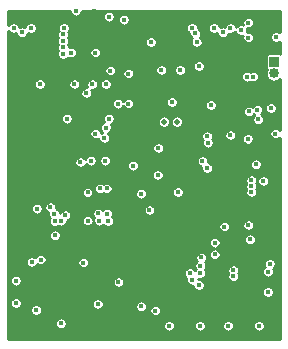
<source format=gbr>
G04 #@! TF.GenerationSoftware,KiCad,Pcbnew,(5.1.7)-1*
G04 #@! TF.CreationDate,2021-01-26T15:50:25-05:00*
G04 #@! TF.ProjectId,SmartWatch V5,536d6172-7457-4617-9463-682056352e6b,rev?*
G04 #@! TF.SameCoordinates,Original*
G04 #@! TF.FileFunction,Copper,L2,Inr*
G04 #@! TF.FilePolarity,Positive*
%FSLAX46Y46*%
G04 Gerber Fmt 4.6, Leading zero omitted, Abs format (unit mm)*
G04 Created by KiCad (PCBNEW (5.1.7)-1) date 2021-01-26 15:50:25*
%MOMM*%
%LPD*%
G01*
G04 APERTURE LIST*
G04 #@! TA.AperFunction,ComponentPad*
%ADD10C,0.500000*%
G04 #@! TD*
G04 #@! TA.AperFunction,ComponentPad*
%ADD11O,0.850000X0.850000*%
G04 #@! TD*
G04 #@! TA.AperFunction,ComponentPad*
%ADD12R,0.850000X0.850000*%
G04 #@! TD*
G04 #@! TA.AperFunction,ViaPad*
%ADD13C,0.450000*%
G04 #@! TD*
G04 #@! TA.AperFunction,Conductor*
%ADD14C,0.254000*%
G04 #@! TD*
G04 #@! TA.AperFunction,Conductor*
%ADD15C,0.100000*%
G04 #@! TD*
G04 APERTURE END LIST*
D10*
X95546000Y-81026000D03*
X94446000Y-81026000D03*
D11*
X103759000Y-76946000D03*
D12*
X103759000Y-75946000D03*
D13*
X86111990Y-88943747D03*
X88963500Y-89408000D03*
X85740682Y-89404615D03*
X88884920Y-88799074D03*
X89713511Y-89439603D03*
X85192475Y-89463992D03*
X89648705Y-88812682D03*
X85153504Y-88836500D03*
X83947000Y-77851000D03*
X86868000Y-77851000D03*
X87503000Y-95123000D03*
X84455000Y-80264000D03*
X84455000Y-79502000D03*
X102870000Y-90805000D03*
X101346000Y-84836000D03*
X94996000Y-75057000D03*
X84661991Y-85097798D03*
X101164002Y-98806000D03*
X95758000Y-79375000D03*
X94361000Y-79375000D03*
X93218000Y-80708500D03*
X93218000Y-79375000D03*
X93218000Y-77724000D03*
X97155000Y-81343500D03*
X92456000Y-88963500D03*
X89027000Y-94678500D03*
X90932000Y-92964000D03*
X95821500Y-78295500D03*
X94297500Y-78232000D03*
X81724500Y-74358500D03*
X83121500Y-74358500D03*
X82423000Y-74739500D03*
X81915000Y-97917000D03*
X88519000Y-71628000D03*
X92964000Y-72390000D03*
X85915500Y-75311000D03*
X98425000Y-79629000D03*
X97218500Y-74295000D03*
X85915324Y-74734157D03*
X85921280Y-74184177D03*
X97117305Y-73544989D03*
X85910780Y-73634265D03*
X97712834Y-84351765D03*
X96825658Y-73078668D03*
X85979000Y-73088500D03*
X98107500Y-84963000D03*
X83629500Y-96964500D03*
X88646000Y-82042000D03*
X89789000Y-80772000D03*
X85212001Y-90642582D03*
X89789000Y-72136000D03*
X85725000Y-98107500D03*
X89916000Y-76708000D03*
X100330000Y-93599000D03*
X100330000Y-94115000D03*
X91440000Y-76962000D03*
X97616445Y-92514409D03*
X101632009Y-80151317D03*
X100965000Y-73279000D03*
X89598500Y-86683490D03*
X89027000Y-86683490D03*
X98742500Y-92265500D03*
X94889000Y-98306000D03*
X97489000Y-98306000D03*
X99889000Y-98306000D03*
X102489000Y-98306000D03*
X103251000Y-95440500D03*
X102425500Y-80835500D03*
X102870000Y-86042500D03*
X102235000Y-84633000D03*
X95821500Y-76657000D03*
X94234000Y-76657000D03*
X93916500Y-85534500D03*
X93980000Y-83248500D03*
X81915000Y-94488000D03*
X92519500Y-96660002D03*
X87630000Y-92964000D03*
X103505000Y-79883000D03*
X88836500Y-96456500D03*
X89408000Y-82423000D03*
X81724500Y-73088500D03*
X83185000Y-73088500D03*
X82423000Y-73469500D03*
X98679000Y-73088500D03*
X100076000Y-73088500D03*
X99441000Y-73469500D03*
X101600000Y-72644000D03*
X101600000Y-73914000D03*
X103949500Y-73850500D03*
X90551000Y-79502000D03*
X87884000Y-78613000D03*
X81915000Y-96393000D03*
X91440000Y-79502000D03*
X89535000Y-81534000D03*
X86995000Y-71628000D03*
X95631000Y-86995000D03*
X91059000Y-72390000D03*
X102362000Y-80010000D03*
X101547930Y-82482290D03*
X97409000Y-94869000D03*
X101854000Y-86995000D03*
X101854000Y-86487000D03*
X101854000Y-85979000D03*
X93726000Y-97028000D03*
X101600000Y-89789000D03*
X99568000Y-89916000D03*
X96822430Y-94407291D03*
X97536000Y-93853000D03*
X88646000Y-75184000D03*
X90602000Y-94615000D03*
X96647000Y-93853000D03*
X97536000Y-93218000D03*
X87980404Y-89414602D03*
X84836000Y-88265000D03*
X83685968Y-88392000D03*
X88392000Y-77851000D03*
X89535000Y-77851000D03*
X103261823Y-93726000D03*
X103411776Y-93058603D03*
X100076000Y-82169000D03*
X103886000Y-82042000D03*
X95123000Y-79375000D03*
X102023013Y-77216000D03*
X101737377Y-90989510D03*
X98740718Y-91272862D03*
X89471500Y-84328000D03*
X88265000Y-84328000D03*
X98111796Y-82257183D03*
X91823816Y-84752970D03*
X87376000Y-84455000D03*
X98171000Y-82804000D03*
X97409000Y-76327000D03*
X101473000Y-77216000D03*
X93345000Y-74295000D03*
X86614000Y-75184000D03*
X86233000Y-80772000D03*
X92519500Y-87127990D03*
X87980885Y-87013721D03*
X93223990Y-88519000D03*
X83248500Y-92900500D03*
X84010500Y-92710000D03*
D14*
X86493000Y-71677443D02*
X86512292Y-71774428D01*
X86550133Y-71865786D01*
X86605071Y-71948006D01*
X86674994Y-72017929D01*
X86757214Y-72072867D01*
X86848572Y-72110708D01*
X86945557Y-72130000D01*
X87044443Y-72130000D01*
X87141428Y-72110708D01*
X87199734Y-72086557D01*
X89287000Y-72086557D01*
X89287000Y-72185443D01*
X89306292Y-72282428D01*
X89344133Y-72373786D01*
X89399071Y-72456006D01*
X89468994Y-72525929D01*
X89551214Y-72580867D01*
X89642572Y-72618708D01*
X89739557Y-72638000D01*
X89838443Y-72638000D01*
X89935428Y-72618708D01*
X90026786Y-72580867D01*
X90109006Y-72525929D01*
X90178929Y-72456006D01*
X90233867Y-72373786D01*
X90247630Y-72340557D01*
X90557000Y-72340557D01*
X90557000Y-72439443D01*
X90576292Y-72536428D01*
X90614133Y-72627786D01*
X90669071Y-72710006D01*
X90738994Y-72779929D01*
X90821214Y-72834867D01*
X90912572Y-72872708D01*
X91009557Y-72892000D01*
X91108443Y-72892000D01*
X91205428Y-72872708D01*
X91296786Y-72834867D01*
X91379006Y-72779929D01*
X91448929Y-72710006D01*
X91503867Y-72627786D01*
X91541708Y-72536428D01*
X91561000Y-72439443D01*
X91561000Y-72340557D01*
X91541708Y-72243572D01*
X91503867Y-72152214D01*
X91448929Y-72069994D01*
X91379006Y-72000071D01*
X91296786Y-71945133D01*
X91205428Y-71907292D01*
X91108443Y-71888000D01*
X91009557Y-71888000D01*
X90912572Y-71907292D01*
X90821214Y-71945133D01*
X90738994Y-72000071D01*
X90669071Y-72069994D01*
X90614133Y-72152214D01*
X90576292Y-72243572D01*
X90557000Y-72340557D01*
X90247630Y-72340557D01*
X90271708Y-72282428D01*
X90291000Y-72185443D01*
X90291000Y-72086557D01*
X90271708Y-71989572D01*
X90233867Y-71898214D01*
X90178929Y-71815994D01*
X90109006Y-71746071D01*
X90026786Y-71691133D01*
X89935428Y-71653292D01*
X89838443Y-71634000D01*
X89739557Y-71634000D01*
X89642572Y-71653292D01*
X89551214Y-71691133D01*
X89468994Y-71746071D01*
X89399071Y-71815994D01*
X89344133Y-71898214D01*
X89306292Y-71989572D01*
X89287000Y-72086557D01*
X87199734Y-72086557D01*
X87232786Y-72072867D01*
X87315006Y-72017929D01*
X87384929Y-71948006D01*
X87439867Y-71865786D01*
X87477708Y-71774428D01*
X87497000Y-71677443D01*
X87497000Y-71628000D01*
X104267000Y-71628000D01*
X104267000Y-73458897D01*
X104187286Y-73405633D01*
X104095928Y-73367792D01*
X103998943Y-73348500D01*
X103900057Y-73348500D01*
X103803072Y-73367792D01*
X103711714Y-73405633D01*
X103629494Y-73460571D01*
X103559571Y-73530494D01*
X103504633Y-73612714D01*
X103466792Y-73704072D01*
X103447500Y-73801057D01*
X103447500Y-73899943D01*
X103466792Y-73996928D01*
X103504633Y-74088286D01*
X103559571Y-74170506D01*
X103629494Y-74240429D01*
X103711714Y-74295367D01*
X103803072Y-74333208D01*
X103900057Y-74352500D01*
X103998943Y-74352500D01*
X104095928Y-74333208D01*
X104187286Y-74295367D01*
X104267000Y-74242103D01*
X104267000Y-75256714D01*
X104238301Y-75248008D01*
X104184000Y-75242660D01*
X103334000Y-75242660D01*
X103279699Y-75248008D01*
X103227484Y-75263847D01*
X103179363Y-75289569D01*
X103137184Y-75324184D01*
X103102569Y-75366363D01*
X103076847Y-75414484D01*
X103061008Y-75466699D01*
X103055660Y-75521000D01*
X103055660Y-76371000D01*
X103061008Y-76425301D01*
X103076847Y-76477516D01*
X103102569Y-76525637D01*
X103137184Y-76567816D01*
X103156703Y-76583834D01*
X103136895Y-76613478D01*
X103083977Y-76741234D01*
X103057000Y-76876859D01*
X103057000Y-77015141D01*
X103083977Y-77150766D01*
X103136895Y-77278522D01*
X103213721Y-77393499D01*
X103311501Y-77491279D01*
X103426478Y-77568105D01*
X103554234Y-77621023D01*
X103689859Y-77648000D01*
X103828141Y-77648000D01*
X103963766Y-77621023D01*
X104091522Y-77568105D01*
X104206499Y-77491279D01*
X104267000Y-77430778D01*
X104267000Y-81713065D01*
X104206006Y-81652071D01*
X104123786Y-81597133D01*
X104032428Y-81559292D01*
X103935443Y-81540000D01*
X103836557Y-81540000D01*
X103739572Y-81559292D01*
X103648214Y-81597133D01*
X103565994Y-81652071D01*
X103496071Y-81721994D01*
X103441133Y-81804214D01*
X103403292Y-81895572D01*
X103384000Y-81992557D01*
X103384000Y-82091443D01*
X103403292Y-82188428D01*
X103441133Y-82279786D01*
X103496071Y-82362006D01*
X103565994Y-82431929D01*
X103648214Y-82486867D01*
X103739572Y-82524708D01*
X103836557Y-82544000D01*
X103935443Y-82544000D01*
X104032428Y-82524708D01*
X104123786Y-82486867D01*
X104206006Y-82431929D01*
X104267000Y-82370935D01*
X104267000Y-99441000D01*
X81280000Y-99441000D01*
X81280000Y-98058057D01*
X85223000Y-98058057D01*
X85223000Y-98156943D01*
X85242292Y-98253928D01*
X85280133Y-98345286D01*
X85335071Y-98427506D01*
X85404994Y-98497429D01*
X85487214Y-98552367D01*
X85578572Y-98590208D01*
X85675557Y-98609500D01*
X85774443Y-98609500D01*
X85871428Y-98590208D01*
X85962786Y-98552367D01*
X86045006Y-98497429D01*
X86114929Y-98427506D01*
X86169867Y-98345286D01*
X86206619Y-98256557D01*
X94387000Y-98256557D01*
X94387000Y-98355443D01*
X94406292Y-98452428D01*
X94444133Y-98543786D01*
X94499071Y-98626006D01*
X94568994Y-98695929D01*
X94651214Y-98750867D01*
X94742572Y-98788708D01*
X94839557Y-98808000D01*
X94938443Y-98808000D01*
X95035428Y-98788708D01*
X95126786Y-98750867D01*
X95209006Y-98695929D01*
X95278929Y-98626006D01*
X95333867Y-98543786D01*
X95371708Y-98452428D01*
X95391000Y-98355443D01*
X95391000Y-98256557D01*
X96987000Y-98256557D01*
X96987000Y-98355443D01*
X97006292Y-98452428D01*
X97044133Y-98543786D01*
X97099071Y-98626006D01*
X97168994Y-98695929D01*
X97251214Y-98750867D01*
X97342572Y-98788708D01*
X97439557Y-98808000D01*
X97538443Y-98808000D01*
X97635428Y-98788708D01*
X97726786Y-98750867D01*
X97809006Y-98695929D01*
X97878929Y-98626006D01*
X97933867Y-98543786D01*
X97971708Y-98452428D01*
X97991000Y-98355443D01*
X97991000Y-98256557D01*
X99387000Y-98256557D01*
X99387000Y-98355443D01*
X99406292Y-98452428D01*
X99444133Y-98543786D01*
X99499071Y-98626006D01*
X99568994Y-98695929D01*
X99651214Y-98750867D01*
X99742572Y-98788708D01*
X99839557Y-98808000D01*
X99938443Y-98808000D01*
X100035428Y-98788708D01*
X100126786Y-98750867D01*
X100209006Y-98695929D01*
X100278929Y-98626006D01*
X100333867Y-98543786D01*
X100371708Y-98452428D01*
X100391000Y-98355443D01*
X100391000Y-98256557D01*
X101987000Y-98256557D01*
X101987000Y-98355443D01*
X102006292Y-98452428D01*
X102044133Y-98543786D01*
X102099071Y-98626006D01*
X102168994Y-98695929D01*
X102251214Y-98750867D01*
X102342572Y-98788708D01*
X102439557Y-98808000D01*
X102538443Y-98808000D01*
X102635428Y-98788708D01*
X102726786Y-98750867D01*
X102809006Y-98695929D01*
X102878929Y-98626006D01*
X102933867Y-98543786D01*
X102971708Y-98452428D01*
X102991000Y-98355443D01*
X102991000Y-98256557D01*
X102971708Y-98159572D01*
X102933867Y-98068214D01*
X102878929Y-97985994D01*
X102809006Y-97916071D01*
X102726786Y-97861133D01*
X102635428Y-97823292D01*
X102538443Y-97804000D01*
X102439557Y-97804000D01*
X102342572Y-97823292D01*
X102251214Y-97861133D01*
X102168994Y-97916071D01*
X102099071Y-97985994D01*
X102044133Y-98068214D01*
X102006292Y-98159572D01*
X101987000Y-98256557D01*
X100391000Y-98256557D01*
X100371708Y-98159572D01*
X100333867Y-98068214D01*
X100278929Y-97985994D01*
X100209006Y-97916071D01*
X100126786Y-97861133D01*
X100035428Y-97823292D01*
X99938443Y-97804000D01*
X99839557Y-97804000D01*
X99742572Y-97823292D01*
X99651214Y-97861133D01*
X99568994Y-97916071D01*
X99499071Y-97985994D01*
X99444133Y-98068214D01*
X99406292Y-98159572D01*
X99387000Y-98256557D01*
X97991000Y-98256557D01*
X97971708Y-98159572D01*
X97933867Y-98068214D01*
X97878929Y-97985994D01*
X97809006Y-97916071D01*
X97726786Y-97861133D01*
X97635428Y-97823292D01*
X97538443Y-97804000D01*
X97439557Y-97804000D01*
X97342572Y-97823292D01*
X97251214Y-97861133D01*
X97168994Y-97916071D01*
X97099071Y-97985994D01*
X97044133Y-98068214D01*
X97006292Y-98159572D01*
X96987000Y-98256557D01*
X95391000Y-98256557D01*
X95371708Y-98159572D01*
X95333867Y-98068214D01*
X95278929Y-97985994D01*
X95209006Y-97916071D01*
X95126786Y-97861133D01*
X95035428Y-97823292D01*
X94938443Y-97804000D01*
X94839557Y-97804000D01*
X94742572Y-97823292D01*
X94651214Y-97861133D01*
X94568994Y-97916071D01*
X94499071Y-97985994D01*
X94444133Y-98068214D01*
X94406292Y-98159572D01*
X94387000Y-98256557D01*
X86206619Y-98256557D01*
X86207708Y-98253928D01*
X86227000Y-98156943D01*
X86227000Y-98058057D01*
X86207708Y-97961072D01*
X86169867Y-97869714D01*
X86114929Y-97787494D01*
X86045006Y-97717571D01*
X85962786Y-97662633D01*
X85871428Y-97624792D01*
X85774443Y-97605500D01*
X85675557Y-97605500D01*
X85578572Y-97624792D01*
X85487214Y-97662633D01*
X85404994Y-97717571D01*
X85335071Y-97787494D01*
X85280133Y-97869714D01*
X85242292Y-97961072D01*
X85223000Y-98058057D01*
X81280000Y-98058057D01*
X81280000Y-96915057D01*
X83127500Y-96915057D01*
X83127500Y-97013943D01*
X83146792Y-97110928D01*
X83184633Y-97202286D01*
X83239571Y-97284506D01*
X83309494Y-97354429D01*
X83391714Y-97409367D01*
X83483072Y-97447208D01*
X83580057Y-97466500D01*
X83678943Y-97466500D01*
X83775928Y-97447208D01*
X83867286Y-97409367D01*
X83949506Y-97354429D01*
X84019429Y-97284506D01*
X84074367Y-97202286D01*
X84112208Y-97110928D01*
X84131500Y-97013943D01*
X84131500Y-96915057D01*
X84112208Y-96818072D01*
X84074367Y-96726714D01*
X84019429Y-96644494D01*
X83949506Y-96574571D01*
X83867286Y-96519633D01*
X83775928Y-96481792D01*
X83678943Y-96462500D01*
X83580057Y-96462500D01*
X83483072Y-96481792D01*
X83391714Y-96519633D01*
X83309494Y-96574571D01*
X83239571Y-96644494D01*
X83184633Y-96726714D01*
X83146792Y-96818072D01*
X83127500Y-96915057D01*
X81280000Y-96915057D01*
X81280000Y-96343557D01*
X81413000Y-96343557D01*
X81413000Y-96442443D01*
X81432292Y-96539428D01*
X81470133Y-96630786D01*
X81525071Y-96713006D01*
X81594994Y-96782929D01*
X81677214Y-96837867D01*
X81768572Y-96875708D01*
X81865557Y-96895000D01*
X81964443Y-96895000D01*
X82061428Y-96875708D01*
X82152786Y-96837867D01*
X82235006Y-96782929D01*
X82304929Y-96713006D01*
X82359867Y-96630786D01*
X82397708Y-96539428D01*
X82417000Y-96442443D01*
X82417000Y-96407057D01*
X88334500Y-96407057D01*
X88334500Y-96505943D01*
X88353792Y-96602928D01*
X88391633Y-96694286D01*
X88446571Y-96776506D01*
X88516494Y-96846429D01*
X88598714Y-96901367D01*
X88690072Y-96939208D01*
X88787057Y-96958500D01*
X88885943Y-96958500D01*
X88982928Y-96939208D01*
X89074286Y-96901367D01*
X89156506Y-96846429D01*
X89226429Y-96776506D01*
X89281367Y-96694286D01*
X89316047Y-96610559D01*
X92017500Y-96610559D01*
X92017500Y-96709445D01*
X92036792Y-96806430D01*
X92074633Y-96897788D01*
X92129571Y-96980008D01*
X92199494Y-97049931D01*
X92281714Y-97104869D01*
X92373072Y-97142710D01*
X92470057Y-97162002D01*
X92568943Y-97162002D01*
X92665928Y-97142710D01*
X92757286Y-97104869D01*
X92839506Y-97049931D01*
X92909429Y-96980008D01*
X92910398Y-96978557D01*
X93224000Y-96978557D01*
X93224000Y-97077443D01*
X93243292Y-97174428D01*
X93281133Y-97265786D01*
X93336071Y-97348006D01*
X93405994Y-97417929D01*
X93488214Y-97472867D01*
X93579572Y-97510708D01*
X93676557Y-97530000D01*
X93775443Y-97530000D01*
X93872428Y-97510708D01*
X93963786Y-97472867D01*
X94046006Y-97417929D01*
X94115929Y-97348006D01*
X94170867Y-97265786D01*
X94208708Y-97174428D01*
X94228000Y-97077443D01*
X94228000Y-96978557D01*
X94208708Y-96881572D01*
X94170867Y-96790214D01*
X94115929Y-96707994D01*
X94046006Y-96638071D01*
X93963786Y-96583133D01*
X93872428Y-96545292D01*
X93775443Y-96526000D01*
X93676557Y-96526000D01*
X93579572Y-96545292D01*
X93488214Y-96583133D01*
X93405994Y-96638071D01*
X93336071Y-96707994D01*
X93281133Y-96790214D01*
X93243292Y-96881572D01*
X93224000Y-96978557D01*
X92910398Y-96978557D01*
X92964367Y-96897788D01*
X93002208Y-96806430D01*
X93021500Y-96709445D01*
X93021500Y-96610559D01*
X93002208Y-96513574D01*
X92964367Y-96422216D01*
X92909429Y-96339996D01*
X92839506Y-96270073D01*
X92757286Y-96215135D01*
X92665928Y-96177294D01*
X92568943Y-96158002D01*
X92470057Y-96158002D01*
X92373072Y-96177294D01*
X92281714Y-96215135D01*
X92199494Y-96270073D01*
X92129571Y-96339996D01*
X92074633Y-96422216D01*
X92036792Y-96513574D01*
X92017500Y-96610559D01*
X89316047Y-96610559D01*
X89319208Y-96602928D01*
X89338500Y-96505943D01*
X89338500Y-96407057D01*
X89319208Y-96310072D01*
X89281367Y-96218714D01*
X89226429Y-96136494D01*
X89156506Y-96066571D01*
X89074286Y-96011633D01*
X88982928Y-95973792D01*
X88885943Y-95954500D01*
X88787057Y-95954500D01*
X88690072Y-95973792D01*
X88598714Y-96011633D01*
X88516494Y-96066571D01*
X88446571Y-96136494D01*
X88391633Y-96218714D01*
X88353792Y-96310072D01*
X88334500Y-96407057D01*
X82417000Y-96407057D01*
X82417000Y-96343557D01*
X82397708Y-96246572D01*
X82359867Y-96155214D01*
X82304929Y-96072994D01*
X82235006Y-96003071D01*
X82152786Y-95948133D01*
X82061428Y-95910292D01*
X81964443Y-95891000D01*
X81865557Y-95891000D01*
X81768572Y-95910292D01*
X81677214Y-95948133D01*
X81594994Y-96003071D01*
X81525071Y-96072994D01*
X81470133Y-96155214D01*
X81432292Y-96246572D01*
X81413000Y-96343557D01*
X81280000Y-96343557D01*
X81280000Y-95391057D01*
X102749000Y-95391057D01*
X102749000Y-95489943D01*
X102768292Y-95586928D01*
X102806133Y-95678286D01*
X102861071Y-95760506D01*
X102930994Y-95830429D01*
X103013214Y-95885367D01*
X103104572Y-95923208D01*
X103201557Y-95942500D01*
X103300443Y-95942500D01*
X103397428Y-95923208D01*
X103488786Y-95885367D01*
X103571006Y-95830429D01*
X103640929Y-95760506D01*
X103695867Y-95678286D01*
X103733708Y-95586928D01*
X103753000Y-95489943D01*
X103753000Y-95391057D01*
X103733708Y-95294072D01*
X103695867Y-95202714D01*
X103640929Y-95120494D01*
X103571006Y-95050571D01*
X103488786Y-94995633D01*
X103397428Y-94957792D01*
X103300443Y-94938500D01*
X103201557Y-94938500D01*
X103104572Y-94957792D01*
X103013214Y-94995633D01*
X102930994Y-95050571D01*
X102861071Y-95120494D01*
X102806133Y-95202714D01*
X102768292Y-95294072D01*
X102749000Y-95391057D01*
X81280000Y-95391057D01*
X81280000Y-94438557D01*
X81413000Y-94438557D01*
X81413000Y-94537443D01*
X81432292Y-94634428D01*
X81470133Y-94725786D01*
X81525071Y-94808006D01*
X81594994Y-94877929D01*
X81677214Y-94932867D01*
X81768572Y-94970708D01*
X81865557Y-94990000D01*
X81964443Y-94990000D01*
X82061428Y-94970708D01*
X82152786Y-94932867D01*
X82235006Y-94877929D01*
X82304929Y-94808006D01*
X82359867Y-94725786D01*
X82397708Y-94634428D01*
X82411407Y-94565557D01*
X90100000Y-94565557D01*
X90100000Y-94664443D01*
X90119292Y-94761428D01*
X90157133Y-94852786D01*
X90212071Y-94935006D01*
X90281994Y-95004929D01*
X90364214Y-95059867D01*
X90455572Y-95097708D01*
X90552557Y-95117000D01*
X90651443Y-95117000D01*
X90748428Y-95097708D01*
X90839786Y-95059867D01*
X90922006Y-95004929D01*
X90991929Y-94935006D01*
X91046867Y-94852786D01*
X91084708Y-94761428D01*
X91104000Y-94664443D01*
X91104000Y-94565557D01*
X91084708Y-94468572D01*
X91046867Y-94377214D01*
X90991929Y-94294994D01*
X90922006Y-94225071D01*
X90839786Y-94170133D01*
X90748428Y-94132292D01*
X90651443Y-94113000D01*
X90552557Y-94113000D01*
X90455572Y-94132292D01*
X90364214Y-94170133D01*
X90281994Y-94225071D01*
X90212071Y-94294994D01*
X90157133Y-94377214D01*
X90119292Y-94468572D01*
X90100000Y-94565557D01*
X82411407Y-94565557D01*
X82417000Y-94537443D01*
X82417000Y-94438557D01*
X82397708Y-94341572D01*
X82359867Y-94250214D01*
X82304929Y-94167994D01*
X82235006Y-94098071D01*
X82152786Y-94043133D01*
X82061428Y-94005292D01*
X81964443Y-93986000D01*
X81865557Y-93986000D01*
X81768572Y-94005292D01*
X81677214Y-94043133D01*
X81594994Y-94098071D01*
X81525071Y-94167994D01*
X81470133Y-94250214D01*
X81432292Y-94341572D01*
X81413000Y-94438557D01*
X81280000Y-94438557D01*
X81280000Y-93803557D01*
X96145000Y-93803557D01*
X96145000Y-93902443D01*
X96164292Y-93999428D01*
X96202133Y-94090786D01*
X96257071Y-94173006D01*
X96326994Y-94242929D01*
X96342781Y-94253478D01*
X96339722Y-94260863D01*
X96320430Y-94357848D01*
X96320430Y-94456734D01*
X96339722Y-94553719D01*
X96377563Y-94645077D01*
X96432501Y-94727297D01*
X96502424Y-94797220D01*
X96584644Y-94852158D01*
X96676002Y-94889999D01*
X96772987Y-94909291D01*
X96871873Y-94909291D01*
X96907000Y-94902304D01*
X96907000Y-94918443D01*
X96926292Y-95015428D01*
X96964133Y-95106786D01*
X97019071Y-95189006D01*
X97088994Y-95258929D01*
X97171214Y-95313867D01*
X97262572Y-95351708D01*
X97359557Y-95371000D01*
X97458443Y-95371000D01*
X97555428Y-95351708D01*
X97646786Y-95313867D01*
X97729006Y-95258929D01*
X97798929Y-95189006D01*
X97853867Y-95106786D01*
X97891708Y-95015428D01*
X97911000Y-94918443D01*
X97911000Y-94819557D01*
X97891708Y-94722572D01*
X97853867Y-94631214D01*
X97798929Y-94548994D01*
X97729006Y-94479071D01*
X97646786Y-94424133D01*
X97555428Y-94386292D01*
X97458443Y-94367000D01*
X97359557Y-94367000D01*
X97324430Y-94373987D01*
X97324430Y-94357848D01*
X97313781Y-94304315D01*
X97389572Y-94335708D01*
X97486557Y-94355000D01*
X97585443Y-94355000D01*
X97682428Y-94335708D01*
X97773786Y-94297867D01*
X97856006Y-94242929D01*
X97925929Y-94173006D01*
X97980867Y-94090786D01*
X98018708Y-93999428D01*
X98038000Y-93902443D01*
X98038000Y-93803557D01*
X98018708Y-93706572D01*
X97980867Y-93615214D01*
X97936996Y-93549557D01*
X99828000Y-93549557D01*
X99828000Y-93648443D01*
X99847292Y-93745428D01*
X99885133Y-93836786D01*
X99898640Y-93857000D01*
X99885133Y-93877214D01*
X99847292Y-93968572D01*
X99828000Y-94065557D01*
X99828000Y-94164443D01*
X99847292Y-94261428D01*
X99885133Y-94352786D01*
X99940071Y-94435006D01*
X100009994Y-94504929D01*
X100092214Y-94559867D01*
X100183572Y-94597708D01*
X100280557Y-94617000D01*
X100379443Y-94617000D01*
X100476428Y-94597708D01*
X100567786Y-94559867D01*
X100650006Y-94504929D01*
X100719929Y-94435006D01*
X100774867Y-94352786D01*
X100812708Y-94261428D01*
X100832000Y-94164443D01*
X100832000Y-94065557D01*
X100812708Y-93968572D01*
X100774867Y-93877214D01*
X100761360Y-93857000D01*
X100774867Y-93836786D01*
X100812708Y-93745428D01*
X100826407Y-93676557D01*
X102759823Y-93676557D01*
X102759823Y-93775443D01*
X102779115Y-93872428D01*
X102816956Y-93963786D01*
X102871894Y-94046006D01*
X102941817Y-94115929D01*
X103024037Y-94170867D01*
X103115395Y-94208708D01*
X103212380Y-94228000D01*
X103311266Y-94228000D01*
X103408251Y-94208708D01*
X103499609Y-94170867D01*
X103581829Y-94115929D01*
X103651752Y-94046006D01*
X103706690Y-93963786D01*
X103744531Y-93872428D01*
X103763823Y-93775443D01*
X103763823Y-93676557D01*
X103744531Y-93579572D01*
X103706690Y-93488214D01*
X103696104Y-93472371D01*
X103731782Y-93448532D01*
X103801705Y-93378609D01*
X103856643Y-93296389D01*
X103894484Y-93205031D01*
X103913776Y-93108046D01*
X103913776Y-93009160D01*
X103894484Y-92912175D01*
X103856643Y-92820817D01*
X103801705Y-92738597D01*
X103731782Y-92668674D01*
X103649562Y-92613736D01*
X103558204Y-92575895D01*
X103461219Y-92556603D01*
X103362333Y-92556603D01*
X103265348Y-92575895D01*
X103173990Y-92613736D01*
X103091770Y-92668674D01*
X103021847Y-92738597D01*
X102966909Y-92820817D01*
X102929068Y-92912175D01*
X102909776Y-93009160D01*
X102909776Y-93108046D01*
X102929068Y-93205031D01*
X102966909Y-93296389D01*
X102977495Y-93312232D01*
X102941817Y-93336071D01*
X102871894Y-93405994D01*
X102816956Y-93488214D01*
X102779115Y-93579572D01*
X102759823Y-93676557D01*
X100826407Y-93676557D01*
X100832000Y-93648443D01*
X100832000Y-93549557D01*
X100812708Y-93452572D01*
X100774867Y-93361214D01*
X100719929Y-93278994D01*
X100650006Y-93209071D01*
X100567786Y-93154133D01*
X100476428Y-93116292D01*
X100379443Y-93097000D01*
X100280557Y-93097000D01*
X100183572Y-93116292D01*
X100092214Y-93154133D01*
X100009994Y-93209071D01*
X99940071Y-93278994D01*
X99885133Y-93361214D01*
X99847292Y-93452572D01*
X99828000Y-93549557D01*
X97936996Y-93549557D01*
X97927603Y-93535500D01*
X97980867Y-93455786D01*
X98018708Y-93364428D01*
X98038000Y-93267443D01*
X98038000Y-93168557D01*
X98018708Y-93071572D01*
X97980867Y-92980214D01*
X97932107Y-92907240D01*
X97936451Y-92904338D01*
X98006374Y-92834415D01*
X98061312Y-92752195D01*
X98099153Y-92660837D01*
X98118445Y-92563852D01*
X98118445Y-92464966D01*
X98099153Y-92367981D01*
X98061312Y-92276623D01*
X98006374Y-92194403D01*
X97936451Y-92124480D01*
X97854231Y-92069542D01*
X97762873Y-92031701D01*
X97665888Y-92012409D01*
X97567002Y-92012409D01*
X97470017Y-92031701D01*
X97378659Y-92069542D01*
X97296439Y-92124480D01*
X97226516Y-92194403D01*
X97171578Y-92276623D01*
X97133737Y-92367981D01*
X97114445Y-92464966D01*
X97114445Y-92563852D01*
X97133737Y-92660837D01*
X97171578Y-92752195D01*
X97220338Y-92825169D01*
X97215994Y-92828071D01*
X97146071Y-92897994D01*
X97091133Y-92980214D01*
X97053292Y-93071572D01*
X97034000Y-93168557D01*
X97034000Y-93267443D01*
X97053292Y-93364428D01*
X97091133Y-93455786D01*
X97144397Y-93535500D01*
X97091500Y-93614665D01*
X97036929Y-93532994D01*
X96967006Y-93463071D01*
X96884786Y-93408133D01*
X96793428Y-93370292D01*
X96696443Y-93351000D01*
X96597557Y-93351000D01*
X96500572Y-93370292D01*
X96409214Y-93408133D01*
X96326994Y-93463071D01*
X96257071Y-93532994D01*
X96202133Y-93615214D01*
X96164292Y-93706572D01*
X96145000Y-93803557D01*
X81280000Y-93803557D01*
X81280000Y-92851057D01*
X82746500Y-92851057D01*
X82746500Y-92949943D01*
X82765792Y-93046928D01*
X82803633Y-93138286D01*
X82858571Y-93220506D01*
X82928494Y-93290429D01*
X83010714Y-93345367D01*
X83102072Y-93383208D01*
X83199057Y-93402500D01*
X83297943Y-93402500D01*
X83394928Y-93383208D01*
X83486286Y-93345367D01*
X83568506Y-93290429D01*
X83638429Y-93220506D01*
X83693367Y-93138286D01*
X83705188Y-93109747D01*
X83772714Y-93154867D01*
X83864072Y-93192708D01*
X83961057Y-93212000D01*
X84059943Y-93212000D01*
X84156928Y-93192708D01*
X84248286Y-93154867D01*
X84330506Y-93099929D01*
X84400429Y-93030006D01*
X84455367Y-92947786D01*
X84469130Y-92914557D01*
X87128000Y-92914557D01*
X87128000Y-93013443D01*
X87147292Y-93110428D01*
X87185133Y-93201786D01*
X87240071Y-93284006D01*
X87309994Y-93353929D01*
X87392214Y-93408867D01*
X87483572Y-93446708D01*
X87580557Y-93466000D01*
X87679443Y-93466000D01*
X87776428Y-93446708D01*
X87867786Y-93408867D01*
X87950006Y-93353929D01*
X88019929Y-93284006D01*
X88074867Y-93201786D01*
X88112708Y-93110428D01*
X88132000Y-93013443D01*
X88132000Y-92914557D01*
X88112708Y-92817572D01*
X88074867Y-92726214D01*
X88019929Y-92643994D01*
X87950006Y-92574071D01*
X87867786Y-92519133D01*
X87776428Y-92481292D01*
X87679443Y-92462000D01*
X87580557Y-92462000D01*
X87483572Y-92481292D01*
X87392214Y-92519133D01*
X87309994Y-92574071D01*
X87240071Y-92643994D01*
X87185133Y-92726214D01*
X87147292Y-92817572D01*
X87128000Y-92914557D01*
X84469130Y-92914557D01*
X84493208Y-92856428D01*
X84512500Y-92759443D01*
X84512500Y-92660557D01*
X84493208Y-92563572D01*
X84455367Y-92472214D01*
X84400429Y-92389994D01*
X84330506Y-92320071D01*
X84248286Y-92265133D01*
X84156928Y-92227292D01*
X84059943Y-92208000D01*
X83961057Y-92208000D01*
X83864072Y-92227292D01*
X83772714Y-92265133D01*
X83690494Y-92320071D01*
X83620571Y-92389994D01*
X83565633Y-92472214D01*
X83553812Y-92500753D01*
X83486286Y-92455633D01*
X83394928Y-92417792D01*
X83297943Y-92398500D01*
X83199057Y-92398500D01*
X83102072Y-92417792D01*
X83010714Y-92455633D01*
X82928494Y-92510571D01*
X82858571Y-92580494D01*
X82803633Y-92662714D01*
X82765792Y-92754072D01*
X82746500Y-92851057D01*
X81280000Y-92851057D01*
X81280000Y-91223419D01*
X98238718Y-91223419D01*
X98238718Y-91322305D01*
X98258010Y-91419290D01*
X98295851Y-91510648D01*
X98350789Y-91592868D01*
X98420712Y-91662791D01*
X98502932Y-91717729D01*
X98594290Y-91755570D01*
X98663606Y-91769358D01*
X98596072Y-91782792D01*
X98504714Y-91820633D01*
X98422494Y-91875571D01*
X98352571Y-91945494D01*
X98297633Y-92027714D01*
X98259792Y-92119072D01*
X98240500Y-92216057D01*
X98240500Y-92314943D01*
X98259792Y-92411928D01*
X98297633Y-92503286D01*
X98352571Y-92585506D01*
X98422494Y-92655429D01*
X98504714Y-92710367D01*
X98596072Y-92748208D01*
X98693057Y-92767500D01*
X98791943Y-92767500D01*
X98888928Y-92748208D01*
X98980286Y-92710367D01*
X99062506Y-92655429D01*
X99132429Y-92585506D01*
X99187367Y-92503286D01*
X99225208Y-92411928D01*
X99244500Y-92314943D01*
X99244500Y-92216057D01*
X99225208Y-92119072D01*
X99187367Y-92027714D01*
X99132429Y-91945494D01*
X99062506Y-91875571D01*
X98980286Y-91820633D01*
X98888928Y-91782792D01*
X98819612Y-91769004D01*
X98887146Y-91755570D01*
X98978504Y-91717729D01*
X99060724Y-91662791D01*
X99130647Y-91592868D01*
X99185585Y-91510648D01*
X99223426Y-91419290D01*
X99242718Y-91322305D01*
X99242718Y-91223419D01*
X99223426Y-91126434D01*
X99185585Y-91035076D01*
X99130647Y-90952856D01*
X99117858Y-90940067D01*
X101235377Y-90940067D01*
X101235377Y-91038953D01*
X101254669Y-91135938D01*
X101292510Y-91227296D01*
X101347448Y-91309516D01*
X101417371Y-91379439D01*
X101499591Y-91434377D01*
X101590949Y-91472218D01*
X101687934Y-91491510D01*
X101786820Y-91491510D01*
X101883805Y-91472218D01*
X101975163Y-91434377D01*
X102057383Y-91379439D01*
X102127306Y-91309516D01*
X102182244Y-91227296D01*
X102220085Y-91135938D01*
X102239377Y-91038953D01*
X102239377Y-90940067D01*
X102220085Y-90843082D01*
X102182244Y-90751724D01*
X102127306Y-90669504D01*
X102057383Y-90599581D01*
X101975163Y-90544643D01*
X101883805Y-90506802D01*
X101786820Y-90487510D01*
X101687934Y-90487510D01*
X101590949Y-90506802D01*
X101499591Y-90544643D01*
X101417371Y-90599581D01*
X101347448Y-90669504D01*
X101292510Y-90751724D01*
X101254669Y-90843082D01*
X101235377Y-90940067D01*
X99117858Y-90940067D01*
X99060724Y-90882933D01*
X98978504Y-90827995D01*
X98887146Y-90790154D01*
X98790161Y-90770862D01*
X98691275Y-90770862D01*
X98594290Y-90790154D01*
X98502932Y-90827995D01*
X98420712Y-90882933D01*
X98350789Y-90952856D01*
X98295851Y-91035076D01*
X98258010Y-91126434D01*
X98238718Y-91223419D01*
X81280000Y-91223419D01*
X81280000Y-90593139D01*
X84710001Y-90593139D01*
X84710001Y-90692025D01*
X84729293Y-90789010D01*
X84767134Y-90880368D01*
X84822072Y-90962588D01*
X84891995Y-91032511D01*
X84974215Y-91087449D01*
X85065573Y-91125290D01*
X85162558Y-91144582D01*
X85261444Y-91144582D01*
X85358429Y-91125290D01*
X85449787Y-91087449D01*
X85532007Y-91032511D01*
X85601930Y-90962588D01*
X85656868Y-90880368D01*
X85694709Y-90789010D01*
X85714001Y-90692025D01*
X85714001Y-90593139D01*
X85694709Y-90496154D01*
X85656868Y-90404796D01*
X85601930Y-90322576D01*
X85532007Y-90252653D01*
X85449787Y-90197715D01*
X85358429Y-90159874D01*
X85261444Y-90140582D01*
X85162558Y-90140582D01*
X85065573Y-90159874D01*
X84974215Y-90197715D01*
X84891995Y-90252653D01*
X84822072Y-90322576D01*
X84767134Y-90404796D01*
X84729293Y-90496154D01*
X84710001Y-90593139D01*
X81280000Y-90593139D01*
X81280000Y-88342557D01*
X83183968Y-88342557D01*
X83183968Y-88441443D01*
X83203260Y-88538428D01*
X83241101Y-88629786D01*
X83296039Y-88712006D01*
X83365962Y-88781929D01*
X83448182Y-88836867D01*
X83539540Y-88874708D01*
X83636525Y-88894000D01*
X83735411Y-88894000D01*
X83832396Y-88874708D01*
X83923754Y-88836867D01*
X84005974Y-88781929D01*
X84075897Y-88712006D01*
X84130835Y-88629786D01*
X84168676Y-88538428D01*
X84187968Y-88441443D01*
X84187968Y-88342557D01*
X84168676Y-88245572D01*
X84156244Y-88215557D01*
X84334000Y-88215557D01*
X84334000Y-88314443D01*
X84353292Y-88411428D01*
X84391133Y-88502786D01*
X84446071Y-88585006D01*
X84515994Y-88654929D01*
X84598214Y-88709867D01*
X84661633Y-88736136D01*
X84651504Y-88787057D01*
X84651504Y-88885943D01*
X84670796Y-88982928D01*
X84708637Y-89074286D01*
X84763575Y-89156506D01*
X84781922Y-89174853D01*
X84747608Y-89226206D01*
X84709767Y-89317564D01*
X84690475Y-89414549D01*
X84690475Y-89513435D01*
X84709767Y-89610420D01*
X84747608Y-89701778D01*
X84802546Y-89783998D01*
X84872469Y-89853921D01*
X84954689Y-89908859D01*
X85046047Y-89946700D01*
X85143032Y-89965992D01*
X85241918Y-89965992D01*
X85338903Y-89946700D01*
X85430261Y-89908859D01*
X85512481Y-89853921D01*
X85512813Y-89853589D01*
X85594254Y-89887323D01*
X85691239Y-89906615D01*
X85790125Y-89906615D01*
X85887110Y-89887323D01*
X85978468Y-89849482D01*
X86060688Y-89794544D01*
X86130611Y-89724621D01*
X86185549Y-89642401D01*
X86223390Y-89551043D01*
X86242682Y-89454058D01*
X86242682Y-89429585D01*
X86258418Y-89426455D01*
X86349776Y-89388614D01*
X86384878Y-89365159D01*
X87478404Y-89365159D01*
X87478404Y-89464045D01*
X87497696Y-89561030D01*
X87535537Y-89652388D01*
X87590475Y-89734608D01*
X87660398Y-89804531D01*
X87742618Y-89859469D01*
X87833976Y-89897310D01*
X87930961Y-89916602D01*
X88029847Y-89916602D01*
X88126832Y-89897310D01*
X88218190Y-89859469D01*
X88300410Y-89804531D01*
X88370333Y-89734608D01*
X88425271Y-89652388D01*
X88463112Y-89561030D01*
X88472609Y-89513288D01*
X88480792Y-89554428D01*
X88518633Y-89645786D01*
X88573571Y-89728006D01*
X88643494Y-89797929D01*
X88725714Y-89852867D01*
X88817072Y-89890708D01*
X88914057Y-89910000D01*
X89012943Y-89910000D01*
X89109928Y-89890708D01*
X89201286Y-89852867D01*
X89283506Y-89797929D01*
X89322879Y-89758556D01*
X89323582Y-89759609D01*
X89393505Y-89829532D01*
X89475725Y-89884470D01*
X89567083Y-89922311D01*
X89664068Y-89941603D01*
X89762954Y-89941603D01*
X89859939Y-89922311D01*
X89951297Y-89884470D01*
X89978105Y-89866557D01*
X99066000Y-89866557D01*
X99066000Y-89965443D01*
X99085292Y-90062428D01*
X99123133Y-90153786D01*
X99178071Y-90236006D01*
X99247994Y-90305929D01*
X99330214Y-90360867D01*
X99421572Y-90398708D01*
X99518557Y-90418000D01*
X99617443Y-90418000D01*
X99714428Y-90398708D01*
X99805786Y-90360867D01*
X99888006Y-90305929D01*
X99957929Y-90236006D01*
X100012867Y-90153786D01*
X100050708Y-90062428D01*
X100070000Y-89965443D01*
X100070000Y-89866557D01*
X100050708Y-89769572D01*
X100038276Y-89739557D01*
X101098000Y-89739557D01*
X101098000Y-89838443D01*
X101117292Y-89935428D01*
X101155133Y-90026786D01*
X101210071Y-90109006D01*
X101279994Y-90178929D01*
X101362214Y-90233867D01*
X101453572Y-90271708D01*
X101550557Y-90291000D01*
X101649443Y-90291000D01*
X101746428Y-90271708D01*
X101837786Y-90233867D01*
X101920006Y-90178929D01*
X101989929Y-90109006D01*
X102044867Y-90026786D01*
X102082708Y-89935428D01*
X102102000Y-89838443D01*
X102102000Y-89739557D01*
X102082708Y-89642572D01*
X102044867Y-89551214D01*
X101989929Y-89468994D01*
X101920006Y-89399071D01*
X101837786Y-89344133D01*
X101746428Y-89306292D01*
X101649443Y-89287000D01*
X101550557Y-89287000D01*
X101453572Y-89306292D01*
X101362214Y-89344133D01*
X101279994Y-89399071D01*
X101210071Y-89468994D01*
X101155133Y-89551214D01*
X101117292Y-89642572D01*
X101098000Y-89739557D01*
X100038276Y-89739557D01*
X100012867Y-89678214D01*
X99957929Y-89595994D01*
X99888006Y-89526071D01*
X99805786Y-89471133D01*
X99714428Y-89433292D01*
X99617443Y-89414000D01*
X99518557Y-89414000D01*
X99421572Y-89433292D01*
X99330214Y-89471133D01*
X99247994Y-89526071D01*
X99178071Y-89595994D01*
X99123133Y-89678214D01*
X99085292Y-89769572D01*
X99066000Y-89866557D01*
X89978105Y-89866557D01*
X90033517Y-89829532D01*
X90103440Y-89759609D01*
X90158378Y-89677389D01*
X90196219Y-89586031D01*
X90215511Y-89489046D01*
X90215511Y-89390160D01*
X90196219Y-89293175D01*
X90158378Y-89201817D01*
X90103440Y-89119597D01*
X90069835Y-89085992D01*
X90093572Y-89050468D01*
X90131413Y-88959110D01*
X90150705Y-88862125D01*
X90150705Y-88763239D01*
X90131413Y-88666254D01*
X90093572Y-88574896D01*
X90038634Y-88492676D01*
X90015515Y-88469557D01*
X92721990Y-88469557D01*
X92721990Y-88568443D01*
X92741282Y-88665428D01*
X92779123Y-88756786D01*
X92834061Y-88839006D01*
X92903984Y-88908929D01*
X92986204Y-88963867D01*
X93077562Y-89001708D01*
X93174547Y-89021000D01*
X93273433Y-89021000D01*
X93370418Y-89001708D01*
X93461776Y-88963867D01*
X93543996Y-88908929D01*
X93613919Y-88839006D01*
X93668857Y-88756786D01*
X93706698Y-88665428D01*
X93725990Y-88568443D01*
X93725990Y-88469557D01*
X93706698Y-88372572D01*
X93668857Y-88281214D01*
X93613919Y-88198994D01*
X93543996Y-88129071D01*
X93461776Y-88074133D01*
X93370418Y-88036292D01*
X93273433Y-88017000D01*
X93174547Y-88017000D01*
X93077562Y-88036292D01*
X92986204Y-88074133D01*
X92903984Y-88129071D01*
X92834061Y-88198994D01*
X92779123Y-88281214D01*
X92741282Y-88372572D01*
X92721990Y-88469557D01*
X90015515Y-88469557D01*
X89968711Y-88422753D01*
X89886491Y-88367815D01*
X89795133Y-88329974D01*
X89698148Y-88310682D01*
X89599262Y-88310682D01*
X89502277Y-88329974D01*
X89410919Y-88367815D01*
X89328699Y-88422753D01*
X89273617Y-88477836D01*
X89204926Y-88409145D01*
X89122706Y-88354207D01*
X89031348Y-88316366D01*
X88934363Y-88297074D01*
X88835477Y-88297074D01*
X88738492Y-88316366D01*
X88647134Y-88354207D01*
X88564914Y-88409145D01*
X88494991Y-88479068D01*
X88440053Y-88561288D01*
X88402212Y-88652646D01*
X88382920Y-88749631D01*
X88382920Y-88848517D01*
X88402212Y-88945502D01*
X88440053Y-89036860D01*
X88494991Y-89119080D01*
X88529645Y-89153734D01*
X88518633Y-89170214D01*
X88480792Y-89261572D01*
X88471295Y-89309314D01*
X88463112Y-89268174D01*
X88425271Y-89176816D01*
X88370333Y-89094596D01*
X88300410Y-89024673D01*
X88218190Y-88969735D01*
X88126832Y-88931894D01*
X88029847Y-88912602D01*
X87930961Y-88912602D01*
X87833976Y-88931894D01*
X87742618Y-88969735D01*
X87660398Y-89024673D01*
X87590475Y-89094596D01*
X87535537Y-89176816D01*
X87497696Y-89268174D01*
X87478404Y-89365159D01*
X86384878Y-89365159D01*
X86431996Y-89333676D01*
X86501919Y-89263753D01*
X86556857Y-89181533D01*
X86594698Y-89090175D01*
X86613990Y-88993190D01*
X86613990Y-88894304D01*
X86594698Y-88797319D01*
X86556857Y-88705961D01*
X86501919Y-88623741D01*
X86431996Y-88553818D01*
X86349776Y-88498880D01*
X86258418Y-88461039D01*
X86161433Y-88441747D01*
X86062547Y-88441747D01*
X85965562Y-88461039D01*
X85874204Y-88498880D01*
X85791984Y-88553818D01*
X85722061Y-88623741D01*
X85667123Y-88705961D01*
X85648376Y-88751222D01*
X85636212Y-88690072D01*
X85598371Y-88598714D01*
X85543433Y-88516494D01*
X85473510Y-88446571D01*
X85391290Y-88391633D01*
X85327871Y-88365364D01*
X85338000Y-88314443D01*
X85338000Y-88215557D01*
X85318708Y-88118572D01*
X85280867Y-88027214D01*
X85225929Y-87944994D01*
X85156006Y-87875071D01*
X85073786Y-87820133D01*
X84982428Y-87782292D01*
X84885443Y-87763000D01*
X84786557Y-87763000D01*
X84689572Y-87782292D01*
X84598214Y-87820133D01*
X84515994Y-87875071D01*
X84446071Y-87944994D01*
X84391133Y-88027214D01*
X84353292Y-88118572D01*
X84334000Y-88215557D01*
X84156244Y-88215557D01*
X84130835Y-88154214D01*
X84075897Y-88071994D01*
X84005974Y-88002071D01*
X83923754Y-87947133D01*
X83832396Y-87909292D01*
X83735411Y-87890000D01*
X83636525Y-87890000D01*
X83539540Y-87909292D01*
X83448182Y-87947133D01*
X83365962Y-88002071D01*
X83296039Y-88071994D01*
X83241101Y-88154214D01*
X83203260Y-88245572D01*
X83183968Y-88342557D01*
X81280000Y-88342557D01*
X81280000Y-86964278D01*
X87478885Y-86964278D01*
X87478885Y-87063164D01*
X87498177Y-87160149D01*
X87536018Y-87251507D01*
X87590956Y-87333727D01*
X87660879Y-87403650D01*
X87743099Y-87458588D01*
X87834457Y-87496429D01*
X87931442Y-87515721D01*
X88030328Y-87515721D01*
X88127313Y-87496429D01*
X88218671Y-87458588D01*
X88300891Y-87403650D01*
X88370814Y-87333727D01*
X88425752Y-87251507D01*
X88463593Y-87160149D01*
X88482885Y-87063164D01*
X88482885Y-86964278D01*
X88463593Y-86867293D01*
X88425752Y-86775935D01*
X88370814Y-86693715D01*
X88311146Y-86634047D01*
X88525000Y-86634047D01*
X88525000Y-86732933D01*
X88544292Y-86829918D01*
X88582133Y-86921276D01*
X88637071Y-87003496D01*
X88706994Y-87073419D01*
X88789214Y-87128357D01*
X88880572Y-87166198D01*
X88977557Y-87185490D01*
X89076443Y-87185490D01*
X89173428Y-87166198D01*
X89264786Y-87128357D01*
X89312750Y-87096308D01*
X89360714Y-87128357D01*
X89452072Y-87166198D01*
X89549057Y-87185490D01*
X89647943Y-87185490D01*
X89744928Y-87166198D01*
X89836286Y-87128357D01*
X89910831Y-87078547D01*
X92017500Y-87078547D01*
X92017500Y-87177433D01*
X92036792Y-87274418D01*
X92074633Y-87365776D01*
X92129571Y-87447996D01*
X92199494Y-87517919D01*
X92281714Y-87572857D01*
X92373072Y-87610698D01*
X92470057Y-87629990D01*
X92568943Y-87629990D01*
X92665928Y-87610698D01*
X92757286Y-87572857D01*
X92839506Y-87517919D01*
X92909429Y-87447996D01*
X92964367Y-87365776D01*
X93002208Y-87274418D01*
X93021500Y-87177433D01*
X93021500Y-87078547D01*
X93002208Y-86981562D01*
X92987295Y-86945557D01*
X95129000Y-86945557D01*
X95129000Y-87044443D01*
X95148292Y-87141428D01*
X95186133Y-87232786D01*
X95241071Y-87315006D01*
X95310994Y-87384929D01*
X95393214Y-87439867D01*
X95484572Y-87477708D01*
X95581557Y-87497000D01*
X95680443Y-87497000D01*
X95777428Y-87477708D01*
X95868786Y-87439867D01*
X95951006Y-87384929D01*
X96020929Y-87315006D01*
X96075867Y-87232786D01*
X96113708Y-87141428D01*
X96133000Y-87044443D01*
X96133000Y-86945557D01*
X96113708Y-86848572D01*
X96075867Y-86757214D01*
X96020929Y-86674994D01*
X95951006Y-86605071D01*
X95868786Y-86550133D01*
X95777428Y-86512292D01*
X95680443Y-86493000D01*
X95581557Y-86493000D01*
X95484572Y-86512292D01*
X95393214Y-86550133D01*
X95310994Y-86605071D01*
X95241071Y-86674994D01*
X95186133Y-86757214D01*
X95148292Y-86848572D01*
X95129000Y-86945557D01*
X92987295Y-86945557D01*
X92964367Y-86890204D01*
X92909429Y-86807984D01*
X92839506Y-86738061D01*
X92757286Y-86683123D01*
X92665928Y-86645282D01*
X92568943Y-86625990D01*
X92470057Y-86625990D01*
X92373072Y-86645282D01*
X92281714Y-86683123D01*
X92199494Y-86738061D01*
X92129571Y-86807984D01*
X92074633Y-86890204D01*
X92036792Y-86981562D01*
X92017500Y-87078547D01*
X89910831Y-87078547D01*
X89918506Y-87073419D01*
X89988429Y-87003496D01*
X90043367Y-86921276D01*
X90081208Y-86829918D01*
X90100500Y-86732933D01*
X90100500Y-86634047D01*
X90081208Y-86537062D01*
X90043367Y-86445704D01*
X89988429Y-86363484D01*
X89918506Y-86293561D01*
X89836286Y-86238623D01*
X89744928Y-86200782D01*
X89647943Y-86181490D01*
X89549057Y-86181490D01*
X89452072Y-86200782D01*
X89360714Y-86238623D01*
X89312750Y-86270672D01*
X89264786Y-86238623D01*
X89173428Y-86200782D01*
X89076443Y-86181490D01*
X88977557Y-86181490D01*
X88880572Y-86200782D01*
X88789214Y-86238623D01*
X88706994Y-86293561D01*
X88637071Y-86363484D01*
X88582133Y-86445704D01*
X88544292Y-86537062D01*
X88525000Y-86634047D01*
X88311146Y-86634047D01*
X88300891Y-86623792D01*
X88218671Y-86568854D01*
X88127313Y-86531013D01*
X88030328Y-86511721D01*
X87931442Y-86511721D01*
X87834457Y-86531013D01*
X87743099Y-86568854D01*
X87660879Y-86623792D01*
X87590956Y-86693715D01*
X87536018Y-86775935D01*
X87498177Y-86867293D01*
X87478885Y-86964278D01*
X81280000Y-86964278D01*
X81280000Y-85485057D01*
X93414500Y-85485057D01*
X93414500Y-85583943D01*
X93433792Y-85680928D01*
X93471633Y-85772286D01*
X93526571Y-85854506D01*
X93596494Y-85924429D01*
X93678714Y-85979367D01*
X93770072Y-86017208D01*
X93867057Y-86036500D01*
X93965943Y-86036500D01*
X94062928Y-86017208D01*
X94154286Y-85979367D01*
X94228831Y-85929557D01*
X101352000Y-85929557D01*
X101352000Y-86028443D01*
X101371292Y-86125428D01*
X101409133Y-86216786D01*
X101419967Y-86233000D01*
X101409133Y-86249214D01*
X101371292Y-86340572D01*
X101352000Y-86437557D01*
X101352000Y-86536443D01*
X101371292Y-86633428D01*
X101409133Y-86724786D01*
X101419967Y-86741000D01*
X101409133Y-86757214D01*
X101371292Y-86848572D01*
X101352000Y-86945557D01*
X101352000Y-87044443D01*
X101371292Y-87141428D01*
X101409133Y-87232786D01*
X101464071Y-87315006D01*
X101533994Y-87384929D01*
X101616214Y-87439867D01*
X101707572Y-87477708D01*
X101804557Y-87497000D01*
X101903443Y-87497000D01*
X102000428Y-87477708D01*
X102091786Y-87439867D01*
X102174006Y-87384929D01*
X102243929Y-87315006D01*
X102298867Y-87232786D01*
X102336708Y-87141428D01*
X102356000Y-87044443D01*
X102356000Y-86945557D01*
X102336708Y-86848572D01*
X102298867Y-86757214D01*
X102288033Y-86741000D01*
X102298867Y-86724786D01*
X102336708Y-86633428D01*
X102356000Y-86536443D01*
X102356000Y-86437557D01*
X102336708Y-86340572D01*
X102298867Y-86249214D01*
X102288033Y-86233000D01*
X102298867Y-86216786D01*
X102336708Y-86125428D01*
X102356000Y-86028443D01*
X102356000Y-85993057D01*
X102368000Y-85993057D01*
X102368000Y-86091943D01*
X102387292Y-86188928D01*
X102425133Y-86280286D01*
X102480071Y-86362506D01*
X102549994Y-86432429D01*
X102632214Y-86487367D01*
X102723572Y-86525208D01*
X102820557Y-86544500D01*
X102919443Y-86544500D01*
X103016428Y-86525208D01*
X103107786Y-86487367D01*
X103190006Y-86432429D01*
X103259929Y-86362506D01*
X103314867Y-86280286D01*
X103352708Y-86188928D01*
X103372000Y-86091943D01*
X103372000Y-85993057D01*
X103352708Y-85896072D01*
X103314867Y-85804714D01*
X103259929Y-85722494D01*
X103190006Y-85652571D01*
X103107786Y-85597633D01*
X103016428Y-85559792D01*
X102919443Y-85540500D01*
X102820557Y-85540500D01*
X102723572Y-85559792D01*
X102632214Y-85597633D01*
X102549994Y-85652571D01*
X102480071Y-85722494D01*
X102425133Y-85804714D01*
X102387292Y-85896072D01*
X102368000Y-85993057D01*
X102356000Y-85993057D01*
X102356000Y-85929557D01*
X102336708Y-85832572D01*
X102298867Y-85741214D01*
X102243929Y-85658994D01*
X102174006Y-85589071D01*
X102091786Y-85534133D01*
X102000428Y-85496292D01*
X101903443Y-85477000D01*
X101804557Y-85477000D01*
X101707572Y-85496292D01*
X101616214Y-85534133D01*
X101533994Y-85589071D01*
X101464071Y-85658994D01*
X101409133Y-85741214D01*
X101371292Y-85832572D01*
X101352000Y-85929557D01*
X94228831Y-85929557D01*
X94236506Y-85924429D01*
X94306429Y-85854506D01*
X94361367Y-85772286D01*
X94399208Y-85680928D01*
X94418500Y-85583943D01*
X94418500Y-85485057D01*
X94399208Y-85388072D01*
X94361367Y-85296714D01*
X94306429Y-85214494D01*
X94236506Y-85144571D01*
X94154286Y-85089633D01*
X94062928Y-85051792D01*
X93965943Y-85032500D01*
X93867057Y-85032500D01*
X93770072Y-85051792D01*
X93678714Y-85089633D01*
X93596494Y-85144571D01*
X93526571Y-85214494D01*
X93471633Y-85296714D01*
X93433792Y-85388072D01*
X93414500Y-85485057D01*
X81280000Y-85485057D01*
X81280000Y-84405557D01*
X86874000Y-84405557D01*
X86874000Y-84504443D01*
X86893292Y-84601428D01*
X86931133Y-84692786D01*
X86986071Y-84775006D01*
X87055994Y-84844929D01*
X87138214Y-84899867D01*
X87229572Y-84937708D01*
X87326557Y-84957000D01*
X87425443Y-84957000D01*
X87522428Y-84937708D01*
X87613786Y-84899867D01*
X87696006Y-84844929D01*
X87765929Y-84775006D01*
X87820867Y-84692786D01*
X87853060Y-84615064D01*
X87875071Y-84648006D01*
X87944994Y-84717929D01*
X88027214Y-84772867D01*
X88118572Y-84810708D01*
X88215557Y-84830000D01*
X88314443Y-84830000D01*
X88411428Y-84810708D01*
X88502786Y-84772867D01*
X88585006Y-84717929D01*
X88654929Y-84648006D01*
X88709867Y-84565786D01*
X88747708Y-84474428D01*
X88767000Y-84377443D01*
X88767000Y-84278557D01*
X88969500Y-84278557D01*
X88969500Y-84377443D01*
X88988792Y-84474428D01*
X89026633Y-84565786D01*
X89081571Y-84648006D01*
X89151494Y-84717929D01*
X89233714Y-84772867D01*
X89325072Y-84810708D01*
X89422057Y-84830000D01*
X89520943Y-84830000D01*
X89617928Y-84810708D01*
X89709286Y-84772867D01*
X89791506Y-84717929D01*
X89805908Y-84703527D01*
X91321816Y-84703527D01*
X91321816Y-84802413D01*
X91341108Y-84899398D01*
X91378949Y-84990756D01*
X91433887Y-85072976D01*
X91503810Y-85142899D01*
X91586030Y-85197837D01*
X91677388Y-85235678D01*
X91774373Y-85254970D01*
X91873259Y-85254970D01*
X91970244Y-85235678D01*
X92061602Y-85197837D01*
X92143822Y-85142899D01*
X92213745Y-85072976D01*
X92268683Y-84990756D01*
X92306524Y-84899398D01*
X92325816Y-84802413D01*
X92325816Y-84703527D01*
X92306524Y-84606542D01*
X92268683Y-84515184D01*
X92213745Y-84432964D01*
X92143822Y-84363041D01*
X92061602Y-84308103D01*
X92047646Y-84302322D01*
X97210834Y-84302322D01*
X97210834Y-84401208D01*
X97230126Y-84498193D01*
X97267967Y-84589551D01*
X97322905Y-84671771D01*
X97392828Y-84741694D01*
X97475048Y-84796632D01*
X97566406Y-84834473D01*
X97619144Y-84844964D01*
X97605500Y-84913557D01*
X97605500Y-85012443D01*
X97624792Y-85109428D01*
X97662633Y-85200786D01*
X97717571Y-85283006D01*
X97787494Y-85352929D01*
X97869714Y-85407867D01*
X97961072Y-85445708D01*
X98058057Y-85465000D01*
X98156943Y-85465000D01*
X98253928Y-85445708D01*
X98345286Y-85407867D01*
X98427506Y-85352929D01*
X98497429Y-85283006D01*
X98552367Y-85200786D01*
X98590208Y-85109428D01*
X98609500Y-85012443D01*
X98609500Y-84913557D01*
X98590208Y-84816572D01*
X98552367Y-84725214D01*
X98497429Y-84642994D01*
X98437992Y-84583557D01*
X101733000Y-84583557D01*
X101733000Y-84682443D01*
X101752292Y-84779428D01*
X101790133Y-84870786D01*
X101845071Y-84953006D01*
X101914994Y-85022929D01*
X101997214Y-85077867D01*
X102088572Y-85115708D01*
X102185557Y-85135000D01*
X102284443Y-85135000D01*
X102381428Y-85115708D01*
X102472786Y-85077867D01*
X102555006Y-85022929D01*
X102624929Y-84953006D01*
X102679867Y-84870786D01*
X102717708Y-84779428D01*
X102737000Y-84682443D01*
X102737000Y-84583557D01*
X102717708Y-84486572D01*
X102679867Y-84395214D01*
X102624929Y-84312994D01*
X102555006Y-84243071D01*
X102472786Y-84188133D01*
X102381428Y-84150292D01*
X102284443Y-84131000D01*
X102185557Y-84131000D01*
X102088572Y-84150292D01*
X101997214Y-84188133D01*
X101914994Y-84243071D01*
X101845071Y-84312994D01*
X101790133Y-84395214D01*
X101752292Y-84486572D01*
X101733000Y-84583557D01*
X98437992Y-84583557D01*
X98427506Y-84573071D01*
X98345286Y-84518133D01*
X98253928Y-84480292D01*
X98201190Y-84469801D01*
X98214834Y-84401208D01*
X98214834Y-84302322D01*
X98195542Y-84205337D01*
X98157701Y-84113979D01*
X98102763Y-84031759D01*
X98032840Y-83961836D01*
X97950620Y-83906898D01*
X97859262Y-83869057D01*
X97762277Y-83849765D01*
X97663391Y-83849765D01*
X97566406Y-83869057D01*
X97475048Y-83906898D01*
X97392828Y-83961836D01*
X97322905Y-84031759D01*
X97267967Y-84113979D01*
X97230126Y-84205337D01*
X97210834Y-84302322D01*
X92047646Y-84302322D01*
X91970244Y-84270262D01*
X91873259Y-84250970D01*
X91774373Y-84250970D01*
X91677388Y-84270262D01*
X91586030Y-84308103D01*
X91503810Y-84363041D01*
X91433887Y-84432964D01*
X91378949Y-84515184D01*
X91341108Y-84606542D01*
X91321816Y-84703527D01*
X89805908Y-84703527D01*
X89861429Y-84648006D01*
X89916367Y-84565786D01*
X89954208Y-84474428D01*
X89973500Y-84377443D01*
X89973500Y-84278557D01*
X89954208Y-84181572D01*
X89916367Y-84090214D01*
X89861429Y-84007994D01*
X89791506Y-83938071D01*
X89709286Y-83883133D01*
X89617928Y-83845292D01*
X89520943Y-83826000D01*
X89422057Y-83826000D01*
X89325072Y-83845292D01*
X89233714Y-83883133D01*
X89151494Y-83938071D01*
X89081571Y-84007994D01*
X89026633Y-84090214D01*
X88988792Y-84181572D01*
X88969500Y-84278557D01*
X88767000Y-84278557D01*
X88747708Y-84181572D01*
X88709867Y-84090214D01*
X88654929Y-84007994D01*
X88585006Y-83938071D01*
X88502786Y-83883133D01*
X88411428Y-83845292D01*
X88314443Y-83826000D01*
X88215557Y-83826000D01*
X88118572Y-83845292D01*
X88027214Y-83883133D01*
X87944994Y-83938071D01*
X87875071Y-84007994D01*
X87820133Y-84090214D01*
X87787940Y-84167936D01*
X87765929Y-84134994D01*
X87696006Y-84065071D01*
X87613786Y-84010133D01*
X87522428Y-83972292D01*
X87425443Y-83953000D01*
X87326557Y-83953000D01*
X87229572Y-83972292D01*
X87138214Y-84010133D01*
X87055994Y-84065071D01*
X86986071Y-84134994D01*
X86931133Y-84217214D01*
X86893292Y-84308572D01*
X86874000Y-84405557D01*
X81280000Y-84405557D01*
X81280000Y-83199057D01*
X93478000Y-83199057D01*
X93478000Y-83297943D01*
X93497292Y-83394928D01*
X93535133Y-83486286D01*
X93590071Y-83568506D01*
X93659994Y-83638429D01*
X93742214Y-83693367D01*
X93833572Y-83731208D01*
X93930557Y-83750500D01*
X94029443Y-83750500D01*
X94126428Y-83731208D01*
X94217786Y-83693367D01*
X94300006Y-83638429D01*
X94369929Y-83568506D01*
X94424867Y-83486286D01*
X94462708Y-83394928D01*
X94482000Y-83297943D01*
X94482000Y-83199057D01*
X94462708Y-83102072D01*
X94424867Y-83010714D01*
X94369929Y-82928494D01*
X94300006Y-82858571D01*
X94217786Y-82803633D01*
X94126428Y-82765792D01*
X94029443Y-82746500D01*
X93930557Y-82746500D01*
X93833572Y-82765792D01*
X93742214Y-82803633D01*
X93659994Y-82858571D01*
X93590071Y-82928494D01*
X93535133Y-83010714D01*
X93497292Y-83102072D01*
X93478000Y-83199057D01*
X81280000Y-83199057D01*
X81280000Y-81992557D01*
X88144000Y-81992557D01*
X88144000Y-82091443D01*
X88163292Y-82188428D01*
X88201133Y-82279786D01*
X88256071Y-82362006D01*
X88325994Y-82431929D01*
X88408214Y-82486867D01*
X88499572Y-82524708D01*
X88596557Y-82544000D01*
X88695443Y-82544000D01*
X88792428Y-82524708D01*
X88883786Y-82486867D01*
X88906000Y-82472024D01*
X88906000Y-82472443D01*
X88925292Y-82569428D01*
X88963133Y-82660786D01*
X89018071Y-82743006D01*
X89087994Y-82812929D01*
X89170214Y-82867867D01*
X89261572Y-82905708D01*
X89358557Y-82925000D01*
X89457443Y-82925000D01*
X89554428Y-82905708D01*
X89645786Y-82867867D01*
X89728006Y-82812929D01*
X89797929Y-82743006D01*
X89852867Y-82660786D01*
X89890708Y-82569428D01*
X89910000Y-82472443D01*
X89910000Y-82373557D01*
X89890708Y-82276572D01*
X89862198Y-82207740D01*
X97609796Y-82207740D01*
X97609796Y-82306626D01*
X97629088Y-82403611D01*
X97666929Y-82494969D01*
X97721694Y-82576930D01*
X97688292Y-82657572D01*
X97669000Y-82754557D01*
X97669000Y-82853443D01*
X97688292Y-82950428D01*
X97726133Y-83041786D01*
X97781071Y-83124006D01*
X97850994Y-83193929D01*
X97933214Y-83248867D01*
X98024572Y-83286708D01*
X98121557Y-83306000D01*
X98220443Y-83306000D01*
X98317428Y-83286708D01*
X98408786Y-83248867D01*
X98491006Y-83193929D01*
X98560929Y-83124006D01*
X98615867Y-83041786D01*
X98653708Y-82950428D01*
X98673000Y-82853443D01*
X98673000Y-82754557D01*
X98653708Y-82657572D01*
X98615867Y-82566214D01*
X98561102Y-82484253D01*
X98594504Y-82403611D01*
X98613796Y-82306626D01*
X98613796Y-82207740D01*
X98596255Y-82119557D01*
X99574000Y-82119557D01*
X99574000Y-82218443D01*
X99593292Y-82315428D01*
X99631133Y-82406786D01*
X99686071Y-82489006D01*
X99755994Y-82558929D01*
X99838214Y-82613867D01*
X99929572Y-82651708D01*
X100026557Y-82671000D01*
X100125443Y-82671000D01*
X100222428Y-82651708D01*
X100313786Y-82613867D01*
X100396006Y-82558929D01*
X100465929Y-82489006D01*
X100503453Y-82432847D01*
X101045930Y-82432847D01*
X101045930Y-82531733D01*
X101065222Y-82628718D01*
X101103063Y-82720076D01*
X101158001Y-82802296D01*
X101227924Y-82872219D01*
X101310144Y-82927157D01*
X101401502Y-82964998D01*
X101498487Y-82984290D01*
X101597373Y-82984290D01*
X101694358Y-82964998D01*
X101785716Y-82927157D01*
X101867936Y-82872219D01*
X101937859Y-82802296D01*
X101992797Y-82720076D01*
X102030638Y-82628718D01*
X102049930Y-82531733D01*
X102049930Y-82432847D01*
X102030638Y-82335862D01*
X101992797Y-82244504D01*
X101937859Y-82162284D01*
X101867936Y-82092361D01*
X101785716Y-82037423D01*
X101694358Y-81999582D01*
X101597373Y-81980290D01*
X101498487Y-81980290D01*
X101401502Y-81999582D01*
X101310144Y-82037423D01*
X101227924Y-82092361D01*
X101158001Y-82162284D01*
X101103063Y-82244504D01*
X101065222Y-82335862D01*
X101045930Y-82432847D01*
X100503453Y-82432847D01*
X100520867Y-82406786D01*
X100558708Y-82315428D01*
X100578000Y-82218443D01*
X100578000Y-82119557D01*
X100558708Y-82022572D01*
X100520867Y-81931214D01*
X100465929Y-81848994D01*
X100396006Y-81779071D01*
X100313786Y-81724133D01*
X100222428Y-81686292D01*
X100125443Y-81667000D01*
X100026557Y-81667000D01*
X99929572Y-81686292D01*
X99838214Y-81724133D01*
X99755994Y-81779071D01*
X99686071Y-81848994D01*
X99631133Y-81931214D01*
X99593292Y-82022572D01*
X99574000Y-82119557D01*
X98596255Y-82119557D01*
X98594504Y-82110755D01*
X98556663Y-82019397D01*
X98501725Y-81937177D01*
X98431802Y-81867254D01*
X98349582Y-81812316D01*
X98258224Y-81774475D01*
X98161239Y-81755183D01*
X98062353Y-81755183D01*
X97965368Y-81774475D01*
X97874010Y-81812316D01*
X97791790Y-81867254D01*
X97721867Y-81937177D01*
X97666929Y-82019397D01*
X97629088Y-82110755D01*
X97609796Y-82207740D01*
X89862198Y-82207740D01*
X89852867Y-82185214D01*
X89797929Y-82102994D01*
X89728006Y-82033071D01*
X89695064Y-82011060D01*
X89772786Y-81978867D01*
X89855006Y-81923929D01*
X89924929Y-81854006D01*
X89979867Y-81771786D01*
X90017708Y-81680428D01*
X90037000Y-81583443D01*
X90037000Y-81484557D01*
X90017708Y-81387572D01*
X89979867Y-81296214D01*
X89948512Y-81249288D01*
X90026786Y-81216867D01*
X90109006Y-81161929D01*
X90178929Y-81092006D01*
X90233867Y-81009786D01*
X90248650Y-80974095D01*
X93919000Y-80974095D01*
X93919000Y-81077905D01*
X93939252Y-81179720D01*
X93978979Y-81275628D01*
X94036652Y-81361943D01*
X94110057Y-81435348D01*
X94196372Y-81493021D01*
X94292280Y-81532748D01*
X94394095Y-81553000D01*
X94497905Y-81553000D01*
X94599720Y-81532748D01*
X94695628Y-81493021D01*
X94781943Y-81435348D01*
X94855348Y-81361943D01*
X94913021Y-81275628D01*
X94952748Y-81179720D01*
X94973000Y-81077905D01*
X94973000Y-80974095D01*
X95019000Y-80974095D01*
X95019000Y-81077905D01*
X95039252Y-81179720D01*
X95078979Y-81275628D01*
X95136652Y-81361943D01*
X95210057Y-81435348D01*
X95296372Y-81493021D01*
X95392280Y-81532748D01*
X95494095Y-81553000D01*
X95597905Y-81553000D01*
X95699720Y-81532748D01*
X95795628Y-81493021D01*
X95881943Y-81435348D01*
X95955348Y-81361943D01*
X96013021Y-81275628D01*
X96052748Y-81179720D01*
X96073000Y-81077905D01*
X96073000Y-80974095D01*
X96052748Y-80872280D01*
X96013021Y-80776372D01*
X95955348Y-80690057D01*
X95881943Y-80616652D01*
X95795628Y-80558979D01*
X95699720Y-80519252D01*
X95597905Y-80499000D01*
X95494095Y-80499000D01*
X95392280Y-80519252D01*
X95296372Y-80558979D01*
X95210057Y-80616652D01*
X95136652Y-80690057D01*
X95078979Y-80776372D01*
X95039252Y-80872280D01*
X95019000Y-80974095D01*
X94973000Y-80974095D01*
X94952748Y-80872280D01*
X94913021Y-80776372D01*
X94855348Y-80690057D01*
X94781943Y-80616652D01*
X94695628Y-80558979D01*
X94599720Y-80519252D01*
X94497905Y-80499000D01*
X94394095Y-80499000D01*
X94292280Y-80519252D01*
X94196372Y-80558979D01*
X94110057Y-80616652D01*
X94036652Y-80690057D01*
X93978979Y-80776372D01*
X93939252Y-80872280D01*
X93919000Y-80974095D01*
X90248650Y-80974095D01*
X90271708Y-80918428D01*
X90291000Y-80821443D01*
X90291000Y-80722557D01*
X90271708Y-80625572D01*
X90233867Y-80534214D01*
X90178929Y-80451994D01*
X90109006Y-80382071D01*
X90026786Y-80327133D01*
X89935428Y-80289292D01*
X89838443Y-80270000D01*
X89739557Y-80270000D01*
X89642572Y-80289292D01*
X89551214Y-80327133D01*
X89468994Y-80382071D01*
X89399071Y-80451994D01*
X89344133Y-80534214D01*
X89306292Y-80625572D01*
X89287000Y-80722557D01*
X89287000Y-80821443D01*
X89306292Y-80918428D01*
X89344133Y-81009786D01*
X89375488Y-81056712D01*
X89297214Y-81089133D01*
X89214994Y-81144071D01*
X89145071Y-81213994D01*
X89090133Y-81296214D01*
X89052292Y-81387572D01*
X89033000Y-81484557D01*
X89033000Y-81583443D01*
X89052292Y-81680428D01*
X89090133Y-81771786D01*
X89145071Y-81854006D01*
X89214994Y-81923929D01*
X89247936Y-81945940D01*
X89170214Y-81978133D01*
X89148000Y-81992976D01*
X89148000Y-81992557D01*
X89128708Y-81895572D01*
X89090867Y-81804214D01*
X89035929Y-81721994D01*
X88966006Y-81652071D01*
X88883786Y-81597133D01*
X88792428Y-81559292D01*
X88695443Y-81540000D01*
X88596557Y-81540000D01*
X88499572Y-81559292D01*
X88408214Y-81597133D01*
X88325994Y-81652071D01*
X88256071Y-81721994D01*
X88201133Y-81804214D01*
X88163292Y-81895572D01*
X88144000Y-81992557D01*
X81280000Y-81992557D01*
X81280000Y-80722557D01*
X85731000Y-80722557D01*
X85731000Y-80821443D01*
X85750292Y-80918428D01*
X85788133Y-81009786D01*
X85843071Y-81092006D01*
X85912994Y-81161929D01*
X85995214Y-81216867D01*
X86086572Y-81254708D01*
X86183557Y-81274000D01*
X86282443Y-81274000D01*
X86379428Y-81254708D01*
X86470786Y-81216867D01*
X86553006Y-81161929D01*
X86622929Y-81092006D01*
X86677867Y-81009786D01*
X86715708Y-80918428D01*
X86735000Y-80821443D01*
X86735000Y-80722557D01*
X86715708Y-80625572D01*
X86677867Y-80534214D01*
X86622929Y-80451994D01*
X86553006Y-80382071D01*
X86470786Y-80327133D01*
X86379428Y-80289292D01*
X86282443Y-80270000D01*
X86183557Y-80270000D01*
X86086572Y-80289292D01*
X85995214Y-80327133D01*
X85912994Y-80382071D01*
X85843071Y-80451994D01*
X85788133Y-80534214D01*
X85750292Y-80625572D01*
X85731000Y-80722557D01*
X81280000Y-80722557D01*
X81280000Y-79452557D01*
X90049000Y-79452557D01*
X90049000Y-79551443D01*
X90068292Y-79648428D01*
X90106133Y-79739786D01*
X90161071Y-79822006D01*
X90230994Y-79891929D01*
X90313214Y-79946867D01*
X90404572Y-79984708D01*
X90501557Y-80004000D01*
X90600443Y-80004000D01*
X90697428Y-79984708D01*
X90788786Y-79946867D01*
X90871006Y-79891929D01*
X90940929Y-79822006D01*
X90995500Y-79740335D01*
X91050071Y-79822006D01*
X91119994Y-79891929D01*
X91202214Y-79946867D01*
X91293572Y-79984708D01*
X91390557Y-80004000D01*
X91489443Y-80004000D01*
X91586428Y-79984708D01*
X91677786Y-79946867D01*
X91760006Y-79891929D01*
X91829929Y-79822006D01*
X91884867Y-79739786D01*
X91922708Y-79648428D01*
X91942000Y-79551443D01*
X91942000Y-79452557D01*
X91922708Y-79355572D01*
X91910276Y-79325557D01*
X94621000Y-79325557D01*
X94621000Y-79424443D01*
X94640292Y-79521428D01*
X94678133Y-79612786D01*
X94733071Y-79695006D01*
X94802994Y-79764929D01*
X94885214Y-79819867D01*
X94976572Y-79857708D01*
X95073557Y-79877000D01*
X95172443Y-79877000D01*
X95269428Y-79857708D01*
X95360786Y-79819867D01*
X95443006Y-79764929D01*
X95512929Y-79695006D01*
X95567867Y-79612786D01*
X95581630Y-79579557D01*
X97923000Y-79579557D01*
X97923000Y-79678443D01*
X97942292Y-79775428D01*
X97980133Y-79866786D01*
X98035071Y-79949006D01*
X98104994Y-80018929D01*
X98187214Y-80073867D01*
X98278572Y-80111708D01*
X98375557Y-80131000D01*
X98474443Y-80131000D01*
X98571428Y-80111708D01*
X98595169Y-80101874D01*
X101130009Y-80101874D01*
X101130009Y-80200760D01*
X101149301Y-80297745D01*
X101187142Y-80389103D01*
X101242080Y-80471323D01*
X101312003Y-80541246D01*
X101394223Y-80596184D01*
X101485581Y-80634025D01*
X101582566Y-80653317D01*
X101681452Y-80653317D01*
X101778437Y-80634025D01*
X101869795Y-80596184D01*
X101952015Y-80541246D01*
X102021938Y-80471323D01*
X102061108Y-80412701D01*
X102107898Y-80443965D01*
X102105494Y-80445571D01*
X102035571Y-80515494D01*
X101980633Y-80597714D01*
X101942792Y-80689072D01*
X101923500Y-80786057D01*
X101923500Y-80884943D01*
X101942792Y-80981928D01*
X101980633Y-81073286D01*
X102035571Y-81155506D01*
X102105494Y-81225429D01*
X102187714Y-81280367D01*
X102279072Y-81318208D01*
X102376057Y-81337500D01*
X102474943Y-81337500D01*
X102571928Y-81318208D01*
X102663286Y-81280367D01*
X102745506Y-81225429D01*
X102815429Y-81155506D01*
X102870367Y-81073286D01*
X102908208Y-80981928D01*
X102927500Y-80884943D01*
X102927500Y-80786057D01*
X102908208Y-80689072D01*
X102870367Y-80597714D01*
X102815429Y-80515494D01*
X102745506Y-80445571D01*
X102679602Y-80401535D01*
X102682006Y-80399929D01*
X102751929Y-80330006D01*
X102806867Y-80247786D01*
X102844708Y-80156428D01*
X102864000Y-80059443D01*
X102864000Y-79960557D01*
X102844708Y-79863572D01*
X102832276Y-79833557D01*
X103003000Y-79833557D01*
X103003000Y-79932443D01*
X103022292Y-80029428D01*
X103060133Y-80120786D01*
X103115071Y-80203006D01*
X103184994Y-80272929D01*
X103267214Y-80327867D01*
X103358572Y-80365708D01*
X103455557Y-80385000D01*
X103554443Y-80385000D01*
X103651428Y-80365708D01*
X103742786Y-80327867D01*
X103825006Y-80272929D01*
X103894929Y-80203006D01*
X103949867Y-80120786D01*
X103987708Y-80029428D01*
X104007000Y-79932443D01*
X104007000Y-79833557D01*
X103987708Y-79736572D01*
X103949867Y-79645214D01*
X103894929Y-79562994D01*
X103825006Y-79493071D01*
X103742786Y-79438133D01*
X103651428Y-79400292D01*
X103554443Y-79381000D01*
X103455557Y-79381000D01*
X103358572Y-79400292D01*
X103267214Y-79438133D01*
X103184994Y-79493071D01*
X103115071Y-79562994D01*
X103060133Y-79645214D01*
X103022292Y-79736572D01*
X103003000Y-79833557D01*
X102832276Y-79833557D01*
X102806867Y-79772214D01*
X102751929Y-79689994D01*
X102682006Y-79620071D01*
X102599786Y-79565133D01*
X102508428Y-79527292D01*
X102411443Y-79508000D01*
X102312557Y-79508000D01*
X102215572Y-79527292D01*
X102124214Y-79565133D01*
X102041994Y-79620071D01*
X101972071Y-79689994D01*
X101932901Y-79748616D01*
X101869795Y-79706450D01*
X101778437Y-79668609D01*
X101681452Y-79649317D01*
X101582566Y-79649317D01*
X101485581Y-79668609D01*
X101394223Y-79706450D01*
X101312003Y-79761388D01*
X101242080Y-79831311D01*
X101187142Y-79913531D01*
X101149301Y-80004889D01*
X101130009Y-80101874D01*
X98595169Y-80101874D01*
X98662786Y-80073867D01*
X98745006Y-80018929D01*
X98814929Y-79949006D01*
X98869867Y-79866786D01*
X98907708Y-79775428D01*
X98927000Y-79678443D01*
X98927000Y-79579557D01*
X98907708Y-79482572D01*
X98869867Y-79391214D01*
X98814929Y-79308994D01*
X98745006Y-79239071D01*
X98662786Y-79184133D01*
X98571428Y-79146292D01*
X98474443Y-79127000D01*
X98375557Y-79127000D01*
X98278572Y-79146292D01*
X98187214Y-79184133D01*
X98104994Y-79239071D01*
X98035071Y-79308994D01*
X97980133Y-79391214D01*
X97942292Y-79482572D01*
X97923000Y-79579557D01*
X95581630Y-79579557D01*
X95605708Y-79521428D01*
X95625000Y-79424443D01*
X95625000Y-79325557D01*
X95605708Y-79228572D01*
X95567867Y-79137214D01*
X95512929Y-79054994D01*
X95443006Y-78985071D01*
X95360786Y-78930133D01*
X95269428Y-78892292D01*
X95172443Y-78873000D01*
X95073557Y-78873000D01*
X94976572Y-78892292D01*
X94885214Y-78930133D01*
X94802994Y-78985071D01*
X94733071Y-79054994D01*
X94678133Y-79137214D01*
X94640292Y-79228572D01*
X94621000Y-79325557D01*
X91910276Y-79325557D01*
X91884867Y-79264214D01*
X91829929Y-79181994D01*
X91760006Y-79112071D01*
X91677786Y-79057133D01*
X91586428Y-79019292D01*
X91489443Y-79000000D01*
X91390557Y-79000000D01*
X91293572Y-79019292D01*
X91202214Y-79057133D01*
X91119994Y-79112071D01*
X91050071Y-79181994D01*
X90995500Y-79263665D01*
X90940929Y-79181994D01*
X90871006Y-79112071D01*
X90788786Y-79057133D01*
X90697428Y-79019292D01*
X90600443Y-79000000D01*
X90501557Y-79000000D01*
X90404572Y-79019292D01*
X90313214Y-79057133D01*
X90230994Y-79112071D01*
X90161071Y-79181994D01*
X90106133Y-79264214D01*
X90068292Y-79355572D01*
X90049000Y-79452557D01*
X81280000Y-79452557D01*
X81280000Y-78563557D01*
X87382000Y-78563557D01*
X87382000Y-78662443D01*
X87401292Y-78759428D01*
X87439133Y-78850786D01*
X87494071Y-78933006D01*
X87563994Y-79002929D01*
X87646214Y-79057867D01*
X87737572Y-79095708D01*
X87834557Y-79115000D01*
X87933443Y-79115000D01*
X88030428Y-79095708D01*
X88121786Y-79057867D01*
X88204006Y-79002929D01*
X88273929Y-78933006D01*
X88328867Y-78850786D01*
X88366708Y-78759428D01*
X88386000Y-78662443D01*
X88386000Y-78563557D01*
X88366708Y-78466572D01*
X88328867Y-78375214D01*
X88309650Y-78346454D01*
X88342557Y-78353000D01*
X88441443Y-78353000D01*
X88538428Y-78333708D01*
X88629786Y-78295867D01*
X88712006Y-78240929D01*
X88781929Y-78171006D01*
X88836867Y-78088786D01*
X88874708Y-77997428D01*
X88894000Y-77900443D01*
X88894000Y-77801557D01*
X89033000Y-77801557D01*
X89033000Y-77900443D01*
X89052292Y-77997428D01*
X89090133Y-78088786D01*
X89145071Y-78171006D01*
X89214994Y-78240929D01*
X89297214Y-78295867D01*
X89388572Y-78333708D01*
X89485557Y-78353000D01*
X89584443Y-78353000D01*
X89681428Y-78333708D01*
X89772786Y-78295867D01*
X89855006Y-78240929D01*
X89924929Y-78171006D01*
X89979867Y-78088786D01*
X90017708Y-77997428D01*
X90037000Y-77900443D01*
X90037000Y-77801557D01*
X90017708Y-77704572D01*
X89979867Y-77613214D01*
X89924929Y-77530994D01*
X89855006Y-77461071D01*
X89772786Y-77406133D01*
X89681428Y-77368292D01*
X89584443Y-77349000D01*
X89485557Y-77349000D01*
X89388572Y-77368292D01*
X89297214Y-77406133D01*
X89214994Y-77461071D01*
X89145071Y-77530994D01*
X89090133Y-77613214D01*
X89052292Y-77704572D01*
X89033000Y-77801557D01*
X88894000Y-77801557D01*
X88874708Y-77704572D01*
X88836867Y-77613214D01*
X88781929Y-77530994D01*
X88712006Y-77461071D01*
X88629786Y-77406133D01*
X88538428Y-77368292D01*
X88441443Y-77349000D01*
X88342557Y-77349000D01*
X88245572Y-77368292D01*
X88154214Y-77406133D01*
X88071994Y-77461071D01*
X88002071Y-77530994D01*
X87947133Y-77613214D01*
X87909292Y-77704572D01*
X87890000Y-77801557D01*
X87890000Y-77900443D01*
X87909292Y-77997428D01*
X87947133Y-78088786D01*
X87966350Y-78117546D01*
X87933443Y-78111000D01*
X87834557Y-78111000D01*
X87737572Y-78130292D01*
X87646214Y-78168133D01*
X87563994Y-78223071D01*
X87494071Y-78292994D01*
X87439133Y-78375214D01*
X87401292Y-78466572D01*
X87382000Y-78563557D01*
X81280000Y-78563557D01*
X81280000Y-77801557D01*
X83445000Y-77801557D01*
X83445000Y-77900443D01*
X83464292Y-77997428D01*
X83502133Y-78088786D01*
X83557071Y-78171006D01*
X83626994Y-78240929D01*
X83709214Y-78295867D01*
X83800572Y-78333708D01*
X83897557Y-78353000D01*
X83996443Y-78353000D01*
X84093428Y-78333708D01*
X84184786Y-78295867D01*
X84267006Y-78240929D01*
X84336929Y-78171006D01*
X84391867Y-78088786D01*
X84429708Y-77997428D01*
X84449000Y-77900443D01*
X84449000Y-77801557D01*
X86366000Y-77801557D01*
X86366000Y-77900443D01*
X86385292Y-77997428D01*
X86423133Y-78088786D01*
X86478071Y-78171006D01*
X86547994Y-78240929D01*
X86630214Y-78295867D01*
X86721572Y-78333708D01*
X86818557Y-78353000D01*
X86917443Y-78353000D01*
X87014428Y-78333708D01*
X87105786Y-78295867D01*
X87188006Y-78240929D01*
X87257929Y-78171006D01*
X87312867Y-78088786D01*
X87350708Y-77997428D01*
X87370000Y-77900443D01*
X87370000Y-77801557D01*
X87350708Y-77704572D01*
X87312867Y-77613214D01*
X87257929Y-77530994D01*
X87188006Y-77461071D01*
X87105786Y-77406133D01*
X87014428Y-77368292D01*
X86917443Y-77349000D01*
X86818557Y-77349000D01*
X86721572Y-77368292D01*
X86630214Y-77406133D01*
X86547994Y-77461071D01*
X86478071Y-77530994D01*
X86423133Y-77613214D01*
X86385292Y-77704572D01*
X86366000Y-77801557D01*
X84449000Y-77801557D01*
X84429708Y-77704572D01*
X84391867Y-77613214D01*
X84336929Y-77530994D01*
X84267006Y-77461071D01*
X84184786Y-77406133D01*
X84093428Y-77368292D01*
X83996443Y-77349000D01*
X83897557Y-77349000D01*
X83800572Y-77368292D01*
X83709214Y-77406133D01*
X83626994Y-77461071D01*
X83557071Y-77530994D01*
X83502133Y-77613214D01*
X83464292Y-77704572D01*
X83445000Y-77801557D01*
X81280000Y-77801557D01*
X81280000Y-76658557D01*
X89414000Y-76658557D01*
X89414000Y-76757443D01*
X89433292Y-76854428D01*
X89471133Y-76945786D01*
X89526071Y-77028006D01*
X89595994Y-77097929D01*
X89678214Y-77152867D01*
X89769572Y-77190708D01*
X89866557Y-77210000D01*
X89965443Y-77210000D01*
X90062428Y-77190708D01*
X90153786Y-77152867D01*
X90236006Y-77097929D01*
X90305929Y-77028006D01*
X90360867Y-76945786D01*
X90374630Y-76912557D01*
X90938000Y-76912557D01*
X90938000Y-77011443D01*
X90957292Y-77108428D01*
X90995133Y-77199786D01*
X91050071Y-77282006D01*
X91119994Y-77351929D01*
X91202214Y-77406867D01*
X91293572Y-77444708D01*
X91390557Y-77464000D01*
X91489443Y-77464000D01*
X91586428Y-77444708D01*
X91677786Y-77406867D01*
X91760006Y-77351929D01*
X91829929Y-77282006D01*
X91884867Y-77199786D01*
X91898630Y-77166557D01*
X100971000Y-77166557D01*
X100971000Y-77265443D01*
X100990292Y-77362428D01*
X101028133Y-77453786D01*
X101083071Y-77536006D01*
X101152994Y-77605929D01*
X101235214Y-77660867D01*
X101326572Y-77698708D01*
X101423557Y-77718000D01*
X101522443Y-77718000D01*
X101619428Y-77698708D01*
X101710786Y-77660867D01*
X101748007Y-77635997D01*
X101785227Y-77660867D01*
X101876585Y-77698708D01*
X101973570Y-77718000D01*
X102072456Y-77718000D01*
X102169441Y-77698708D01*
X102260799Y-77660867D01*
X102343019Y-77605929D01*
X102412942Y-77536006D01*
X102467880Y-77453786D01*
X102505721Y-77362428D01*
X102525013Y-77265443D01*
X102525013Y-77166557D01*
X102505721Y-77069572D01*
X102467880Y-76978214D01*
X102412942Y-76895994D01*
X102343019Y-76826071D01*
X102260799Y-76771133D01*
X102169441Y-76733292D01*
X102072456Y-76714000D01*
X101973570Y-76714000D01*
X101876585Y-76733292D01*
X101785227Y-76771133D01*
X101748006Y-76796003D01*
X101710786Y-76771133D01*
X101619428Y-76733292D01*
X101522443Y-76714000D01*
X101423557Y-76714000D01*
X101326572Y-76733292D01*
X101235214Y-76771133D01*
X101152994Y-76826071D01*
X101083071Y-76895994D01*
X101028133Y-76978214D01*
X100990292Y-77069572D01*
X100971000Y-77166557D01*
X91898630Y-77166557D01*
X91922708Y-77108428D01*
X91942000Y-77011443D01*
X91942000Y-76912557D01*
X91922708Y-76815572D01*
X91884867Y-76724214D01*
X91829929Y-76641994D01*
X91795492Y-76607557D01*
X93732000Y-76607557D01*
X93732000Y-76706443D01*
X93751292Y-76803428D01*
X93789133Y-76894786D01*
X93844071Y-76977006D01*
X93913994Y-77046929D01*
X93996214Y-77101867D01*
X94087572Y-77139708D01*
X94184557Y-77159000D01*
X94283443Y-77159000D01*
X94380428Y-77139708D01*
X94471786Y-77101867D01*
X94554006Y-77046929D01*
X94623929Y-76977006D01*
X94678867Y-76894786D01*
X94716708Y-76803428D01*
X94736000Y-76706443D01*
X94736000Y-76607557D01*
X95319500Y-76607557D01*
X95319500Y-76706443D01*
X95338792Y-76803428D01*
X95376633Y-76894786D01*
X95431571Y-76977006D01*
X95501494Y-77046929D01*
X95583714Y-77101867D01*
X95675072Y-77139708D01*
X95772057Y-77159000D01*
X95870943Y-77159000D01*
X95967928Y-77139708D01*
X96059286Y-77101867D01*
X96141506Y-77046929D01*
X96211429Y-76977006D01*
X96266367Y-76894786D01*
X96304208Y-76803428D01*
X96323500Y-76706443D01*
X96323500Y-76607557D01*
X96304208Y-76510572D01*
X96266367Y-76419214D01*
X96211429Y-76336994D01*
X96151992Y-76277557D01*
X96907000Y-76277557D01*
X96907000Y-76376443D01*
X96926292Y-76473428D01*
X96964133Y-76564786D01*
X97019071Y-76647006D01*
X97088994Y-76716929D01*
X97171214Y-76771867D01*
X97262572Y-76809708D01*
X97359557Y-76829000D01*
X97458443Y-76829000D01*
X97555428Y-76809708D01*
X97646786Y-76771867D01*
X97729006Y-76716929D01*
X97798929Y-76647006D01*
X97853867Y-76564786D01*
X97891708Y-76473428D01*
X97911000Y-76376443D01*
X97911000Y-76277557D01*
X97891708Y-76180572D01*
X97853867Y-76089214D01*
X97798929Y-76006994D01*
X97729006Y-75937071D01*
X97646786Y-75882133D01*
X97555428Y-75844292D01*
X97458443Y-75825000D01*
X97359557Y-75825000D01*
X97262572Y-75844292D01*
X97171214Y-75882133D01*
X97088994Y-75937071D01*
X97019071Y-76006994D01*
X96964133Y-76089214D01*
X96926292Y-76180572D01*
X96907000Y-76277557D01*
X96151992Y-76277557D01*
X96141506Y-76267071D01*
X96059286Y-76212133D01*
X95967928Y-76174292D01*
X95870943Y-76155000D01*
X95772057Y-76155000D01*
X95675072Y-76174292D01*
X95583714Y-76212133D01*
X95501494Y-76267071D01*
X95431571Y-76336994D01*
X95376633Y-76419214D01*
X95338792Y-76510572D01*
X95319500Y-76607557D01*
X94736000Y-76607557D01*
X94716708Y-76510572D01*
X94678867Y-76419214D01*
X94623929Y-76336994D01*
X94554006Y-76267071D01*
X94471786Y-76212133D01*
X94380428Y-76174292D01*
X94283443Y-76155000D01*
X94184557Y-76155000D01*
X94087572Y-76174292D01*
X93996214Y-76212133D01*
X93913994Y-76267071D01*
X93844071Y-76336994D01*
X93789133Y-76419214D01*
X93751292Y-76510572D01*
X93732000Y-76607557D01*
X91795492Y-76607557D01*
X91760006Y-76572071D01*
X91677786Y-76517133D01*
X91586428Y-76479292D01*
X91489443Y-76460000D01*
X91390557Y-76460000D01*
X91293572Y-76479292D01*
X91202214Y-76517133D01*
X91119994Y-76572071D01*
X91050071Y-76641994D01*
X90995133Y-76724214D01*
X90957292Y-76815572D01*
X90938000Y-76912557D01*
X90374630Y-76912557D01*
X90398708Y-76854428D01*
X90418000Y-76757443D01*
X90418000Y-76658557D01*
X90398708Y-76561572D01*
X90360867Y-76470214D01*
X90305929Y-76387994D01*
X90236006Y-76318071D01*
X90153786Y-76263133D01*
X90062428Y-76225292D01*
X89965443Y-76206000D01*
X89866557Y-76206000D01*
X89769572Y-76225292D01*
X89678214Y-76263133D01*
X89595994Y-76318071D01*
X89526071Y-76387994D01*
X89471133Y-76470214D01*
X89433292Y-76561572D01*
X89414000Y-76658557D01*
X81280000Y-76658557D01*
X81280000Y-73326835D01*
X81334571Y-73408506D01*
X81404494Y-73478429D01*
X81486714Y-73533367D01*
X81578072Y-73571208D01*
X81675057Y-73590500D01*
X81773943Y-73590500D01*
X81870928Y-73571208D01*
X81926794Y-73548068D01*
X81940292Y-73615928D01*
X81978133Y-73707286D01*
X82033071Y-73789506D01*
X82102994Y-73859429D01*
X82185214Y-73914367D01*
X82276572Y-73952208D01*
X82373557Y-73971500D01*
X82472443Y-73971500D01*
X82569428Y-73952208D01*
X82660786Y-73914367D01*
X82743006Y-73859429D01*
X82812929Y-73789506D01*
X82867867Y-73707286D01*
X82905708Y-73615928D01*
X82925000Y-73518943D01*
X82925000Y-73518524D01*
X82947214Y-73533367D01*
X83038572Y-73571208D01*
X83135557Y-73590500D01*
X83234443Y-73590500D01*
X83262987Y-73584822D01*
X85408780Y-73584822D01*
X85408780Y-73683708D01*
X85428072Y-73780693D01*
X85465913Y-73872051D01*
X85495999Y-73917078D01*
X85476413Y-73946391D01*
X85438572Y-74037749D01*
X85419280Y-74134734D01*
X85419280Y-74233620D01*
X85438572Y-74330605D01*
X85476413Y-74421963D01*
X85498294Y-74454710D01*
X85470457Y-74496371D01*
X85432616Y-74587729D01*
X85413324Y-74684714D01*
X85413324Y-74783600D01*
X85432616Y-74880585D01*
X85470457Y-74971943D01*
X85504379Y-75022710D01*
X85470633Y-75073214D01*
X85432792Y-75164572D01*
X85413500Y-75261557D01*
X85413500Y-75360443D01*
X85432792Y-75457428D01*
X85470633Y-75548786D01*
X85525571Y-75631006D01*
X85595494Y-75700929D01*
X85677714Y-75755867D01*
X85769072Y-75793708D01*
X85866057Y-75813000D01*
X85964943Y-75813000D01*
X86061928Y-75793708D01*
X86153286Y-75755867D01*
X86235506Y-75700929D01*
X86305429Y-75631006D01*
X86328266Y-75596829D01*
X86376214Y-75628867D01*
X86467572Y-75666708D01*
X86564557Y-75686000D01*
X86663443Y-75686000D01*
X86760428Y-75666708D01*
X86851786Y-75628867D01*
X86934006Y-75573929D01*
X87003929Y-75504006D01*
X87058867Y-75421786D01*
X87096708Y-75330428D01*
X87116000Y-75233443D01*
X87116000Y-75134557D01*
X88144000Y-75134557D01*
X88144000Y-75233443D01*
X88163292Y-75330428D01*
X88201133Y-75421786D01*
X88256071Y-75504006D01*
X88325994Y-75573929D01*
X88408214Y-75628867D01*
X88499572Y-75666708D01*
X88596557Y-75686000D01*
X88695443Y-75686000D01*
X88792428Y-75666708D01*
X88883786Y-75628867D01*
X88966006Y-75573929D01*
X89035929Y-75504006D01*
X89090867Y-75421786D01*
X89128708Y-75330428D01*
X89148000Y-75233443D01*
X89148000Y-75134557D01*
X89128708Y-75037572D01*
X89090867Y-74946214D01*
X89035929Y-74863994D01*
X88966006Y-74794071D01*
X88883786Y-74739133D01*
X88792428Y-74701292D01*
X88695443Y-74682000D01*
X88596557Y-74682000D01*
X88499572Y-74701292D01*
X88408214Y-74739133D01*
X88325994Y-74794071D01*
X88256071Y-74863994D01*
X88201133Y-74946214D01*
X88163292Y-75037572D01*
X88144000Y-75134557D01*
X87116000Y-75134557D01*
X87096708Y-75037572D01*
X87058867Y-74946214D01*
X87003929Y-74863994D01*
X86934006Y-74794071D01*
X86851786Y-74739133D01*
X86760428Y-74701292D01*
X86663443Y-74682000D01*
X86564557Y-74682000D01*
X86467572Y-74701292D01*
X86417324Y-74722105D01*
X86417324Y-74684714D01*
X86398032Y-74587729D01*
X86360191Y-74496371D01*
X86338310Y-74463624D01*
X86366147Y-74421963D01*
X86403988Y-74330605D01*
X86420905Y-74245557D01*
X92843000Y-74245557D01*
X92843000Y-74344443D01*
X92862292Y-74441428D01*
X92900133Y-74532786D01*
X92955071Y-74615006D01*
X93024994Y-74684929D01*
X93107214Y-74739867D01*
X93198572Y-74777708D01*
X93295557Y-74797000D01*
X93394443Y-74797000D01*
X93491428Y-74777708D01*
X93582786Y-74739867D01*
X93665006Y-74684929D01*
X93734929Y-74615006D01*
X93789867Y-74532786D01*
X93827708Y-74441428D01*
X93847000Y-74344443D01*
X93847000Y-74245557D01*
X93827708Y-74148572D01*
X93789867Y-74057214D01*
X93734929Y-73974994D01*
X93665006Y-73905071D01*
X93582786Y-73850133D01*
X93491428Y-73812292D01*
X93394443Y-73793000D01*
X93295557Y-73793000D01*
X93198572Y-73812292D01*
X93107214Y-73850133D01*
X93024994Y-73905071D01*
X92955071Y-73974994D01*
X92900133Y-74057214D01*
X92862292Y-74148572D01*
X92843000Y-74245557D01*
X86420905Y-74245557D01*
X86423280Y-74233620D01*
X86423280Y-74134734D01*
X86403988Y-74037749D01*
X86366147Y-73946391D01*
X86336061Y-73901364D01*
X86355647Y-73872051D01*
X86393488Y-73780693D01*
X86412780Y-73683708D01*
X86412780Y-73584822D01*
X86393488Y-73487837D01*
X86363060Y-73414375D01*
X86368929Y-73408506D01*
X86423867Y-73326286D01*
X86461708Y-73234928D01*
X86481000Y-73137943D01*
X86481000Y-73039057D01*
X86479045Y-73029225D01*
X96323658Y-73029225D01*
X96323658Y-73128111D01*
X96342950Y-73225096D01*
X96380791Y-73316454D01*
X96435729Y-73398674D01*
X96505652Y-73468597D01*
X96587872Y-73523535D01*
X96615305Y-73534898D01*
X96615305Y-73594432D01*
X96634597Y-73691417D01*
X96672438Y-73782775D01*
X96727376Y-73864995D01*
X96797299Y-73934918D01*
X96840069Y-73963496D01*
X96828571Y-73974994D01*
X96773633Y-74057214D01*
X96735792Y-74148572D01*
X96716500Y-74245557D01*
X96716500Y-74344443D01*
X96735792Y-74441428D01*
X96773633Y-74532786D01*
X96828571Y-74615006D01*
X96898494Y-74684929D01*
X96980714Y-74739867D01*
X97072072Y-74777708D01*
X97169057Y-74797000D01*
X97267943Y-74797000D01*
X97364928Y-74777708D01*
X97456286Y-74739867D01*
X97538506Y-74684929D01*
X97608429Y-74615006D01*
X97663367Y-74532786D01*
X97701208Y-74441428D01*
X97720500Y-74344443D01*
X97720500Y-74245557D01*
X97701208Y-74148572D01*
X97663367Y-74057214D01*
X97608429Y-73974994D01*
X97538506Y-73905071D01*
X97495736Y-73876493D01*
X97507234Y-73864995D01*
X97562172Y-73782775D01*
X97600013Y-73691417D01*
X97619305Y-73594432D01*
X97619305Y-73495546D01*
X97600013Y-73398561D01*
X97562172Y-73307203D01*
X97507234Y-73224983D01*
X97437311Y-73155060D01*
X97355091Y-73100122D01*
X97327658Y-73088759D01*
X97327658Y-73039057D01*
X98177000Y-73039057D01*
X98177000Y-73137943D01*
X98196292Y-73234928D01*
X98234133Y-73326286D01*
X98289071Y-73408506D01*
X98358994Y-73478429D01*
X98441214Y-73533367D01*
X98532572Y-73571208D01*
X98629557Y-73590500D01*
X98728443Y-73590500D01*
X98825428Y-73571208D01*
X98916786Y-73533367D01*
X98939000Y-73518524D01*
X98939000Y-73518943D01*
X98958292Y-73615928D01*
X98996133Y-73707286D01*
X99051071Y-73789506D01*
X99120994Y-73859429D01*
X99203214Y-73914367D01*
X99294572Y-73952208D01*
X99391557Y-73971500D01*
X99490443Y-73971500D01*
X99587428Y-73952208D01*
X99678786Y-73914367D01*
X99761006Y-73859429D01*
X99830929Y-73789506D01*
X99885867Y-73707286D01*
X99923708Y-73615928D01*
X99932488Y-73571788D01*
X100026557Y-73590500D01*
X100125443Y-73590500D01*
X100222428Y-73571208D01*
X100313786Y-73533367D01*
X100396006Y-73478429D01*
X100465929Y-73408506D01*
X100475944Y-73393517D01*
X100482292Y-73425428D01*
X100520133Y-73516786D01*
X100575071Y-73599006D01*
X100644994Y-73668929D01*
X100727214Y-73723867D01*
X100818572Y-73761708D01*
X100915557Y-73781000D01*
X101014443Y-73781000D01*
X101111428Y-73761708D01*
X101121438Y-73757562D01*
X101117292Y-73767572D01*
X101098000Y-73864557D01*
X101098000Y-73963443D01*
X101117292Y-74060428D01*
X101155133Y-74151786D01*
X101210071Y-74234006D01*
X101279994Y-74303929D01*
X101362214Y-74358867D01*
X101453572Y-74396708D01*
X101550557Y-74416000D01*
X101649443Y-74416000D01*
X101746428Y-74396708D01*
X101837786Y-74358867D01*
X101920006Y-74303929D01*
X101989929Y-74234006D01*
X102044867Y-74151786D01*
X102082708Y-74060428D01*
X102102000Y-73963443D01*
X102102000Y-73864557D01*
X102082708Y-73767572D01*
X102044867Y-73676214D01*
X101989929Y-73593994D01*
X101920006Y-73524071D01*
X101837786Y-73469133D01*
X101746428Y-73431292D01*
X101649443Y-73412000D01*
X101550557Y-73412000D01*
X101453572Y-73431292D01*
X101443562Y-73435438D01*
X101447708Y-73425428D01*
X101467000Y-73328443D01*
X101467000Y-73229557D01*
X101447708Y-73132572D01*
X101443562Y-73122562D01*
X101453572Y-73126708D01*
X101550557Y-73146000D01*
X101649443Y-73146000D01*
X101746428Y-73126708D01*
X101837786Y-73088867D01*
X101920006Y-73033929D01*
X101989929Y-72964006D01*
X102044867Y-72881786D01*
X102082708Y-72790428D01*
X102102000Y-72693443D01*
X102102000Y-72594557D01*
X102082708Y-72497572D01*
X102044867Y-72406214D01*
X101989929Y-72323994D01*
X101920006Y-72254071D01*
X101837786Y-72199133D01*
X101746428Y-72161292D01*
X101649443Y-72142000D01*
X101550557Y-72142000D01*
X101453572Y-72161292D01*
X101362214Y-72199133D01*
X101279994Y-72254071D01*
X101210071Y-72323994D01*
X101155133Y-72406214D01*
X101117292Y-72497572D01*
X101098000Y-72594557D01*
X101098000Y-72693443D01*
X101117292Y-72790428D01*
X101121438Y-72800438D01*
X101111428Y-72796292D01*
X101014443Y-72777000D01*
X100915557Y-72777000D01*
X100818572Y-72796292D01*
X100727214Y-72834133D01*
X100644994Y-72889071D01*
X100575071Y-72958994D01*
X100565056Y-72973983D01*
X100558708Y-72942072D01*
X100520867Y-72850714D01*
X100465929Y-72768494D01*
X100396006Y-72698571D01*
X100313786Y-72643633D01*
X100222428Y-72605792D01*
X100125443Y-72586500D01*
X100026557Y-72586500D01*
X99929572Y-72605792D01*
X99838214Y-72643633D01*
X99755994Y-72698571D01*
X99686071Y-72768494D01*
X99631133Y-72850714D01*
X99593292Y-72942072D01*
X99584512Y-72986212D01*
X99490443Y-72967500D01*
X99391557Y-72967500D01*
X99294572Y-72986792D01*
X99203214Y-73024633D01*
X99181000Y-73039476D01*
X99181000Y-73039057D01*
X99161708Y-72942072D01*
X99123867Y-72850714D01*
X99068929Y-72768494D01*
X98999006Y-72698571D01*
X98916786Y-72643633D01*
X98825428Y-72605792D01*
X98728443Y-72586500D01*
X98629557Y-72586500D01*
X98532572Y-72605792D01*
X98441214Y-72643633D01*
X98358994Y-72698571D01*
X98289071Y-72768494D01*
X98234133Y-72850714D01*
X98196292Y-72942072D01*
X98177000Y-73039057D01*
X97327658Y-73039057D01*
X97327658Y-73029225D01*
X97308366Y-72932240D01*
X97270525Y-72840882D01*
X97215587Y-72758662D01*
X97145664Y-72688739D01*
X97063444Y-72633801D01*
X96972086Y-72595960D01*
X96875101Y-72576668D01*
X96776215Y-72576668D01*
X96679230Y-72595960D01*
X96587872Y-72633801D01*
X96505652Y-72688739D01*
X96435729Y-72758662D01*
X96380791Y-72840882D01*
X96342950Y-72932240D01*
X96323658Y-73029225D01*
X86479045Y-73029225D01*
X86461708Y-72942072D01*
X86423867Y-72850714D01*
X86368929Y-72768494D01*
X86299006Y-72698571D01*
X86216786Y-72643633D01*
X86125428Y-72605792D01*
X86028443Y-72586500D01*
X85929557Y-72586500D01*
X85832572Y-72605792D01*
X85741214Y-72643633D01*
X85658994Y-72698571D01*
X85589071Y-72768494D01*
X85534133Y-72850714D01*
X85496292Y-72942072D01*
X85477000Y-73039057D01*
X85477000Y-73137943D01*
X85496292Y-73234928D01*
X85526720Y-73308390D01*
X85520851Y-73314259D01*
X85465913Y-73396479D01*
X85428072Y-73487837D01*
X85408780Y-73584822D01*
X83262987Y-73584822D01*
X83331428Y-73571208D01*
X83422786Y-73533367D01*
X83505006Y-73478429D01*
X83574929Y-73408506D01*
X83629867Y-73326286D01*
X83667708Y-73234928D01*
X83687000Y-73137943D01*
X83687000Y-73039057D01*
X83667708Y-72942072D01*
X83629867Y-72850714D01*
X83574929Y-72768494D01*
X83505006Y-72698571D01*
X83422786Y-72643633D01*
X83331428Y-72605792D01*
X83234443Y-72586500D01*
X83135557Y-72586500D01*
X83038572Y-72605792D01*
X82947214Y-72643633D01*
X82864994Y-72698571D01*
X82795071Y-72768494D01*
X82740133Y-72850714D01*
X82702292Y-72942072D01*
X82683000Y-73039057D01*
X82683000Y-73039476D01*
X82660786Y-73024633D01*
X82569428Y-72986792D01*
X82472443Y-72967500D01*
X82373557Y-72967500D01*
X82276572Y-72986792D01*
X82220706Y-73009932D01*
X82207208Y-72942072D01*
X82169367Y-72850714D01*
X82114429Y-72768494D01*
X82044506Y-72698571D01*
X81962286Y-72643633D01*
X81870928Y-72605792D01*
X81773943Y-72586500D01*
X81675057Y-72586500D01*
X81578072Y-72605792D01*
X81486714Y-72643633D01*
X81404494Y-72698571D01*
X81334571Y-72768494D01*
X81280000Y-72850165D01*
X81280000Y-71628000D01*
X86493000Y-71628000D01*
X86493000Y-71677443D01*
G04 #@! TA.AperFunction,Conductor*
D15*
G36*
X86493000Y-71677443D02*
G01*
X86512292Y-71774428D01*
X86550133Y-71865786D01*
X86605071Y-71948006D01*
X86674994Y-72017929D01*
X86757214Y-72072867D01*
X86848572Y-72110708D01*
X86945557Y-72130000D01*
X87044443Y-72130000D01*
X87141428Y-72110708D01*
X87199734Y-72086557D01*
X89287000Y-72086557D01*
X89287000Y-72185443D01*
X89306292Y-72282428D01*
X89344133Y-72373786D01*
X89399071Y-72456006D01*
X89468994Y-72525929D01*
X89551214Y-72580867D01*
X89642572Y-72618708D01*
X89739557Y-72638000D01*
X89838443Y-72638000D01*
X89935428Y-72618708D01*
X90026786Y-72580867D01*
X90109006Y-72525929D01*
X90178929Y-72456006D01*
X90233867Y-72373786D01*
X90247630Y-72340557D01*
X90557000Y-72340557D01*
X90557000Y-72439443D01*
X90576292Y-72536428D01*
X90614133Y-72627786D01*
X90669071Y-72710006D01*
X90738994Y-72779929D01*
X90821214Y-72834867D01*
X90912572Y-72872708D01*
X91009557Y-72892000D01*
X91108443Y-72892000D01*
X91205428Y-72872708D01*
X91296786Y-72834867D01*
X91379006Y-72779929D01*
X91448929Y-72710006D01*
X91503867Y-72627786D01*
X91541708Y-72536428D01*
X91561000Y-72439443D01*
X91561000Y-72340557D01*
X91541708Y-72243572D01*
X91503867Y-72152214D01*
X91448929Y-72069994D01*
X91379006Y-72000071D01*
X91296786Y-71945133D01*
X91205428Y-71907292D01*
X91108443Y-71888000D01*
X91009557Y-71888000D01*
X90912572Y-71907292D01*
X90821214Y-71945133D01*
X90738994Y-72000071D01*
X90669071Y-72069994D01*
X90614133Y-72152214D01*
X90576292Y-72243572D01*
X90557000Y-72340557D01*
X90247630Y-72340557D01*
X90271708Y-72282428D01*
X90291000Y-72185443D01*
X90291000Y-72086557D01*
X90271708Y-71989572D01*
X90233867Y-71898214D01*
X90178929Y-71815994D01*
X90109006Y-71746071D01*
X90026786Y-71691133D01*
X89935428Y-71653292D01*
X89838443Y-71634000D01*
X89739557Y-71634000D01*
X89642572Y-71653292D01*
X89551214Y-71691133D01*
X89468994Y-71746071D01*
X89399071Y-71815994D01*
X89344133Y-71898214D01*
X89306292Y-71989572D01*
X89287000Y-72086557D01*
X87199734Y-72086557D01*
X87232786Y-72072867D01*
X87315006Y-72017929D01*
X87384929Y-71948006D01*
X87439867Y-71865786D01*
X87477708Y-71774428D01*
X87497000Y-71677443D01*
X87497000Y-71628000D01*
X104267000Y-71628000D01*
X104267000Y-73458897D01*
X104187286Y-73405633D01*
X104095928Y-73367792D01*
X103998943Y-73348500D01*
X103900057Y-73348500D01*
X103803072Y-73367792D01*
X103711714Y-73405633D01*
X103629494Y-73460571D01*
X103559571Y-73530494D01*
X103504633Y-73612714D01*
X103466792Y-73704072D01*
X103447500Y-73801057D01*
X103447500Y-73899943D01*
X103466792Y-73996928D01*
X103504633Y-74088286D01*
X103559571Y-74170506D01*
X103629494Y-74240429D01*
X103711714Y-74295367D01*
X103803072Y-74333208D01*
X103900057Y-74352500D01*
X103998943Y-74352500D01*
X104095928Y-74333208D01*
X104187286Y-74295367D01*
X104267000Y-74242103D01*
X104267000Y-75256714D01*
X104238301Y-75248008D01*
X104184000Y-75242660D01*
X103334000Y-75242660D01*
X103279699Y-75248008D01*
X103227484Y-75263847D01*
X103179363Y-75289569D01*
X103137184Y-75324184D01*
X103102569Y-75366363D01*
X103076847Y-75414484D01*
X103061008Y-75466699D01*
X103055660Y-75521000D01*
X103055660Y-76371000D01*
X103061008Y-76425301D01*
X103076847Y-76477516D01*
X103102569Y-76525637D01*
X103137184Y-76567816D01*
X103156703Y-76583834D01*
X103136895Y-76613478D01*
X103083977Y-76741234D01*
X103057000Y-76876859D01*
X103057000Y-77015141D01*
X103083977Y-77150766D01*
X103136895Y-77278522D01*
X103213721Y-77393499D01*
X103311501Y-77491279D01*
X103426478Y-77568105D01*
X103554234Y-77621023D01*
X103689859Y-77648000D01*
X103828141Y-77648000D01*
X103963766Y-77621023D01*
X104091522Y-77568105D01*
X104206499Y-77491279D01*
X104267000Y-77430778D01*
X104267000Y-81713065D01*
X104206006Y-81652071D01*
X104123786Y-81597133D01*
X104032428Y-81559292D01*
X103935443Y-81540000D01*
X103836557Y-81540000D01*
X103739572Y-81559292D01*
X103648214Y-81597133D01*
X103565994Y-81652071D01*
X103496071Y-81721994D01*
X103441133Y-81804214D01*
X103403292Y-81895572D01*
X103384000Y-81992557D01*
X103384000Y-82091443D01*
X103403292Y-82188428D01*
X103441133Y-82279786D01*
X103496071Y-82362006D01*
X103565994Y-82431929D01*
X103648214Y-82486867D01*
X103739572Y-82524708D01*
X103836557Y-82544000D01*
X103935443Y-82544000D01*
X104032428Y-82524708D01*
X104123786Y-82486867D01*
X104206006Y-82431929D01*
X104267000Y-82370935D01*
X104267000Y-99441000D01*
X81280000Y-99441000D01*
X81280000Y-98058057D01*
X85223000Y-98058057D01*
X85223000Y-98156943D01*
X85242292Y-98253928D01*
X85280133Y-98345286D01*
X85335071Y-98427506D01*
X85404994Y-98497429D01*
X85487214Y-98552367D01*
X85578572Y-98590208D01*
X85675557Y-98609500D01*
X85774443Y-98609500D01*
X85871428Y-98590208D01*
X85962786Y-98552367D01*
X86045006Y-98497429D01*
X86114929Y-98427506D01*
X86169867Y-98345286D01*
X86206619Y-98256557D01*
X94387000Y-98256557D01*
X94387000Y-98355443D01*
X94406292Y-98452428D01*
X94444133Y-98543786D01*
X94499071Y-98626006D01*
X94568994Y-98695929D01*
X94651214Y-98750867D01*
X94742572Y-98788708D01*
X94839557Y-98808000D01*
X94938443Y-98808000D01*
X95035428Y-98788708D01*
X95126786Y-98750867D01*
X95209006Y-98695929D01*
X95278929Y-98626006D01*
X95333867Y-98543786D01*
X95371708Y-98452428D01*
X95391000Y-98355443D01*
X95391000Y-98256557D01*
X96987000Y-98256557D01*
X96987000Y-98355443D01*
X97006292Y-98452428D01*
X97044133Y-98543786D01*
X97099071Y-98626006D01*
X97168994Y-98695929D01*
X97251214Y-98750867D01*
X97342572Y-98788708D01*
X97439557Y-98808000D01*
X97538443Y-98808000D01*
X97635428Y-98788708D01*
X97726786Y-98750867D01*
X97809006Y-98695929D01*
X97878929Y-98626006D01*
X97933867Y-98543786D01*
X97971708Y-98452428D01*
X97991000Y-98355443D01*
X97991000Y-98256557D01*
X99387000Y-98256557D01*
X99387000Y-98355443D01*
X99406292Y-98452428D01*
X99444133Y-98543786D01*
X99499071Y-98626006D01*
X99568994Y-98695929D01*
X99651214Y-98750867D01*
X99742572Y-98788708D01*
X99839557Y-98808000D01*
X99938443Y-98808000D01*
X100035428Y-98788708D01*
X100126786Y-98750867D01*
X100209006Y-98695929D01*
X100278929Y-98626006D01*
X100333867Y-98543786D01*
X100371708Y-98452428D01*
X100391000Y-98355443D01*
X100391000Y-98256557D01*
X101987000Y-98256557D01*
X101987000Y-98355443D01*
X102006292Y-98452428D01*
X102044133Y-98543786D01*
X102099071Y-98626006D01*
X102168994Y-98695929D01*
X102251214Y-98750867D01*
X102342572Y-98788708D01*
X102439557Y-98808000D01*
X102538443Y-98808000D01*
X102635428Y-98788708D01*
X102726786Y-98750867D01*
X102809006Y-98695929D01*
X102878929Y-98626006D01*
X102933867Y-98543786D01*
X102971708Y-98452428D01*
X102991000Y-98355443D01*
X102991000Y-98256557D01*
X102971708Y-98159572D01*
X102933867Y-98068214D01*
X102878929Y-97985994D01*
X102809006Y-97916071D01*
X102726786Y-97861133D01*
X102635428Y-97823292D01*
X102538443Y-97804000D01*
X102439557Y-97804000D01*
X102342572Y-97823292D01*
X102251214Y-97861133D01*
X102168994Y-97916071D01*
X102099071Y-97985994D01*
X102044133Y-98068214D01*
X102006292Y-98159572D01*
X101987000Y-98256557D01*
X100391000Y-98256557D01*
X100371708Y-98159572D01*
X100333867Y-98068214D01*
X100278929Y-97985994D01*
X100209006Y-97916071D01*
X100126786Y-97861133D01*
X100035428Y-97823292D01*
X99938443Y-97804000D01*
X99839557Y-97804000D01*
X99742572Y-97823292D01*
X99651214Y-97861133D01*
X99568994Y-97916071D01*
X99499071Y-97985994D01*
X99444133Y-98068214D01*
X99406292Y-98159572D01*
X99387000Y-98256557D01*
X97991000Y-98256557D01*
X97971708Y-98159572D01*
X97933867Y-98068214D01*
X97878929Y-97985994D01*
X97809006Y-97916071D01*
X97726786Y-97861133D01*
X97635428Y-97823292D01*
X97538443Y-97804000D01*
X97439557Y-97804000D01*
X97342572Y-97823292D01*
X97251214Y-97861133D01*
X97168994Y-97916071D01*
X97099071Y-97985994D01*
X97044133Y-98068214D01*
X97006292Y-98159572D01*
X96987000Y-98256557D01*
X95391000Y-98256557D01*
X95371708Y-98159572D01*
X95333867Y-98068214D01*
X95278929Y-97985994D01*
X95209006Y-97916071D01*
X95126786Y-97861133D01*
X95035428Y-97823292D01*
X94938443Y-97804000D01*
X94839557Y-97804000D01*
X94742572Y-97823292D01*
X94651214Y-97861133D01*
X94568994Y-97916071D01*
X94499071Y-97985994D01*
X94444133Y-98068214D01*
X94406292Y-98159572D01*
X94387000Y-98256557D01*
X86206619Y-98256557D01*
X86207708Y-98253928D01*
X86227000Y-98156943D01*
X86227000Y-98058057D01*
X86207708Y-97961072D01*
X86169867Y-97869714D01*
X86114929Y-97787494D01*
X86045006Y-97717571D01*
X85962786Y-97662633D01*
X85871428Y-97624792D01*
X85774443Y-97605500D01*
X85675557Y-97605500D01*
X85578572Y-97624792D01*
X85487214Y-97662633D01*
X85404994Y-97717571D01*
X85335071Y-97787494D01*
X85280133Y-97869714D01*
X85242292Y-97961072D01*
X85223000Y-98058057D01*
X81280000Y-98058057D01*
X81280000Y-96915057D01*
X83127500Y-96915057D01*
X83127500Y-97013943D01*
X83146792Y-97110928D01*
X83184633Y-97202286D01*
X83239571Y-97284506D01*
X83309494Y-97354429D01*
X83391714Y-97409367D01*
X83483072Y-97447208D01*
X83580057Y-97466500D01*
X83678943Y-97466500D01*
X83775928Y-97447208D01*
X83867286Y-97409367D01*
X83949506Y-97354429D01*
X84019429Y-97284506D01*
X84074367Y-97202286D01*
X84112208Y-97110928D01*
X84131500Y-97013943D01*
X84131500Y-96915057D01*
X84112208Y-96818072D01*
X84074367Y-96726714D01*
X84019429Y-96644494D01*
X83949506Y-96574571D01*
X83867286Y-96519633D01*
X83775928Y-96481792D01*
X83678943Y-96462500D01*
X83580057Y-96462500D01*
X83483072Y-96481792D01*
X83391714Y-96519633D01*
X83309494Y-96574571D01*
X83239571Y-96644494D01*
X83184633Y-96726714D01*
X83146792Y-96818072D01*
X83127500Y-96915057D01*
X81280000Y-96915057D01*
X81280000Y-96343557D01*
X81413000Y-96343557D01*
X81413000Y-96442443D01*
X81432292Y-96539428D01*
X81470133Y-96630786D01*
X81525071Y-96713006D01*
X81594994Y-96782929D01*
X81677214Y-96837867D01*
X81768572Y-96875708D01*
X81865557Y-96895000D01*
X81964443Y-96895000D01*
X82061428Y-96875708D01*
X82152786Y-96837867D01*
X82235006Y-96782929D01*
X82304929Y-96713006D01*
X82359867Y-96630786D01*
X82397708Y-96539428D01*
X82417000Y-96442443D01*
X82417000Y-96407057D01*
X88334500Y-96407057D01*
X88334500Y-96505943D01*
X88353792Y-96602928D01*
X88391633Y-96694286D01*
X88446571Y-96776506D01*
X88516494Y-96846429D01*
X88598714Y-96901367D01*
X88690072Y-96939208D01*
X88787057Y-96958500D01*
X88885943Y-96958500D01*
X88982928Y-96939208D01*
X89074286Y-96901367D01*
X89156506Y-96846429D01*
X89226429Y-96776506D01*
X89281367Y-96694286D01*
X89316047Y-96610559D01*
X92017500Y-96610559D01*
X92017500Y-96709445D01*
X92036792Y-96806430D01*
X92074633Y-96897788D01*
X92129571Y-96980008D01*
X92199494Y-97049931D01*
X92281714Y-97104869D01*
X92373072Y-97142710D01*
X92470057Y-97162002D01*
X92568943Y-97162002D01*
X92665928Y-97142710D01*
X92757286Y-97104869D01*
X92839506Y-97049931D01*
X92909429Y-96980008D01*
X92910398Y-96978557D01*
X93224000Y-96978557D01*
X93224000Y-97077443D01*
X93243292Y-97174428D01*
X93281133Y-97265786D01*
X93336071Y-97348006D01*
X93405994Y-97417929D01*
X93488214Y-97472867D01*
X93579572Y-97510708D01*
X93676557Y-97530000D01*
X93775443Y-97530000D01*
X93872428Y-97510708D01*
X93963786Y-97472867D01*
X94046006Y-97417929D01*
X94115929Y-97348006D01*
X94170867Y-97265786D01*
X94208708Y-97174428D01*
X94228000Y-97077443D01*
X94228000Y-96978557D01*
X94208708Y-96881572D01*
X94170867Y-96790214D01*
X94115929Y-96707994D01*
X94046006Y-96638071D01*
X93963786Y-96583133D01*
X93872428Y-96545292D01*
X93775443Y-96526000D01*
X93676557Y-96526000D01*
X93579572Y-96545292D01*
X93488214Y-96583133D01*
X93405994Y-96638071D01*
X93336071Y-96707994D01*
X93281133Y-96790214D01*
X93243292Y-96881572D01*
X93224000Y-96978557D01*
X92910398Y-96978557D01*
X92964367Y-96897788D01*
X93002208Y-96806430D01*
X93021500Y-96709445D01*
X93021500Y-96610559D01*
X93002208Y-96513574D01*
X92964367Y-96422216D01*
X92909429Y-96339996D01*
X92839506Y-96270073D01*
X92757286Y-96215135D01*
X92665928Y-96177294D01*
X92568943Y-96158002D01*
X92470057Y-96158002D01*
X92373072Y-96177294D01*
X92281714Y-96215135D01*
X92199494Y-96270073D01*
X92129571Y-96339996D01*
X92074633Y-96422216D01*
X92036792Y-96513574D01*
X92017500Y-96610559D01*
X89316047Y-96610559D01*
X89319208Y-96602928D01*
X89338500Y-96505943D01*
X89338500Y-96407057D01*
X89319208Y-96310072D01*
X89281367Y-96218714D01*
X89226429Y-96136494D01*
X89156506Y-96066571D01*
X89074286Y-96011633D01*
X88982928Y-95973792D01*
X88885943Y-95954500D01*
X88787057Y-95954500D01*
X88690072Y-95973792D01*
X88598714Y-96011633D01*
X88516494Y-96066571D01*
X88446571Y-96136494D01*
X88391633Y-96218714D01*
X88353792Y-96310072D01*
X88334500Y-96407057D01*
X82417000Y-96407057D01*
X82417000Y-96343557D01*
X82397708Y-96246572D01*
X82359867Y-96155214D01*
X82304929Y-96072994D01*
X82235006Y-96003071D01*
X82152786Y-95948133D01*
X82061428Y-95910292D01*
X81964443Y-95891000D01*
X81865557Y-95891000D01*
X81768572Y-95910292D01*
X81677214Y-95948133D01*
X81594994Y-96003071D01*
X81525071Y-96072994D01*
X81470133Y-96155214D01*
X81432292Y-96246572D01*
X81413000Y-96343557D01*
X81280000Y-96343557D01*
X81280000Y-95391057D01*
X102749000Y-95391057D01*
X102749000Y-95489943D01*
X102768292Y-95586928D01*
X102806133Y-95678286D01*
X102861071Y-95760506D01*
X102930994Y-95830429D01*
X103013214Y-95885367D01*
X103104572Y-95923208D01*
X103201557Y-95942500D01*
X103300443Y-95942500D01*
X103397428Y-95923208D01*
X103488786Y-95885367D01*
X103571006Y-95830429D01*
X103640929Y-95760506D01*
X103695867Y-95678286D01*
X103733708Y-95586928D01*
X103753000Y-95489943D01*
X103753000Y-95391057D01*
X103733708Y-95294072D01*
X103695867Y-95202714D01*
X103640929Y-95120494D01*
X103571006Y-95050571D01*
X103488786Y-94995633D01*
X103397428Y-94957792D01*
X103300443Y-94938500D01*
X103201557Y-94938500D01*
X103104572Y-94957792D01*
X103013214Y-94995633D01*
X102930994Y-95050571D01*
X102861071Y-95120494D01*
X102806133Y-95202714D01*
X102768292Y-95294072D01*
X102749000Y-95391057D01*
X81280000Y-95391057D01*
X81280000Y-94438557D01*
X81413000Y-94438557D01*
X81413000Y-94537443D01*
X81432292Y-94634428D01*
X81470133Y-94725786D01*
X81525071Y-94808006D01*
X81594994Y-94877929D01*
X81677214Y-94932867D01*
X81768572Y-94970708D01*
X81865557Y-94990000D01*
X81964443Y-94990000D01*
X82061428Y-94970708D01*
X82152786Y-94932867D01*
X82235006Y-94877929D01*
X82304929Y-94808006D01*
X82359867Y-94725786D01*
X82397708Y-94634428D01*
X82411407Y-94565557D01*
X90100000Y-94565557D01*
X90100000Y-94664443D01*
X90119292Y-94761428D01*
X90157133Y-94852786D01*
X90212071Y-94935006D01*
X90281994Y-95004929D01*
X90364214Y-95059867D01*
X90455572Y-95097708D01*
X90552557Y-95117000D01*
X90651443Y-95117000D01*
X90748428Y-95097708D01*
X90839786Y-95059867D01*
X90922006Y-95004929D01*
X90991929Y-94935006D01*
X91046867Y-94852786D01*
X91084708Y-94761428D01*
X91104000Y-94664443D01*
X91104000Y-94565557D01*
X91084708Y-94468572D01*
X91046867Y-94377214D01*
X90991929Y-94294994D01*
X90922006Y-94225071D01*
X90839786Y-94170133D01*
X90748428Y-94132292D01*
X90651443Y-94113000D01*
X90552557Y-94113000D01*
X90455572Y-94132292D01*
X90364214Y-94170133D01*
X90281994Y-94225071D01*
X90212071Y-94294994D01*
X90157133Y-94377214D01*
X90119292Y-94468572D01*
X90100000Y-94565557D01*
X82411407Y-94565557D01*
X82417000Y-94537443D01*
X82417000Y-94438557D01*
X82397708Y-94341572D01*
X82359867Y-94250214D01*
X82304929Y-94167994D01*
X82235006Y-94098071D01*
X82152786Y-94043133D01*
X82061428Y-94005292D01*
X81964443Y-93986000D01*
X81865557Y-93986000D01*
X81768572Y-94005292D01*
X81677214Y-94043133D01*
X81594994Y-94098071D01*
X81525071Y-94167994D01*
X81470133Y-94250214D01*
X81432292Y-94341572D01*
X81413000Y-94438557D01*
X81280000Y-94438557D01*
X81280000Y-93803557D01*
X96145000Y-93803557D01*
X96145000Y-93902443D01*
X96164292Y-93999428D01*
X96202133Y-94090786D01*
X96257071Y-94173006D01*
X96326994Y-94242929D01*
X96342781Y-94253478D01*
X96339722Y-94260863D01*
X96320430Y-94357848D01*
X96320430Y-94456734D01*
X96339722Y-94553719D01*
X96377563Y-94645077D01*
X96432501Y-94727297D01*
X96502424Y-94797220D01*
X96584644Y-94852158D01*
X96676002Y-94889999D01*
X96772987Y-94909291D01*
X96871873Y-94909291D01*
X96907000Y-94902304D01*
X96907000Y-94918443D01*
X96926292Y-95015428D01*
X96964133Y-95106786D01*
X97019071Y-95189006D01*
X97088994Y-95258929D01*
X97171214Y-95313867D01*
X97262572Y-95351708D01*
X97359557Y-95371000D01*
X97458443Y-95371000D01*
X97555428Y-95351708D01*
X97646786Y-95313867D01*
X97729006Y-95258929D01*
X97798929Y-95189006D01*
X97853867Y-95106786D01*
X97891708Y-95015428D01*
X97911000Y-94918443D01*
X97911000Y-94819557D01*
X97891708Y-94722572D01*
X97853867Y-94631214D01*
X97798929Y-94548994D01*
X97729006Y-94479071D01*
X97646786Y-94424133D01*
X97555428Y-94386292D01*
X97458443Y-94367000D01*
X97359557Y-94367000D01*
X97324430Y-94373987D01*
X97324430Y-94357848D01*
X97313781Y-94304315D01*
X97389572Y-94335708D01*
X97486557Y-94355000D01*
X97585443Y-94355000D01*
X97682428Y-94335708D01*
X97773786Y-94297867D01*
X97856006Y-94242929D01*
X97925929Y-94173006D01*
X97980867Y-94090786D01*
X98018708Y-93999428D01*
X98038000Y-93902443D01*
X98038000Y-93803557D01*
X98018708Y-93706572D01*
X97980867Y-93615214D01*
X97936996Y-93549557D01*
X99828000Y-93549557D01*
X99828000Y-93648443D01*
X99847292Y-93745428D01*
X99885133Y-93836786D01*
X99898640Y-93857000D01*
X99885133Y-93877214D01*
X99847292Y-93968572D01*
X99828000Y-94065557D01*
X99828000Y-94164443D01*
X99847292Y-94261428D01*
X99885133Y-94352786D01*
X99940071Y-94435006D01*
X100009994Y-94504929D01*
X100092214Y-94559867D01*
X100183572Y-94597708D01*
X100280557Y-94617000D01*
X100379443Y-94617000D01*
X100476428Y-94597708D01*
X100567786Y-94559867D01*
X100650006Y-94504929D01*
X100719929Y-94435006D01*
X100774867Y-94352786D01*
X100812708Y-94261428D01*
X100832000Y-94164443D01*
X100832000Y-94065557D01*
X100812708Y-93968572D01*
X100774867Y-93877214D01*
X100761360Y-93857000D01*
X100774867Y-93836786D01*
X100812708Y-93745428D01*
X100826407Y-93676557D01*
X102759823Y-93676557D01*
X102759823Y-93775443D01*
X102779115Y-93872428D01*
X102816956Y-93963786D01*
X102871894Y-94046006D01*
X102941817Y-94115929D01*
X103024037Y-94170867D01*
X103115395Y-94208708D01*
X103212380Y-94228000D01*
X103311266Y-94228000D01*
X103408251Y-94208708D01*
X103499609Y-94170867D01*
X103581829Y-94115929D01*
X103651752Y-94046006D01*
X103706690Y-93963786D01*
X103744531Y-93872428D01*
X103763823Y-93775443D01*
X103763823Y-93676557D01*
X103744531Y-93579572D01*
X103706690Y-93488214D01*
X103696104Y-93472371D01*
X103731782Y-93448532D01*
X103801705Y-93378609D01*
X103856643Y-93296389D01*
X103894484Y-93205031D01*
X103913776Y-93108046D01*
X103913776Y-93009160D01*
X103894484Y-92912175D01*
X103856643Y-92820817D01*
X103801705Y-92738597D01*
X103731782Y-92668674D01*
X103649562Y-92613736D01*
X103558204Y-92575895D01*
X103461219Y-92556603D01*
X103362333Y-92556603D01*
X103265348Y-92575895D01*
X103173990Y-92613736D01*
X103091770Y-92668674D01*
X103021847Y-92738597D01*
X102966909Y-92820817D01*
X102929068Y-92912175D01*
X102909776Y-93009160D01*
X102909776Y-93108046D01*
X102929068Y-93205031D01*
X102966909Y-93296389D01*
X102977495Y-93312232D01*
X102941817Y-93336071D01*
X102871894Y-93405994D01*
X102816956Y-93488214D01*
X102779115Y-93579572D01*
X102759823Y-93676557D01*
X100826407Y-93676557D01*
X100832000Y-93648443D01*
X100832000Y-93549557D01*
X100812708Y-93452572D01*
X100774867Y-93361214D01*
X100719929Y-93278994D01*
X100650006Y-93209071D01*
X100567786Y-93154133D01*
X100476428Y-93116292D01*
X100379443Y-93097000D01*
X100280557Y-93097000D01*
X100183572Y-93116292D01*
X100092214Y-93154133D01*
X100009994Y-93209071D01*
X99940071Y-93278994D01*
X99885133Y-93361214D01*
X99847292Y-93452572D01*
X99828000Y-93549557D01*
X97936996Y-93549557D01*
X97927603Y-93535500D01*
X97980867Y-93455786D01*
X98018708Y-93364428D01*
X98038000Y-93267443D01*
X98038000Y-93168557D01*
X98018708Y-93071572D01*
X97980867Y-92980214D01*
X97932107Y-92907240D01*
X97936451Y-92904338D01*
X98006374Y-92834415D01*
X98061312Y-92752195D01*
X98099153Y-92660837D01*
X98118445Y-92563852D01*
X98118445Y-92464966D01*
X98099153Y-92367981D01*
X98061312Y-92276623D01*
X98006374Y-92194403D01*
X97936451Y-92124480D01*
X97854231Y-92069542D01*
X97762873Y-92031701D01*
X97665888Y-92012409D01*
X97567002Y-92012409D01*
X97470017Y-92031701D01*
X97378659Y-92069542D01*
X97296439Y-92124480D01*
X97226516Y-92194403D01*
X97171578Y-92276623D01*
X97133737Y-92367981D01*
X97114445Y-92464966D01*
X97114445Y-92563852D01*
X97133737Y-92660837D01*
X97171578Y-92752195D01*
X97220338Y-92825169D01*
X97215994Y-92828071D01*
X97146071Y-92897994D01*
X97091133Y-92980214D01*
X97053292Y-93071572D01*
X97034000Y-93168557D01*
X97034000Y-93267443D01*
X97053292Y-93364428D01*
X97091133Y-93455786D01*
X97144397Y-93535500D01*
X97091500Y-93614665D01*
X97036929Y-93532994D01*
X96967006Y-93463071D01*
X96884786Y-93408133D01*
X96793428Y-93370292D01*
X96696443Y-93351000D01*
X96597557Y-93351000D01*
X96500572Y-93370292D01*
X96409214Y-93408133D01*
X96326994Y-93463071D01*
X96257071Y-93532994D01*
X96202133Y-93615214D01*
X96164292Y-93706572D01*
X96145000Y-93803557D01*
X81280000Y-93803557D01*
X81280000Y-92851057D01*
X82746500Y-92851057D01*
X82746500Y-92949943D01*
X82765792Y-93046928D01*
X82803633Y-93138286D01*
X82858571Y-93220506D01*
X82928494Y-93290429D01*
X83010714Y-93345367D01*
X83102072Y-93383208D01*
X83199057Y-93402500D01*
X83297943Y-93402500D01*
X83394928Y-93383208D01*
X83486286Y-93345367D01*
X83568506Y-93290429D01*
X83638429Y-93220506D01*
X83693367Y-93138286D01*
X83705188Y-93109747D01*
X83772714Y-93154867D01*
X83864072Y-93192708D01*
X83961057Y-93212000D01*
X84059943Y-93212000D01*
X84156928Y-93192708D01*
X84248286Y-93154867D01*
X84330506Y-93099929D01*
X84400429Y-93030006D01*
X84455367Y-92947786D01*
X84469130Y-92914557D01*
X87128000Y-92914557D01*
X87128000Y-93013443D01*
X87147292Y-93110428D01*
X87185133Y-93201786D01*
X87240071Y-93284006D01*
X87309994Y-93353929D01*
X87392214Y-93408867D01*
X87483572Y-93446708D01*
X87580557Y-93466000D01*
X87679443Y-93466000D01*
X87776428Y-93446708D01*
X87867786Y-93408867D01*
X87950006Y-93353929D01*
X88019929Y-93284006D01*
X88074867Y-93201786D01*
X88112708Y-93110428D01*
X88132000Y-93013443D01*
X88132000Y-92914557D01*
X88112708Y-92817572D01*
X88074867Y-92726214D01*
X88019929Y-92643994D01*
X87950006Y-92574071D01*
X87867786Y-92519133D01*
X87776428Y-92481292D01*
X87679443Y-92462000D01*
X87580557Y-92462000D01*
X87483572Y-92481292D01*
X87392214Y-92519133D01*
X87309994Y-92574071D01*
X87240071Y-92643994D01*
X87185133Y-92726214D01*
X87147292Y-92817572D01*
X87128000Y-92914557D01*
X84469130Y-92914557D01*
X84493208Y-92856428D01*
X84512500Y-92759443D01*
X84512500Y-92660557D01*
X84493208Y-92563572D01*
X84455367Y-92472214D01*
X84400429Y-92389994D01*
X84330506Y-92320071D01*
X84248286Y-92265133D01*
X84156928Y-92227292D01*
X84059943Y-92208000D01*
X83961057Y-92208000D01*
X83864072Y-92227292D01*
X83772714Y-92265133D01*
X83690494Y-92320071D01*
X83620571Y-92389994D01*
X83565633Y-92472214D01*
X83553812Y-92500753D01*
X83486286Y-92455633D01*
X83394928Y-92417792D01*
X83297943Y-92398500D01*
X83199057Y-92398500D01*
X83102072Y-92417792D01*
X83010714Y-92455633D01*
X82928494Y-92510571D01*
X82858571Y-92580494D01*
X82803633Y-92662714D01*
X82765792Y-92754072D01*
X82746500Y-92851057D01*
X81280000Y-92851057D01*
X81280000Y-91223419D01*
X98238718Y-91223419D01*
X98238718Y-91322305D01*
X98258010Y-91419290D01*
X98295851Y-91510648D01*
X98350789Y-91592868D01*
X98420712Y-91662791D01*
X98502932Y-91717729D01*
X98594290Y-91755570D01*
X98663606Y-91769358D01*
X98596072Y-91782792D01*
X98504714Y-91820633D01*
X98422494Y-91875571D01*
X98352571Y-91945494D01*
X98297633Y-92027714D01*
X98259792Y-92119072D01*
X98240500Y-92216057D01*
X98240500Y-92314943D01*
X98259792Y-92411928D01*
X98297633Y-92503286D01*
X98352571Y-92585506D01*
X98422494Y-92655429D01*
X98504714Y-92710367D01*
X98596072Y-92748208D01*
X98693057Y-92767500D01*
X98791943Y-92767500D01*
X98888928Y-92748208D01*
X98980286Y-92710367D01*
X99062506Y-92655429D01*
X99132429Y-92585506D01*
X99187367Y-92503286D01*
X99225208Y-92411928D01*
X99244500Y-92314943D01*
X99244500Y-92216057D01*
X99225208Y-92119072D01*
X99187367Y-92027714D01*
X99132429Y-91945494D01*
X99062506Y-91875571D01*
X98980286Y-91820633D01*
X98888928Y-91782792D01*
X98819612Y-91769004D01*
X98887146Y-91755570D01*
X98978504Y-91717729D01*
X99060724Y-91662791D01*
X99130647Y-91592868D01*
X99185585Y-91510648D01*
X99223426Y-91419290D01*
X99242718Y-91322305D01*
X99242718Y-91223419D01*
X99223426Y-91126434D01*
X99185585Y-91035076D01*
X99130647Y-90952856D01*
X99117858Y-90940067D01*
X101235377Y-90940067D01*
X101235377Y-91038953D01*
X101254669Y-91135938D01*
X101292510Y-91227296D01*
X101347448Y-91309516D01*
X101417371Y-91379439D01*
X101499591Y-91434377D01*
X101590949Y-91472218D01*
X101687934Y-91491510D01*
X101786820Y-91491510D01*
X101883805Y-91472218D01*
X101975163Y-91434377D01*
X102057383Y-91379439D01*
X102127306Y-91309516D01*
X102182244Y-91227296D01*
X102220085Y-91135938D01*
X102239377Y-91038953D01*
X102239377Y-90940067D01*
X102220085Y-90843082D01*
X102182244Y-90751724D01*
X102127306Y-90669504D01*
X102057383Y-90599581D01*
X101975163Y-90544643D01*
X101883805Y-90506802D01*
X101786820Y-90487510D01*
X101687934Y-90487510D01*
X101590949Y-90506802D01*
X101499591Y-90544643D01*
X101417371Y-90599581D01*
X101347448Y-90669504D01*
X101292510Y-90751724D01*
X101254669Y-90843082D01*
X101235377Y-90940067D01*
X99117858Y-90940067D01*
X99060724Y-90882933D01*
X98978504Y-90827995D01*
X98887146Y-90790154D01*
X98790161Y-90770862D01*
X98691275Y-90770862D01*
X98594290Y-90790154D01*
X98502932Y-90827995D01*
X98420712Y-90882933D01*
X98350789Y-90952856D01*
X98295851Y-91035076D01*
X98258010Y-91126434D01*
X98238718Y-91223419D01*
X81280000Y-91223419D01*
X81280000Y-90593139D01*
X84710001Y-90593139D01*
X84710001Y-90692025D01*
X84729293Y-90789010D01*
X84767134Y-90880368D01*
X84822072Y-90962588D01*
X84891995Y-91032511D01*
X84974215Y-91087449D01*
X85065573Y-91125290D01*
X85162558Y-91144582D01*
X85261444Y-91144582D01*
X85358429Y-91125290D01*
X85449787Y-91087449D01*
X85532007Y-91032511D01*
X85601930Y-90962588D01*
X85656868Y-90880368D01*
X85694709Y-90789010D01*
X85714001Y-90692025D01*
X85714001Y-90593139D01*
X85694709Y-90496154D01*
X85656868Y-90404796D01*
X85601930Y-90322576D01*
X85532007Y-90252653D01*
X85449787Y-90197715D01*
X85358429Y-90159874D01*
X85261444Y-90140582D01*
X85162558Y-90140582D01*
X85065573Y-90159874D01*
X84974215Y-90197715D01*
X84891995Y-90252653D01*
X84822072Y-90322576D01*
X84767134Y-90404796D01*
X84729293Y-90496154D01*
X84710001Y-90593139D01*
X81280000Y-90593139D01*
X81280000Y-88342557D01*
X83183968Y-88342557D01*
X83183968Y-88441443D01*
X83203260Y-88538428D01*
X83241101Y-88629786D01*
X83296039Y-88712006D01*
X83365962Y-88781929D01*
X83448182Y-88836867D01*
X83539540Y-88874708D01*
X83636525Y-88894000D01*
X83735411Y-88894000D01*
X83832396Y-88874708D01*
X83923754Y-88836867D01*
X84005974Y-88781929D01*
X84075897Y-88712006D01*
X84130835Y-88629786D01*
X84168676Y-88538428D01*
X84187968Y-88441443D01*
X84187968Y-88342557D01*
X84168676Y-88245572D01*
X84156244Y-88215557D01*
X84334000Y-88215557D01*
X84334000Y-88314443D01*
X84353292Y-88411428D01*
X84391133Y-88502786D01*
X84446071Y-88585006D01*
X84515994Y-88654929D01*
X84598214Y-88709867D01*
X84661633Y-88736136D01*
X84651504Y-88787057D01*
X84651504Y-88885943D01*
X84670796Y-88982928D01*
X84708637Y-89074286D01*
X84763575Y-89156506D01*
X84781922Y-89174853D01*
X84747608Y-89226206D01*
X84709767Y-89317564D01*
X84690475Y-89414549D01*
X84690475Y-89513435D01*
X84709767Y-89610420D01*
X84747608Y-89701778D01*
X84802546Y-89783998D01*
X84872469Y-89853921D01*
X84954689Y-89908859D01*
X85046047Y-89946700D01*
X85143032Y-89965992D01*
X85241918Y-89965992D01*
X85338903Y-89946700D01*
X85430261Y-89908859D01*
X85512481Y-89853921D01*
X85512813Y-89853589D01*
X85594254Y-89887323D01*
X85691239Y-89906615D01*
X85790125Y-89906615D01*
X85887110Y-89887323D01*
X85978468Y-89849482D01*
X86060688Y-89794544D01*
X86130611Y-89724621D01*
X86185549Y-89642401D01*
X86223390Y-89551043D01*
X86242682Y-89454058D01*
X86242682Y-89429585D01*
X86258418Y-89426455D01*
X86349776Y-89388614D01*
X86384878Y-89365159D01*
X87478404Y-89365159D01*
X87478404Y-89464045D01*
X87497696Y-89561030D01*
X87535537Y-89652388D01*
X87590475Y-89734608D01*
X87660398Y-89804531D01*
X87742618Y-89859469D01*
X87833976Y-89897310D01*
X87930961Y-89916602D01*
X88029847Y-89916602D01*
X88126832Y-89897310D01*
X88218190Y-89859469D01*
X88300410Y-89804531D01*
X88370333Y-89734608D01*
X88425271Y-89652388D01*
X88463112Y-89561030D01*
X88472609Y-89513288D01*
X88480792Y-89554428D01*
X88518633Y-89645786D01*
X88573571Y-89728006D01*
X88643494Y-89797929D01*
X88725714Y-89852867D01*
X88817072Y-89890708D01*
X88914057Y-89910000D01*
X89012943Y-89910000D01*
X89109928Y-89890708D01*
X89201286Y-89852867D01*
X89283506Y-89797929D01*
X89322879Y-89758556D01*
X89323582Y-89759609D01*
X89393505Y-89829532D01*
X89475725Y-89884470D01*
X89567083Y-89922311D01*
X89664068Y-89941603D01*
X89762954Y-89941603D01*
X89859939Y-89922311D01*
X89951297Y-89884470D01*
X89978105Y-89866557D01*
X99066000Y-89866557D01*
X99066000Y-89965443D01*
X99085292Y-90062428D01*
X99123133Y-90153786D01*
X99178071Y-90236006D01*
X99247994Y-90305929D01*
X99330214Y-90360867D01*
X99421572Y-90398708D01*
X99518557Y-90418000D01*
X99617443Y-90418000D01*
X99714428Y-90398708D01*
X99805786Y-90360867D01*
X99888006Y-90305929D01*
X99957929Y-90236006D01*
X100012867Y-90153786D01*
X100050708Y-90062428D01*
X100070000Y-89965443D01*
X100070000Y-89866557D01*
X100050708Y-89769572D01*
X100038276Y-89739557D01*
X101098000Y-89739557D01*
X101098000Y-89838443D01*
X101117292Y-89935428D01*
X101155133Y-90026786D01*
X101210071Y-90109006D01*
X101279994Y-90178929D01*
X101362214Y-90233867D01*
X101453572Y-90271708D01*
X101550557Y-90291000D01*
X101649443Y-90291000D01*
X101746428Y-90271708D01*
X101837786Y-90233867D01*
X101920006Y-90178929D01*
X101989929Y-90109006D01*
X102044867Y-90026786D01*
X102082708Y-89935428D01*
X102102000Y-89838443D01*
X102102000Y-89739557D01*
X102082708Y-89642572D01*
X102044867Y-89551214D01*
X101989929Y-89468994D01*
X101920006Y-89399071D01*
X101837786Y-89344133D01*
X101746428Y-89306292D01*
X101649443Y-89287000D01*
X101550557Y-89287000D01*
X101453572Y-89306292D01*
X101362214Y-89344133D01*
X101279994Y-89399071D01*
X101210071Y-89468994D01*
X101155133Y-89551214D01*
X101117292Y-89642572D01*
X101098000Y-89739557D01*
X100038276Y-89739557D01*
X100012867Y-89678214D01*
X99957929Y-89595994D01*
X99888006Y-89526071D01*
X99805786Y-89471133D01*
X99714428Y-89433292D01*
X99617443Y-89414000D01*
X99518557Y-89414000D01*
X99421572Y-89433292D01*
X99330214Y-89471133D01*
X99247994Y-89526071D01*
X99178071Y-89595994D01*
X99123133Y-89678214D01*
X99085292Y-89769572D01*
X99066000Y-89866557D01*
X89978105Y-89866557D01*
X90033517Y-89829532D01*
X90103440Y-89759609D01*
X90158378Y-89677389D01*
X90196219Y-89586031D01*
X90215511Y-89489046D01*
X90215511Y-89390160D01*
X90196219Y-89293175D01*
X90158378Y-89201817D01*
X90103440Y-89119597D01*
X90069835Y-89085992D01*
X90093572Y-89050468D01*
X90131413Y-88959110D01*
X90150705Y-88862125D01*
X90150705Y-88763239D01*
X90131413Y-88666254D01*
X90093572Y-88574896D01*
X90038634Y-88492676D01*
X90015515Y-88469557D01*
X92721990Y-88469557D01*
X92721990Y-88568443D01*
X92741282Y-88665428D01*
X92779123Y-88756786D01*
X92834061Y-88839006D01*
X92903984Y-88908929D01*
X92986204Y-88963867D01*
X93077562Y-89001708D01*
X93174547Y-89021000D01*
X93273433Y-89021000D01*
X93370418Y-89001708D01*
X93461776Y-88963867D01*
X93543996Y-88908929D01*
X93613919Y-88839006D01*
X93668857Y-88756786D01*
X93706698Y-88665428D01*
X93725990Y-88568443D01*
X93725990Y-88469557D01*
X93706698Y-88372572D01*
X93668857Y-88281214D01*
X93613919Y-88198994D01*
X93543996Y-88129071D01*
X93461776Y-88074133D01*
X93370418Y-88036292D01*
X93273433Y-88017000D01*
X93174547Y-88017000D01*
X93077562Y-88036292D01*
X92986204Y-88074133D01*
X92903984Y-88129071D01*
X92834061Y-88198994D01*
X92779123Y-88281214D01*
X92741282Y-88372572D01*
X92721990Y-88469557D01*
X90015515Y-88469557D01*
X89968711Y-88422753D01*
X89886491Y-88367815D01*
X89795133Y-88329974D01*
X89698148Y-88310682D01*
X89599262Y-88310682D01*
X89502277Y-88329974D01*
X89410919Y-88367815D01*
X89328699Y-88422753D01*
X89273617Y-88477836D01*
X89204926Y-88409145D01*
X89122706Y-88354207D01*
X89031348Y-88316366D01*
X88934363Y-88297074D01*
X88835477Y-88297074D01*
X88738492Y-88316366D01*
X88647134Y-88354207D01*
X88564914Y-88409145D01*
X88494991Y-88479068D01*
X88440053Y-88561288D01*
X88402212Y-88652646D01*
X88382920Y-88749631D01*
X88382920Y-88848517D01*
X88402212Y-88945502D01*
X88440053Y-89036860D01*
X88494991Y-89119080D01*
X88529645Y-89153734D01*
X88518633Y-89170214D01*
X88480792Y-89261572D01*
X88471295Y-89309314D01*
X88463112Y-89268174D01*
X88425271Y-89176816D01*
X88370333Y-89094596D01*
X88300410Y-89024673D01*
X88218190Y-88969735D01*
X88126832Y-88931894D01*
X88029847Y-88912602D01*
X87930961Y-88912602D01*
X87833976Y-88931894D01*
X87742618Y-88969735D01*
X87660398Y-89024673D01*
X87590475Y-89094596D01*
X87535537Y-89176816D01*
X87497696Y-89268174D01*
X87478404Y-89365159D01*
X86384878Y-89365159D01*
X86431996Y-89333676D01*
X86501919Y-89263753D01*
X86556857Y-89181533D01*
X86594698Y-89090175D01*
X86613990Y-88993190D01*
X86613990Y-88894304D01*
X86594698Y-88797319D01*
X86556857Y-88705961D01*
X86501919Y-88623741D01*
X86431996Y-88553818D01*
X86349776Y-88498880D01*
X86258418Y-88461039D01*
X86161433Y-88441747D01*
X86062547Y-88441747D01*
X85965562Y-88461039D01*
X85874204Y-88498880D01*
X85791984Y-88553818D01*
X85722061Y-88623741D01*
X85667123Y-88705961D01*
X85648376Y-88751222D01*
X85636212Y-88690072D01*
X85598371Y-88598714D01*
X85543433Y-88516494D01*
X85473510Y-88446571D01*
X85391290Y-88391633D01*
X85327871Y-88365364D01*
X85338000Y-88314443D01*
X85338000Y-88215557D01*
X85318708Y-88118572D01*
X85280867Y-88027214D01*
X85225929Y-87944994D01*
X85156006Y-87875071D01*
X85073786Y-87820133D01*
X84982428Y-87782292D01*
X84885443Y-87763000D01*
X84786557Y-87763000D01*
X84689572Y-87782292D01*
X84598214Y-87820133D01*
X84515994Y-87875071D01*
X84446071Y-87944994D01*
X84391133Y-88027214D01*
X84353292Y-88118572D01*
X84334000Y-88215557D01*
X84156244Y-88215557D01*
X84130835Y-88154214D01*
X84075897Y-88071994D01*
X84005974Y-88002071D01*
X83923754Y-87947133D01*
X83832396Y-87909292D01*
X83735411Y-87890000D01*
X83636525Y-87890000D01*
X83539540Y-87909292D01*
X83448182Y-87947133D01*
X83365962Y-88002071D01*
X83296039Y-88071994D01*
X83241101Y-88154214D01*
X83203260Y-88245572D01*
X83183968Y-88342557D01*
X81280000Y-88342557D01*
X81280000Y-86964278D01*
X87478885Y-86964278D01*
X87478885Y-87063164D01*
X87498177Y-87160149D01*
X87536018Y-87251507D01*
X87590956Y-87333727D01*
X87660879Y-87403650D01*
X87743099Y-87458588D01*
X87834457Y-87496429D01*
X87931442Y-87515721D01*
X88030328Y-87515721D01*
X88127313Y-87496429D01*
X88218671Y-87458588D01*
X88300891Y-87403650D01*
X88370814Y-87333727D01*
X88425752Y-87251507D01*
X88463593Y-87160149D01*
X88482885Y-87063164D01*
X88482885Y-86964278D01*
X88463593Y-86867293D01*
X88425752Y-86775935D01*
X88370814Y-86693715D01*
X88311146Y-86634047D01*
X88525000Y-86634047D01*
X88525000Y-86732933D01*
X88544292Y-86829918D01*
X88582133Y-86921276D01*
X88637071Y-87003496D01*
X88706994Y-87073419D01*
X88789214Y-87128357D01*
X88880572Y-87166198D01*
X88977557Y-87185490D01*
X89076443Y-87185490D01*
X89173428Y-87166198D01*
X89264786Y-87128357D01*
X89312750Y-87096308D01*
X89360714Y-87128357D01*
X89452072Y-87166198D01*
X89549057Y-87185490D01*
X89647943Y-87185490D01*
X89744928Y-87166198D01*
X89836286Y-87128357D01*
X89910831Y-87078547D01*
X92017500Y-87078547D01*
X92017500Y-87177433D01*
X92036792Y-87274418D01*
X92074633Y-87365776D01*
X92129571Y-87447996D01*
X92199494Y-87517919D01*
X92281714Y-87572857D01*
X92373072Y-87610698D01*
X92470057Y-87629990D01*
X92568943Y-87629990D01*
X92665928Y-87610698D01*
X92757286Y-87572857D01*
X92839506Y-87517919D01*
X92909429Y-87447996D01*
X92964367Y-87365776D01*
X93002208Y-87274418D01*
X93021500Y-87177433D01*
X93021500Y-87078547D01*
X93002208Y-86981562D01*
X92987295Y-86945557D01*
X95129000Y-86945557D01*
X95129000Y-87044443D01*
X95148292Y-87141428D01*
X95186133Y-87232786D01*
X95241071Y-87315006D01*
X95310994Y-87384929D01*
X95393214Y-87439867D01*
X95484572Y-87477708D01*
X95581557Y-87497000D01*
X95680443Y-87497000D01*
X95777428Y-87477708D01*
X95868786Y-87439867D01*
X95951006Y-87384929D01*
X96020929Y-87315006D01*
X96075867Y-87232786D01*
X96113708Y-87141428D01*
X96133000Y-87044443D01*
X96133000Y-86945557D01*
X96113708Y-86848572D01*
X96075867Y-86757214D01*
X96020929Y-86674994D01*
X95951006Y-86605071D01*
X95868786Y-86550133D01*
X95777428Y-86512292D01*
X95680443Y-86493000D01*
X95581557Y-86493000D01*
X95484572Y-86512292D01*
X95393214Y-86550133D01*
X95310994Y-86605071D01*
X95241071Y-86674994D01*
X95186133Y-86757214D01*
X95148292Y-86848572D01*
X95129000Y-86945557D01*
X92987295Y-86945557D01*
X92964367Y-86890204D01*
X92909429Y-86807984D01*
X92839506Y-86738061D01*
X92757286Y-86683123D01*
X92665928Y-86645282D01*
X92568943Y-86625990D01*
X92470057Y-86625990D01*
X92373072Y-86645282D01*
X92281714Y-86683123D01*
X92199494Y-86738061D01*
X92129571Y-86807984D01*
X92074633Y-86890204D01*
X92036792Y-86981562D01*
X92017500Y-87078547D01*
X89910831Y-87078547D01*
X89918506Y-87073419D01*
X89988429Y-87003496D01*
X90043367Y-86921276D01*
X90081208Y-86829918D01*
X90100500Y-86732933D01*
X90100500Y-86634047D01*
X90081208Y-86537062D01*
X90043367Y-86445704D01*
X89988429Y-86363484D01*
X89918506Y-86293561D01*
X89836286Y-86238623D01*
X89744928Y-86200782D01*
X89647943Y-86181490D01*
X89549057Y-86181490D01*
X89452072Y-86200782D01*
X89360714Y-86238623D01*
X89312750Y-86270672D01*
X89264786Y-86238623D01*
X89173428Y-86200782D01*
X89076443Y-86181490D01*
X88977557Y-86181490D01*
X88880572Y-86200782D01*
X88789214Y-86238623D01*
X88706994Y-86293561D01*
X88637071Y-86363484D01*
X88582133Y-86445704D01*
X88544292Y-86537062D01*
X88525000Y-86634047D01*
X88311146Y-86634047D01*
X88300891Y-86623792D01*
X88218671Y-86568854D01*
X88127313Y-86531013D01*
X88030328Y-86511721D01*
X87931442Y-86511721D01*
X87834457Y-86531013D01*
X87743099Y-86568854D01*
X87660879Y-86623792D01*
X87590956Y-86693715D01*
X87536018Y-86775935D01*
X87498177Y-86867293D01*
X87478885Y-86964278D01*
X81280000Y-86964278D01*
X81280000Y-85485057D01*
X93414500Y-85485057D01*
X93414500Y-85583943D01*
X93433792Y-85680928D01*
X93471633Y-85772286D01*
X93526571Y-85854506D01*
X93596494Y-85924429D01*
X93678714Y-85979367D01*
X93770072Y-86017208D01*
X93867057Y-86036500D01*
X93965943Y-86036500D01*
X94062928Y-86017208D01*
X94154286Y-85979367D01*
X94228831Y-85929557D01*
X101352000Y-85929557D01*
X101352000Y-86028443D01*
X101371292Y-86125428D01*
X101409133Y-86216786D01*
X101419967Y-86233000D01*
X101409133Y-86249214D01*
X101371292Y-86340572D01*
X101352000Y-86437557D01*
X101352000Y-86536443D01*
X101371292Y-86633428D01*
X101409133Y-86724786D01*
X101419967Y-86741000D01*
X101409133Y-86757214D01*
X101371292Y-86848572D01*
X101352000Y-86945557D01*
X101352000Y-87044443D01*
X101371292Y-87141428D01*
X101409133Y-87232786D01*
X101464071Y-87315006D01*
X101533994Y-87384929D01*
X101616214Y-87439867D01*
X101707572Y-87477708D01*
X101804557Y-87497000D01*
X101903443Y-87497000D01*
X102000428Y-87477708D01*
X102091786Y-87439867D01*
X102174006Y-87384929D01*
X102243929Y-87315006D01*
X102298867Y-87232786D01*
X102336708Y-87141428D01*
X102356000Y-87044443D01*
X102356000Y-86945557D01*
X102336708Y-86848572D01*
X102298867Y-86757214D01*
X102288033Y-86741000D01*
X102298867Y-86724786D01*
X102336708Y-86633428D01*
X102356000Y-86536443D01*
X102356000Y-86437557D01*
X102336708Y-86340572D01*
X102298867Y-86249214D01*
X102288033Y-86233000D01*
X102298867Y-86216786D01*
X102336708Y-86125428D01*
X102356000Y-86028443D01*
X102356000Y-85993057D01*
X102368000Y-85993057D01*
X102368000Y-86091943D01*
X102387292Y-86188928D01*
X102425133Y-86280286D01*
X102480071Y-86362506D01*
X102549994Y-86432429D01*
X102632214Y-86487367D01*
X102723572Y-86525208D01*
X102820557Y-86544500D01*
X102919443Y-86544500D01*
X103016428Y-86525208D01*
X103107786Y-86487367D01*
X103190006Y-86432429D01*
X103259929Y-86362506D01*
X103314867Y-86280286D01*
X103352708Y-86188928D01*
X103372000Y-86091943D01*
X103372000Y-85993057D01*
X103352708Y-85896072D01*
X103314867Y-85804714D01*
X103259929Y-85722494D01*
X103190006Y-85652571D01*
X103107786Y-85597633D01*
X103016428Y-85559792D01*
X102919443Y-85540500D01*
X102820557Y-85540500D01*
X102723572Y-85559792D01*
X102632214Y-85597633D01*
X102549994Y-85652571D01*
X102480071Y-85722494D01*
X102425133Y-85804714D01*
X102387292Y-85896072D01*
X102368000Y-85993057D01*
X102356000Y-85993057D01*
X102356000Y-85929557D01*
X102336708Y-85832572D01*
X102298867Y-85741214D01*
X102243929Y-85658994D01*
X102174006Y-85589071D01*
X102091786Y-85534133D01*
X102000428Y-85496292D01*
X101903443Y-85477000D01*
X101804557Y-85477000D01*
X101707572Y-85496292D01*
X101616214Y-85534133D01*
X101533994Y-85589071D01*
X101464071Y-85658994D01*
X101409133Y-85741214D01*
X101371292Y-85832572D01*
X101352000Y-85929557D01*
X94228831Y-85929557D01*
X94236506Y-85924429D01*
X94306429Y-85854506D01*
X94361367Y-85772286D01*
X94399208Y-85680928D01*
X94418500Y-85583943D01*
X94418500Y-85485057D01*
X94399208Y-85388072D01*
X94361367Y-85296714D01*
X94306429Y-85214494D01*
X94236506Y-85144571D01*
X94154286Y-85089633D01*
X94062928Y-85051792D01*
X93965943Y-85032500D01*
X93867057Y-85032500D01*
X93770072Y-85051792D01*
X93678714Y-85089633D01*
X93596494Y-85144571D01*
X93526571Y-85214494D01*
X93471633Y-85296714D01*
X93433792Y-85388072D01*
X93414500Y-85485057D01*
X81280000Y-85485057D01*
X81280000Y-84405557D01*
X86874000Y-84405557D01*
X86874000Y-84504443D01*
X86893292Y-84601428D01*
X86931133Y-84692786D01*
X86986071Y-84775006D01*
X87055994Y-84844929D01*
X87138214Y-84899867D01*
X87229572Y-84937708D01*
X87326557Y-84957000D01*
X87425443Y-84957000D01*
X87522428Y-84937708D01*
X87613786Y-84899867D01*
X87696006Y-84844929D01*
X87765929Y-84775006D01*
X87820867Y-84692786D01*
X87853060Y-84615064D01*
X87875071Y-84648006D01*
X87944994Y-84717929D01*
X88027214Y-84772867D01*
X88118572Y-84810708D01*
X88215557Y-84830000D01*
X88314443Y-84830000D01*
X88411428Y-84810708D01*
X88502786Y-84772867D01*
X88585006Y-84717929D01*
X88654929Y-84648006D01*
X88709867Y-84565786D01*
X88747708Y-84474428D01*
X88767000Y-84377443D01*
X88767000Y-84278557D01*
X88969500Y-84278557D01*
X88969500Y-84377443D01*
X88988792Y-84474428D01*
X89026633Y-84565786D01*
X89081571Y-84648006D01*
X89151494Y-84717929D01*
X89233714Y-84772867D01*
X89325072Y-84810708D01*
X89422057Y-84830000D01*
X89520943Y-84830000D01*
X89617928Y-84810708D01*
X89709286Y-84772867D01*
X89791506Y-84717929D01*
X89805908Y-84703527D01*
X91321816Y-84703527D01*
X91321816Y-84802413D01*
X91341108Y-84899398D01*
X91378949Y-84990756D01*
X91433887Y-85072976D01*
X91503810Y-85142899D01*
X91586030Y-85197837D01*
X91677388Y-85235678D01*
X91774373Y-85254970D01*
X91873259Y-85254970D01*
X91970244Y-85235678D01*
X92061602Y-85197837D01*
X92143822Y-85142899D01*
X92213745Y-85072976D01*
X92268683Y-84990756D01*
X92306524Y-84899398D01*
X92325816Y-84802413D01*
X92325816Y-84703527D01*
X92306524Y-84606542D01*
X92268683Y-84515184D01*
X92213745Y-84432964D01*
X92143822Y-84363041D01*
X92061602Y-84308103D01*
X92047646Y-84302322D01*
X97210834Y-84302322D01*
X97210834Y-84401208D01*
X97230126Y-84498193D01*
X97267967Y-84589551D01*
X97322905Y-84671771D01*
X97392828Y-84741694D01*
X97475048Y-84796632D01*
X97566406Y-84834473D01*
X97619144Y-84844964D01*
X97605500Y-84913557D01*
X97605500Y-85012443D01*
X97624792Y-85109428D01*
X97662633Y-85200786D01*
X97717571Y-85283006D01*
X97787494Y-85352929D01*
X97869714Y-85407867D01*
X97961072Y-85445708D01*
X98058057Y-85465000D01*
X98156943Y-85465000D01*
X98253928Y-85445708D01*
X98345286Y-85407867D01*
X98427506Y-85352929D01*
X98497429Y-85283006D01*
X98552367Y-85200786D01*
X98590208Y-85109428D01*
X98609500Y-85012443D01*
X98609500Y-84913557D01*
X98590208Y-84816572D01*
X98552367Y-84725214D01*
X98497429Y-84642994D01*
X98437992Y-84583557D01*
X101733000Y-84583557D01*
X101733000Y-84682443D01*
X101752292Y-84779428D01*
X101790133Y-84870786D01*
X101845071Y-84953006D01*
X101914994Y-85022929D01*
X101997214Y-85077867D01*
X102088572Y-85115708D01*
X102185557Y-85135000D01*
X102284443Y-85135000D01*
X102381428Y-85115708D01*
X102472786Y-85077867D01*
X102555006Y-85022929D01*
X102624929Y-84953006D01*
X102679867Y-84870786D01*
X102717708Y-84779428D01*
X102737000Y-84682443D01*
X102737000Y-84583557D01*
X102717708Y-84486572D01*
X102679867Y-84395214D01*
X102624929Y-84312994D01*
X102555006Y-84243071D01*
X102472786Y-84188133D01*
X102381428Y-84150292D01*
X102284443Y-84131000D01*
X102185557Y-84131000D01*
X102088572Y-84150292D01*
X101997214Y-84188133D01*
X101914994Y-84243071D01*
X101845071Y-84312994D01*
X101790133Y-84395214D01*
X101752292Y-84486572D01*
X101733000Y-84583557D01*
X98437992Y-84583557D01*
X98427506Y-84573071D01*
X98345286Y-84518133D01*
X98253928Y-84480292D01*
X98201190Y-84469801D01*
X98214834Y-84401208D01*
X98214834Y-84302322D01*
X98195542Y-84205337D01*
X98157701Y-84113979D01*
X98102763Y-84031759D01*
X98032840Y-83961836D01*
X97950620Y-83906898D01*
X97859262Y-83869057D01*
X97762277Y-83849765D01*
X97663391Y-83849765D01*
X97566406Y-83869057D01*
X97475048Y-83906898D01*
X97392828Y-83961836D01*
X97322905Y-84031759D01*
X97267967Y-84113979D01*
X97230126Y-84205337D01*
X97210834Y-84302322D01*
X92047646Y-84302322D01*
X91970244Y-84270262D01*
X91873259Y-84250970D01*
X91774373Y-84250970D01*
X91677388Y-84270262D01*
X91586030Y-84308103D01*
X91503810Y-84363041D01*
X91433887Y-84432964D01*
X91378949Y-84515184D01*
X91341108Y-84606542D01*
X91321816Y-84703527D01*
X89805908Y-84703527D01*
X89861429Y-84648006D01*
X89916367Y-84565786D01*
X89954208Y-84474428D01*
X89973500Y-84377443D01*
X89973500Y-84278557D01*
X89954208Y-84181572D01*
X89916367Y-84090214D01*
X89861429Y-84007994D01*
X89791506Y-83938071D01*
X89709286Y-83883133D01*
X89617928Y-83845292D01*
X89520943Y-83826000D01*
X89422057Y-83826000D01*
X89325072Y-83845292D01*
X89233714Y-83883133D01*
X89151494Y-83938071D01*
X89081571Y-84007994D01*
X89026633Y-84090214D01*
X88988792Y-84181572D01*
X88969500Y-84278557D01*
X88767000Y-84278557D01*
X88747708Y-84181572D01*
X88709867Y-84090214D01*
X88654929Y-84007994D01*
X88585006Y-83938071D01*
X88502786Y-83883133D01*
X88411428Y-83845292D01*
X88314443Y-83826000D01*
X88215557Y-83826000D01*
X88118572Y-83845292D01*
X88027214Y-83883133D01*
X87944994Y-83938071D01*
X87875071Y-84007994D01*
X87820133Y-84090214D01*
X87787940Y-84167936D01*
X87765929Y-84134994D01*
X87696006Y-84065071D01*
X87613786Y-84010133D01*
X87522428Y-83972292D01*
X87425443Y-83953000D01*
X87326557Y-83953000D01*
X87229572Y-83972292D01*
X87138214Y-84010133D01*
X87055994Y-84065071D01*
X86986071Y-84134994D01*
X86931133Y-84217214D01*
X86893292Y-84308572D01*
X86874000Y-84405557D01*
X81280000Y-84405557D01*
X81280000Y-83199057D01*
X93478000Y-83199057D01*
X93478000Y-83297943D01*
X93497292Y-83394928D01*
X93535133Y-83486286D01*
X93590071Y-83568506D01*
X93659994Y-83638429D01*
X93742214Y-83693367D01*
X93833572Y-83731208D01*
X93930557Y-83750500D01*
X94029443Y-83750500D01*
X94126428Y-83731208D01*
X94217786Y-83693367D01*
X94300006Y-83638429D01*
X94369929Y-83568506D01*
X94424867Y-83486286D01*
X94462708Y-83394928D01*
X94482000Y-83297943D01*
X94482000Y-83199057D01*
X94462708Y-83102072D01*
X94424867Y-83010714D01*
X94369929Y-82928494D01*
X94300006Y-82858571D01*
X94217786Y-82803633D01*
X94126428Y-82765792D01*
X94029443Y-82746500D01*
X93930557Y-82746500D01*
X93833572Y-82765792D01*
X93742214Y-82803633D01*
X93659994Y-82858571D01*
X93590071Y-82928494D01*
X93535133Y-83010714D01*
X93497292Y-83102072D01*
X93478000Y-83199057D01*
X81280000Y-83199057D01*
X81280000Y-81992557D01*
X88144000Y-81992557D01*
X88144000Y-82091443D01*
X88163292Y-82188428D01*
X88201133Y-82279786D01*
X88256071Y-82362006D01*
X88325994Y-82431929D01*
X88408214Y-82486867D01*
X88499572Y-82524708D01*
X88596557Y-82544000D01*
X88695443Y-82544000D01*
X88792428Y-82524708D01*
X88883786Y-82486867D01*
X88906000Y-82472024D01*
X88906000Y-82472443D01*
X88925292Y-82569428D01*
X88963133Y-82660786D01*
X89018071Y-82743006D01*
X89087994Y-82812929D01*
X89170214Y-82867867D01*
X89261572Y-82905708D01*
X89358557Y-82925000D01*
X89457443Y-82925000D01*
X89554428Y-82905708D01*
X89645786Y-82867867D01*
X89728006Y-82812929D01*
X89797929Y-82743006D01*
X89852867Y-82660786D01*
X89890708Y-82569428D01*
X89910000Y-82472443D01*
X89910000Y-82373557D01*
X89890708Y-82276572D01*
X89862198Y-82207740D01*
X97609796Y-82207740D01*
X97609796Y-82306626D01*
X97629088Y-82403611D01*
X97666929Y-82494969D01*
X97721694Y-82576930D01*
X97688292Y-82657572D01*
X97669000Y-82754557D01*
X97669000Y-82853443D01*
X97688292Y-82950428D01*
X97726133Y-83041786D01*
X97781071Y-83124006D01*
X97850994Y-83193929D01*
X97933214Y-83248867D01*
X98024572Y-83286708D01*
X98121557Y-83306000D01*
X98220443Y-83306000D01*
X98317428Y-83286708D01*
X98408786Y-83248867D01*
X98491006Y-83193929D01*
X98560929Y-83124006D01*
X98615867Y-83041786D01*
X98653708Y-82950428D01*
X98673000Y-82853443D01*
X98673000Y-82754557D01*
X98653708Y-82657572D01*
X98615867Y-82566214D01*
X98561102Y-82484253D01*
X98594504Y-82403611D01*
X98613796Y-82306626D01*
X98613796Y-82207740D01*
X98596255Y-82119557D01*
X99574000Y-82119557D01*
X99574000Y-82218443D01*
X99593292Y-82315428D01*
X99631133Y-82406786D01*
X99686071Y-82489006D01*
X99755994Y-82558929D01*
X99838214Y-82613867D01*
X99929572Y-82651708D01*
X100026557Y-82671000D01*
X100125443Y-82671000D01*
X100222428Y-82651708D01*
X100313786Y-82613867D01*
X100396006Y-82558929D01*
X100465929Y-82489006D01*
X100503453Y-82432847D01*
X101045930Y-82432847D01*
X101045930Y-82531733D01*
X101065222Y-82628718D01*
X101103063Y-82720076D01*
X101158001Y-82802296D01*
X101227924Y-82872219D01*
X101310144Y-82927157D01*
X101401502Y-82964998D01*
X101498487Y-82984290D01*
X101597373Y-82984290D01*
X101694358Y-82964998D01*
X101785716Y-82927157D01*
X101867936Y-82872219D01*
X101937859Y-82802296D01*
X101992797Y-82720076D01*
X102030638Y-82628718D01*
X102049930Y-82531733D01*
X102049930Y-82432847D01*
X102030638Y-82335862D01*
X101992797Y-82244504D01*
X101937859Y-82162284D01*
X101867936Y-82092361D01*
X101785716Y-82037423D01*
X101694358Y-81999582D01*
X101597373Y-81980290D01*
X101498487Y-81980290D01*
X101401502Y-81999582D01*
X101310144Y-82037423D01*
X101227924Y-82092361D01*
X101158001Y-82162284D01*
X101103063Y-82244504D01*
X101065222Y-82335862D01*
X101045930Y-82432847D01*
X100503453Y-82432847D01*
X100520867Y-82406786D01*
X100558708Y-82315428D01*
X100578000Y-82218443D01*
X100578000Y-82119557D01*
X100558708Y-82022572D01*
X100520867Y-81931214D01*
X100465929Y-81848994D01*
X100396006Y-81779071D01*
X100313786Y-81724133D01*
X100222428Y-81686292D01*
X100125443Y-81667000D01*
X100026557Y-81667000D01*
X99929572Y-81686292D01*
X99838214Y-81724133D01*
X99755994Y-81779071D01*
X99686071Y-81848994D01*
X99631133Y-81931214D01*
X99593292Y-82022572D01*
X99574000Y-82119557D01*
X98596255Y-82119557D01*
X98594504Y-82110755D01*
X98556663Y-82019397D01*
X98501725Y-81937177D01*
X98431802Y-81867254D01*
X98349582Y-81812316D01*
X98258224Y-81774475D01*
X98161239Y-81755183D01*
X98062353Y-81755183D01*
X97965368Y-81774475D01*
X97874010Y-81812316D01*
X97791790Y-81867254D01*
X97721867Y-81937177D01*
X97666929Y-82019397D01*
X97629088Y-82110755D01*
X97609796Y-82207740D01*
X89862198Y-82207740D01*
X89852867Y-82185214D01*
X89797929Y-82102994D01*
X89728006Y-82033071D01*
X89695064Y-82011060D01*
X89772786Y-81978867D01*
X89855006Y-81923929D01*
X89924929Y-81854006D01*
X89979867Y-81771786D01*
X90017708Y-81680428D01*
X90037000Y-81583443D01*
X90037000Y-81484557D01*
X90017708Y-81387572D01*
X89979867Y-81296214D01*
X89948512Y-81249288D01*
X90026786Y-81216867D01*
X90109006Y-81161929D01*
X90178929Y-81092006D01*
X90233867Y-81009786D01*
X90248650Y-80974095D01*
X93919000Y-80974095D01*
X93919000Y-81077905D01*
X93939252Y-81179720D01*
X93978979Y-81275628D01*
X94036652Y-81361943D01*
X94110057Y-81435348D01*
X94196372Y-81493021D01*
X94292280Y-81532748D01*
X94394095Y-81553000D01*
X94497905Y-81553000D01*
X94599720Y-81532748D01*
X94695628Y-81493021D01*
X94781943Y-81435348D01*
X94855348Y-81361943D01*
X94913021Y-81275628D01*
X94952748Y-81179720D01*
X94973000Y-81077905D01*
X94973000Y-80974095D01*
X95019000Y-80974095D01*
X95019000Y-81077905D01*
X95039252Y-81179720D01*
X95078979Y-81275628D01*
X95136652Y-81361943D01*
X95210057Y-81435348D01*
X95296372Y-81493021D01*
X95392280Y-81532748D01*
X95494095Y-81553000D01*
X95597905Y-81553000D01*
X95699720Y-81532748D01*
X95795628Y-81493021D01*
X95881943Y-81435348D01*
X95955348Y-81361943D01*
X96013021Y-81275628D01*
X96052748Y-81179720D01*
X96073000Y-81077905D01*
X96073000Y-80974095D01*
X96052748Y-80872280D01*
X96013021Y-80776372D01*
X95955348Y-80690057D01*
X95881943Y-80616652D01*
X95795628Y-80558979D01*
X95699720Y-80519252D01*
X95597905Y-80499000D01*
X95494095Y-80499000D01*
X95392280Y-80519252D01*
X95296372Y-80558979D01*
X95210057Y-80616652D01*
X95136652Y-80690057D01*
X95078979Y-80776372D01*
X95039252Y-80872280D01*
X95019000Y-80974095D01*
X94973000Y-80974095D01*
X94952748Y-80872280D01*
X94913021Y-80776372D01*
X94855348Y-80690057D01*
X94781943Y-80616652D01*
X94695628Y-80558979D01*
X94599720Y-80519252D01*
X94497905Y-80499000D01*
X94394095Y-80499000D01*
X94292280Y-80519252D01*
X94196372Y-80558979D01*
X94110057Y-80616652D01*
X94036652Y-80690057D01*
X93978979Y-80776372D01*
X93939252Y-80872280D01*
X93919000Y-80974095D01*
X90248650Y-80974095D01*
X90271708Y-80918428D01*
X90291000Y-80821443D01*
X90291000Y-80722557D01*
X90271708Y-80625572D01*
X90233867Y-80534214D01*
X90178929Y-80451994D01*
X90109006Y-80382071D01*
X90026786Y-80327133D01*
X89935428Y-80289292D01*
X89838443Y-80270000D01*
X89739557Y-80270000D01*
X89642572Y-80289292D01*
X89551214Y-80327133D01*
X89468994Y-80382071D01*
X89399071Y-80451994D01*
X89344133Y-80534214D01*
X89306292Y-80625572D01*
X89287000Y-80722557D01*
X89287000Y-80821443D01*
X89306292Y-80918428D01*
X89344133Y-81009786D01*
X89375488Y-81056712D01*
X89297214Y-81089133D01*
X89214994Y-81144071D01*
X89145071Y-81213994D01*
X89090133Y-81296214D01*
X89052292Y-81387572D01*
X89033000Y-81484557D01*
X89033000Y-81583443D01*
X89052292Y-81680428D01*
X89090133Y-81771786D01*
X89145071Y-81854006D01*
X89214994Y-81923929D01*
X89247936Y-81945940D01*
X89170214Y-81978133D01*
X89148000Y-81992976D01*
X89148000Y-81992557D01*
X89128708Y-81895572D01*
X89090867Y-81804214D01*
X89035929Y-81721994D01*
X88966006Y-81652071D01*
X88883786Y-81597133D01*
X88792428Y-81559292D01*
X88695443Y-81540000D01*
X88596557Y-81540000D01*
X88499572Y-81559292D01*
X88408214Y-81597133D01*
X88325994Y-81652071D01*
X88256071Y-81721994D01*
X88201133Y-81804214D01*
X88163292Y-81895572D01*
X88144000Y-81992557D01*
X81280000Y-81992557D01*
X81280000Y-80722557D01*
X85731000Y-80722557D01*
X85731000Y-80821443D01*
X85750292Y-80918428D01*
X85788133Y-81009786D01*
X85843071Y-81092006D01*
X85912994Y-81161929D01*
X85995214Y-81216867D01*
X86086572Y-81254708D01*
X86183557Y-81274000D01*
X86282443Y-81274000D01*
X86379428Y-81254708D01*
X86470786Y-81216867D01*
X86553006Y-81161929D01*
X86622929Y-81092006D01*
X86677867Y-81009786D01*
X86715708Y-80918428D01*
X86735000Y-80821443D01*
X86735000Y-80722557D01*
X86715708Y-80625572D01*
X86677867Y-80534214D01*
X86622929Y-80451994D01*
X86553006Y-80382071D01*
X86470786Y-80327133D01*
X86379428Y-80289292D01*
X86282443Y-80270000D01*
X86183557Y-80270000D01*
X86086572Y-80289292D01*
X85995214Y-80327133D01*
X85912994Y-80382071D01*
X85843071Y-80451994D01*
X85788133Y-80534214D01*
X85750292Y-80625572D01*
X85731000Y-80722557D01*
X81280000Y-80722557D01*
X81280000Y-79452557D01*
X90049000Y-79452557D01*
X90049000Y-79551443D01*
X90068292Y-79648428D01*
X90106133Y-79739786D01*
X90161071Y-79822006D01*
X90230994Y-79891929D01*
X90313214Y-79946867D01*
X90404572Y-79984708D01*
X90501557Y-80004000D01*
X90600443Y-80004000D01*
X90697428Y-79984708D01*
X90788786Y-79946867D01*
X90871006Y-79891929D01*
X90940929Y-79822006D01*
X90995500Y-79740335D01*
X91050071Y-79822006D01*
X91119994Y-79891929D01*
X91202214Y-79946867D01*
X91293572Y-79984708D01*
X91390557Y-80004000D01*
X91489443Y-80004000D01*
X91586428Y-79984708D01*
X91677786Y-79946867D01*
X91760006Y-79891929D01*
X91829929Y-79822006D01*
X91884867Y-79739786D01*
X91922708Y-79648428D01*
X91942000Y-79551443D01*
X91942000Y-79452557D01*
X91922708Y-79355572D01*
X91910276Y-79325557D01*
X94621000Y-79325557D01*
X94621000Y-79424443D01*
X94640292Y-79521428D01*
X94678133Y-79612786D01*
X94733071Y-79695006D01*
X94802994Y-79764929D01*
X94885214Y-79819867D01*
X94976572Y-79857708D01*
X95073557Y-79877000D01*
X95172443Y-79877000D01*
X95269428Y-79857708D01*
X95360786Y-79819867D01*
X95443006Y-79764929D01*
X95512929Y-79695006D01*
X95567867Y-79612786D01*
X95581630Y-79579557D01*
X97923000Y-79579557D01*
X97923000Y-79678443D01*
X97942292Y-79775428D01*
X97980133Y-79866786D01*
X98035071Y-79949006D01*
X98104994Y-80018929D01*
X98187214Y-80073867D01*
X98278572Y-80111708D01*
X98375557Y-80131000D01*
X98474443Y-80131000D01*
X98571428Y-80111708D01*
X98595169Y-80101874D01*
X101130009Y-80101874D01*
X101130009Y-80200760D01*
X101149301Y-80297745D01*
X101187142Y-80389103D01*
X101242080Y-80471323D01*
X101312003Y-80541246D01*
X101394223Y-80596184D01*
X101485581Y-80634025D01*
X101582566Y-80653317D01*
X101681452Y-80653317D01*
X101778437Y-80634025D01*
X101869795Y-80596184D01*
X101952015Y-80541246D01*
X102021938Y-80471323D01*
X102061108Y-80412701D01*
X102107898Y-80443965D01*
X102105494Y-80445571D01*
X102035571Y-80515494D01*
X101980633Y-80597714D01*
X101942792Y-80689072D01*
X101923500Y-80786057D01*
X101923500Y-80884943D01*
X101942792Y-80981928D01*
X101980633Y-81073286D01*
X102035571Y-81155506D01*
X102105494Y-81225429D01*
X102187714Y-81280367D01*
X102279072Y-81318208D01*
X102376057Y-81337500D01*
X102474943Y-81337500D01*
X102571928Y-81318208D01*
X102663286Y-81280367D01*
X102745506Y-81225429D01*
X102815429Y-81155506D01*
X102870367Y-81073286D01*
X102908208Y-80981928D01*
X102927500Y-80884943D01*
X102927500Y-80786057D01*
X102908208Y-80689072D01*
X102870367Y-80597714D01*
X102815429Y-80515494D01*
X102745506Y-80445571D01*
X102679602Y-80401535D01*
X102682006Y-80399929D01*
X102751929Y-80330006D01*
X102806867Y-80247786D01*
X102844708Y-80156428D01*
X102864000Y-80059443D01*
X102864000Y-79960557D01*
X102844708Y-79863572D01*
X102832276Y-79833557D01*
X103003000Y-79833557D01*
X103003000Y-79932443D01*
X103022292Y-80029428D01*
X103060133Y-80120786D01*
X103115071Y-80203006D01*
X103184994Y-80272929D01*
X103267214Y-80327867D01*
X103358572Y-80365708D01*
X103455557Y-80385000D01*
X103554443Y-80385000D01*
X103651428Y-80365708D01*
X103742786Y-80327867D01*
X103825006Y-80272929D01*
X103894929Y-80203006D01*
X103949867Y-80120786D01*
X103987708Y-80029428D01*
X104007000Y-79932443D01*
X104007000Y-79833557D01*
X103987708Y-79736572D01*
X103949867Y-79645214D01*
X103894929Y-79562994D01*
X103825006Y-79493071D01*
X103742786Y-79438133D01*
X103651428Y-79400292D01*
X103554443Y-79381000D01*
X103455557Y-79381000D01*
X103358572Y-79400292D01*
X103267214Y-79438133D01*
X103184994Y-79493071D01*
X103115071Y-79562994D01*
X103060133Y-79645214D01*
X103022292Y-79736572D01*
X103003000Y-79833557D01*
X102832276Y-79833557D01*
X102806867Y-79772214D01*
X102751929Y-79689994D01*
X102682006Y-79620071D01*
X102599786Y-79565133D01*
X102508428Y-79527292D01*
X102411443Y-79508000D01*
X102312557Y-79508000D01*
X102215572Y-79527292D01*
X102124214Y-79565133D01*
X102041994Y-79620071D01*
X101972071Y-79689994D01*
X101932901Y-79748616D01*
X101869795Y-79706450D01*
X101778437Y-79668609D01*
X101681452Y-79649317D01*
X101582566Y-79649317D01*
X101485581Y-79668609D01*
X101394223Y-79706450D01*
X101312003Y-79761388D01*
X101242080Y-79831311D01*
X101187142Y-79913531D01*
X101149301Y-80004889D01*
X101130009Y-80101874D01*
X98595169Y-80101874D01*
X98662786Y-80073867D01*
X98745006Y-80018929D01*
X98814929Y-79949006D01*
X98869867Y-79866786D01*
X98907708Y-79775428D01*
X98927000Y-79678443D01*
X98927000Y-79579557D01*
X98907708Y-79482572D01*
X98869867Y-79391214D01*
X98814929Y-79308994D01*
X98745006Y-79239071D01*
X98662786Y-79184133D01*
X98571428Y-79146292D01*
X98474443Y-79127000D01*
X98375557Y-79127000D01*
X98278572Y-79146292D01*
X98187214Y-79184133D01*
X98104994Y-79239071D01*
X98035071Y-79308994D01*
X97980133Y-79391214D01*
X97942292Y-79482572D01*
X97923000Y-79579557D01*
X95581630Y-79579557D01*
X95605708Y-79521428D01*
X95625000Y-79424443D01*
X95625000Y-79325557D01*
X95605708Y-79228572D01*
X95567867Y-79137214D01*
X95512929Y-79054994D01*
X95443006Y-78985071D01*
X95360786Y-78930133D01*
X95269428Y-78892292D01*
X95172443Y-78873000D01*
X95073557Y-78873000D01*
X94976572Y-78892292D01*
X94885214Y-78930133D01*
X94802994Y-78985071D01*
X94733071Y-79054994D01*
X94678133Y-79137214D01*
X94640292Y-79228572D01*
X94621000Y-79325557D01*
X91910276Y-79325557D01*
X91884867Y-79264214D01*
X91829929Y-79181994D01*
X91760006Y-79112071D01*
X91677786Y-79057133D01*
X91586428Y-79019292D01*
X91489443Y-79000000D01*
X91390557Y-79000000D01*
X91293572Y-79019292D01*
X91202214Y-79057133D01*
X91119994Y-79112071D01*
X91050071Y-79181994D01*
X90995500Y-79263665D01*
X90940929Y-79181994D01*
X90871006Y-79112071D01*
X90788786Y-79057133D01*
X90697428Y-79019292D01*
X90600443Y-79000000D01*
X90501557Y-79000000D01*
X90404572Y-79019292D01*
X90313214Y-79057133D01*
X90230994Y-79112071D01*
X90161071Y-79181994D01*
X90106133Y-79264214D01*
X90068292Y-79355572D01*
X90049000Y-79452557D01*
X81280000Y-79452557D01*
X81280000Y-78563557D01*
X87382000Y-78563557D01*
X87382000Y-78662443D01*
X87401292Y-78759428D01*
X87439133Y-78850786D01*
X87494071Y-78933006D01*
X87563994Y-79002929D01*
X87646214Y-79057867D01*
X87737572Y-79095708D01*
X87834557Y-79115000D01*
X87933443Y-79115000D01*
X88030428Y-79095708D01*
X88121786Y-79057867D01*
X88204006Y-79002929D01*
X88273929Y-78933006D01*
X88328867Y-78850786D01*
X88366708Y-78759428D01*
X88386000Y-78662443D01*
X88386000Y-78563557D01*
X88366708Y-78466572D01*
X88328867Y-78375214D01*
X88309650Y-78346454D01*
X88342557Y-78353000D01*
X88441443Y-78353000D01*
X88538428Y-78333708D01*
X88629786Y-78295867D01*
X88712006Y-78240929D01*
X88781929Y-78171006D01*
X88836867Y-78088786D01*
X88874708Y-77997428D01*
X88894000Y-77900443D01*
X88894000Y-77801557D01*
X89033000Y-77801557D01*
X89033000Y-77900443D01*
X89052292Y-77997428D01*
X89090133Y-78088786D01*
X89145071Y-78171006D01*
X89214994Y-78240929D01*
X89297214Y-78295867D01*
X89388572Y-78333708D01*
X89485557Y-78353000D01*
X89584443Y-78353000D01*
X89681428Y-78333708D01*
X89772786Y-78295867D01*
X89855006Y-78240929D01*
X89924929Y-78171006D01*
X89979867Y-78088786D01*
X90017708Y-77997428D01*
X90037000Y-77900443D01*
X90037000Y-77801557D01*
X90017708Y-77704572D01*
X89979867Y-77613214D01*
X89924929Y-77530994D01*
X89855006Y-77461071D01*
X89772786Y-77406133D01*
X89681428Y-77368292D01*
X89584443Y-77349000D01*
X89485557Y-77349000D01*
X89388572Y-77368292D01*
X89297214Y-77406133D01*
X89214994Y-77461071D01*
X89145071Y-77530994D01*
X89090133Y-77613214D01*
X89052292Y-77704572D01*
X89033000Y-77801557D01*
X88894000Y-77801557D01*
X88874708Y-77704572D01*
X88836867Y-77613214D01*
X88781929Y-77530994D01*
X88712006Y-77461071D01*
X88629786Y-77406133D01*
X88538428Y-77368292D01*
X88441443Y-77349000D01*
X88342557Y-77349000D01*
X88245572Y-77368292D01*
X88154214Y-77406133D01*
X88071994Y-77461071D01*
X88002071Y-77530994D01*
X87947133Y-77613214D01*
X87909292Y-77704572D01*
X87890000Y-77801557D01*
X87890000Y-77900443D01*
X87909292Y-77997428D01*
X87947133Y-78088786D01*
X87966350Y-78117546D01*
X87933443Y-78111000D01*
X87834557Y-78111000D01*
X87737572Y-78130292D01*
X87646214Y-78168133D01*
X87563994Y-78223071D01*
X87494071Y-78292994D01*
X87439133Y-78375214D01*
X87401292Y-78466572D01*
X87382000Y-78563557D01*
X81280000Y-78563557D01*
X81280000Y-77801557D01*
X83445000Y-77801557D01*
X83445000Y-77900443D01*
X83464292Y-77997428D01*
X83502133Y-78088786D01*
X83557071Y-78171006D01*
X83626994Y-78240929D01*
X83709214Y-78295867D01*
X83800572Y-78333708D01*
X83897557Y-78353000D01*
X83996443Y-78353000D01*
X84093428Y-78333708D01*
X84184786Y-78295867D01*
X84267006Y-78240929D01*
X84336929Y-78171006D01*
X84391867Y-78088786D01*
X84429708Y-77997428D01*
X84449000Y-77900443D01*
X84449000Y-77801557D01*
X86366000Y-77801557D01*
X86366000Y-77900443D01*
X86385292Y-77997428D01*
X86423133Y-78088786D01*
X86478071Y-78171006D01*
X86547994Y-78240929D01*
X86630214Y-78295867D01*
X86721572Y-78333708D01*
X86818557Y-78353000D01*
X86917443Y-78353000D01*
X87014428Y-78333708D01*
X87105786Y-78295867D01*
X87188006Y-78240929D01*
X87257929Y-78171006D01*
X87312867Y-78088786D01*
X87350708Y-77997428D01*
X87370000Y-77900443D01*
X87370000Y-77801557D01*
X87350708Y-77704572D01*
X87312867Y-77613214D01*
X87257929Y-77530994D01*
X87188006Y-77461071D01*
X87105786Y-77406133D01*
X87014428Y-77368292D01*
X86917443Y-77349000D01*
X86818557Y-77349000D01*
X86721572Y-77368292D01*
X86630214Y-77406133D01*
X86547994Y-77461071D01*
X86478071Y-77530994D01*
X86423133Y-77613214D01*
X86385292Y-77704572D01*
X86366000Y-77801557D01*
X84449000Y-77801557D01*
X84429708Y-77704572D01*
X84391867Y-77613214D01*
X84336929Y-77530994D01*
X84267006Y-77461071D01*
X84184786Y-77406133D01*
X84093428Y-77368292D01*
X83996443Y-77349000D01*
X83897557Y-77349000D01*
X83800572Y-77368292D01*
X83709214Y-77406133D01*
X83626994Y-77461071D01*
X83557071Y-77530994D01*
X83502133Y-77613214D01*
X83464292Y-77704572D01*
X83445000Y-77801557D01*
X81280000Y-77801557D01*
X81280000Y-76658557D01*
X89414000Y-76658557D01*
X89414000Y-76757443D01*
X89433292Y-76854428D01*
X89471133Y-76945786D01*
X89526071Y-77028006D01*
X89595994Y-77097929D01*
X89678214Y-77152867D01*
X89769572Y-77190708D01*
X89866557Y-77210000D01*
X89965443Y-77210000D01*
X90062428Y-77190708D01*
X90153786Y-77152867D01*
X90236006Y-77097929D01*
X90305929Y-77028006D01*
X90360867Y-76945786D01*
X90374630Y-76912557D01*
X90938000Y-76912557D01*
X90938000Y-77011443D01*
X90957292Y-77108428D01*
X90995133Y-77199786D01*
X91050071Y-77282006D01*
X91119994Y-77351929D01*
X91202214Y-77406867D01*
X91293572Y-77444708D01*
X91390557Y-77464000D01*
X91489443Y-77464000D01*
X91586428Y-77444708D01*
X91677786Y-77406867D01*
X91760006Y-77351929D01*
X91829929Y-77282006D01*
X91884867Y-77199786D01*
X91898630Y-77166557D01*
X100971000Y-77166557D01*
X100971000Y-77265443D01*
X100990292Y-77362428D01*
X101028133Y-77453786D01*
X101083071Y-77536006D01*
X101152994Y-77605929D01*
X101235214Y-77660867D01*
X101326572Y-77698708D01*
X101423557Y-77718000D01*
X101522443Y-77718000D01*
X101619428Y-77698708D01*
X101710786Y-77660867D01*
X101748007Y-77635997D01*
X101785227Y-77660867D01*
X101876585Y-77698708D01*
X101973570Y-77718000D01*
X102072456Y-77718000D01*
X102169441Y-77698708D01*
X102260799Y-77660867D01*
X102343019Y-77605929D01*
X102412942Y-77536006D01*
X102467880Y-77453786D01*
X102505721Y-77362428D01*
X102525013Y-77265443D01*
X102525013Y-77166557D01*
X102505721Y-77069572D01*
X102467880Y-76978214D01*
X102412942Y-76895994D01*
X102343019Y-76826071D01*
X102260799Y-76771133D01*
X102169441Y-76733292D01*
X102072456Y-76714000D01*
X101973570Y-76714000D01*
X101876585Y-76733292D01*
X101785227Y-76771133D01*
X101748006Y-76796003D01*
X101710786Y-76771133D01*
X101619428Y-76733292D01*
X101522443Y-76714000D01*
X101423557Y-76714000D01*
X101326572Y-76733292D01*
X101235214Y-76771133D01*
X101152994Y-76826071D01*
X101083071Y-76895994D01*
X101028133Y-76978214D01*
X100990292Y-77069572D01*
X100971000Y-77166557D01*
X91898630Y-77166557D01*
X91922708Y-77108428D01*
X91942000Y-77011443D01*
X91942000Y-76912557D01*
X91922708Y-76815572D01*
X91884867Y-76724214D01*
X91829929Y-76641994D01*
X91795492Y-76607557D01*
X93732000Y-76607557D01*
X93732000Y-76706443D01*
X93751292Y-76803428D01*
X93789133Y-76894786D01*
X93844071Y-76977006D01*
X93913994Y-77046929D01*
X93996214Y-77101867D01*
X94087572Y-77139708D01*
X94184557Y-77159000D01*
X94283443Y-77159000D01*
X94380428Y-77139708D01*
X94471786Y-77101867D01*
X94554006Y-77046929D01*
X94623929Y-76977006D01*
X94678867Y-76894786D01*
X94716708Y-76803428D01*
X94736000Y-76706443D01*
X94736000Y-76607557D01*
X95319500Y-76607557D01*
X95319500Y-76706443D01*
X95338792Y-76803428D01*
X95376633Y-76894786D01*
X95431571Y-76977006D01*
X95501494Y-77046929D01*
X95583714Y-77101867D01*
X95675072Y-77139708D01*
X95772057Y-77159000D01*
X95870943Y-77159000D01*
X95967928Y-77139708D01*
X96059286Y-77101867D01*
X96141506Y-77046929D01*
X96211429Y-76977006D01*
X96266367Y-76894786D01*
X96304208Y-76803428D01*
X96323500Y-76706443D01*
X96323500Y-76607557D01*
X96304208Y-76510572D01*
X96266367Y-76419214D01*
X96211429Y-76336994D01*
X96151992Y-76277557D01*
X96907000Y-76277557D01*
X96907000Y-76376443D01*
X96926292Y-76473428D01*
X96964133Y-76564786D01*
X97019071Y-76647006D01*
X97088994Y-76716929D01*
X97171214Y-76771867D01*
X97262572Y-76809708D01*
X97359557Y-76829000D01*
X97458443Y-76829000D01*
X97555428Y-76809708D01*
X97646786Y-76771867D01*
X97729006Y-76716929D01*
X97798929Y-76647006D01*
X97853867Y-76564786D01*
X97891708Y-76473428D01*
X97911000Y-76376443D01*
X97911000Y-76277557D01*
X97891708Y-76180572D01*
X97853867Y-76089214D01*
X97798929Y-76006994D01*
X97729006Y-75937071D01*
X97646786Y-75882133D01*
X97555428Y-75844292D01*
X97458443Y-75825000D01*
X97359557Y-75825000D01*
X97262572Y-75844292D01*
X97171214Y-75882133D01*
X97088994Y-75937071D01*
X97019071Y-76006994D01*
X96964133Y-76089214D01*
X96926292Y-76180572D01*
X96907000Y-76277557D01*
X96151992Y-76277557D01*
X96141506Y-76267071D01*
X96059286Y-76212133D01*
X95967928Y-76174292D01*
X95870943Y-76155000D01*
X95772057Y-76155000D01*
X95675072Y-76174292D01*
X95583714Y-76212133D01*
X95501494Y-76267071D01*
X95431571Y-76336994D01*
X95376633Y-76419214D01*
X95338792Y-76510572D01*
X95319500Y-76607557D01*
X94736000Y-76607557D01*
X94716708Y-76510572D01*
X94678867Y-76419214D01*
X94623929Y-76336994D01*
X94554006Y-76267071D01*
X94471786Y-76212133D01*
X94380428Y-76174292D01*
X94283443Y-76155000D01*
X94184557Y-76155000D01*
X94087572Y-76174292D01*
X93996214Y-76212133D01*
X93913994Y-76267071D01*
X93844071Y-76336994D01*
X93789133Y-76419214D01*
X93751292Y-76510572D01*
X93732000Y-76607557D01*
X91795492Y-76607557D01*
X91760006Y-76572071D01*
X91677786Y-76517133D01*
X91586428Y-76479292D01*
X91489443Y-76460000D01*
X91390557Y-76460000D01*
X91293572Y-76479292D01*
X91202214Y-76517133D01*
X91119994Y-76572071D01*
X91050071Y-76641994D01*
X90995133Y-76724214D01*
X90957292Y-76815572D01*
X90938000Y-76912557D01*
X90374630Y-76912557D01*
X90398708Y-76854428D01*
X90418000Y-76757443D01*
X90418000Y-76658557D01*
X90398708Y-76561572D01*
X90360867Y-76470214D01*
X90305929Y-76387994D01*
X90236006Y-76318071D01*
X90153786Y-76263133D01*
X90062428Y-76225292D01*
X89965443Y-76206000D01*
X89866557Y-76206000D01*
X89769572Y-76225292D01*
X89678214Y-76263133D01*
X89595994Y-76318071D01*
X89526071Y-76387994D01*
X89471133Y-76470214D01*
X89433292Y-76561572D01*
X89414000Y-76658557D01*
X81280000Y-76658557D01*
X81280000Y-73326835D01*
X81334571Y-73408506D01*
X81404494Y-73478429D01*
X81486714Y-73533367D01*
X81578072Y-73571208D01*
X81675057Y-73590500D01*
X81773943Y-73590500D01*
X81870928Y-73571208D01*
X81926794Y-73548068D01*
X81940292Y-73615928D01*
X81978133Y-73707286D01*
X82033071Y-73789506D01*
X82102994Y-73859429D01*
X82185214Y-73914367D01*
X82276572Y-73952208D01*
X82373557Y-73971500D01*
X82472443Y-73971500D01*
X82569428Y-73952208D01*
X82660786Y-73914367D01*
X82743006Y-73859429D01*
X82812929Y-73789506D01*
X82867867Y-73707286D01*
X82905708Y-73615928D01*
X82925000Y-73518943D01*
X82925000Y-73518524D01*
X82947214Y-73533367D01*
X83038572Y-73571208D01*
X83135557Y-73590500D01*
X83234443Y-73590500D01*
X83262987Y-73584822D01*
X85408780Y-73584822D01*
X85408780Y-73683708D01*
X85428072Y-73780693D01*
X85465913Y-73872051D01*
X85495999Y-73917078D01*
X85476413Y-73946391D01*
X85438572Y-74037749D01*
X85419280Y-74134734D01*
X85419280Y-74233620D01*
X85438572Y-74330605D01*
X85476413Y-74421963D01*
X85498294Y-74454710D01*
X85470457Y-74496371D01*
X85432616Y-74587729D01*
X85413324Y-74684714D01*
X85413324Y-74783600D01*
X85432616Y-74880585D01*
X85470457Y-74971943D01*
X85504379Y-75022710D01*
X85470633Y-75073214D01*
X85432792Y-75164572D01*
X85413500Y-75261557D01*
X85413500Y-75360443D01*
X85432792Y-75457428D01*
X85470633Y-75548786D01*
X85525571Y-75631006D01*
X85595494Y-75700929D01*
X85677714Y-75755867D01*
X85769072Y-75793708D01*
X85866057Y-75813000D01*
X85964943Y-75813000D01*
X86061928Y-75793708D01*
X86153286Y-75755867D01*
X86235506Y-75700929D01*
X86305429Y-75631006D01*
X86328266Y-75596829D01*
X86376214Y-75628867D01*
X86467572Y-75666708D01*
X86564557Y-75686000D01*
X86663443Y-75686000D01*
X86760428Y-75666708D01*
X86851786Y-75628867D01*
X86934006Y-75573929D01*
X87003929Y-75504006D01*
X87058867Y-75421786D01*
X87096708Y-75330428D01*
X87116000Y-75233443D01*
X87116000Y-75134557D01*
X88144000Y-75134557D01*
X88144000Y-75233443D01*
X88163292Y-75330428D01*
X88201133Y-75421786D01*
X88256071Y-75504006D01*
X88325994Y-75573929D01*
X88408214Y-75628867D01*
X88499572Y-75666708D01*
X88596557Y-75686000D01*
X88695443Y-75686000D01*
X88792428Y-75666708D01*
X88883786Y-75628867D01*
X88966006Y-75573929D01*
X89035929Y-75504006D01*
X89090867Y-75421786D01*
X89128708Y-75330428D01*
X89148000Y-75233443D01*
X89148000Y-75134557D01*
X89128708Y-75037572D01*
X89090867Y-74946214D01*
X89035929Y-74863994D01*
X88966006Y-74794071D01*
X88883786Y-74739133D01*
X88792428Y-74701292D01*
X88695443Y-74682000D01*
X88596557Y-74682000D01*
X88499572Y-74701292D01*
X88408214Y-74739133D01*
X88325994Y-74794071D01*
X88256071Y-74863994D01*
X88201133Y-74946214D01*
X88163292Y-75037572D01*
X88144000Y-75134557D01*
X87116000Y-75134557D01*
X87096708Y-75037572D01*
X87058867Y-74946214D01*
X87003929Y-74863994D01*
X86934006Y-74794071D01*
X86851786Y-74739133D01*
X86760428Y-74701292D01*
X86663443Y-74682000D01*
X86564557Y-74682000D01*
X86467572Y-74701292D01*
X86417324Y-74722105D01*
X86417324Y-74684714D01*
X86398032Y-74587729D01*
X86360191Y-74496371D01*
X86338310Y-74463624D01*
X86366147Y-74421963D01*
X86403988Y-74330605D01*
X86420905Y-74245557D01*
X92843000Y-74245557D01*
X92843000Y-74344443D01*
X92862292Y-74441428D01*
X92900133Y-74532786D01*
X92955071Y-74615006D01*
X93024994Y-74684929D01*
X93107214Y-74739867D01*
X93198572Y-74777708D01*
X93295557Y-74797000D01*
X93394443Y-74797000D01*
X93491428Y-74777708D01*
X93582786Y-74739867D01*
X93665006Y-74684929D01*
X93734929Y-74615006D01*
X93789867Y-74532786D01*
X93827708Y-74441428D01*
X93847000Y-74344443D01*
X93847000Y-74245557D01*
X93827708Y-74148572D01*
X93789867Y-74057214D01*
X93734929Y-73974994D01*
X93665006Y-73905071D01*
X93582786Y-73850133D01*
X93491428Y-73812292D01*
X93394443Y-73793000D01*
X93295557Y-73793000D01*
X93198572Y-73812292D01*
X93107214Y-73850133D01*
X93024994Y-73905071D01*
X92955071Y-73974994D01*
X92900133Y-74057214D01*
X92862292Y-74148572D01*
X92843000Y-74245557D01*
X86420905Y-74245557D01*
X86423280Y-74233620D01*
X86423280Y-74134734D01*
X86403988Y-74037749D01*
X86366147Y-73946391D01*
X86336061Y-73901364D01*
X86355647Y-73872051D01*
X86393488Y-73780693D01*
X86412780Y-73683708D01*
X86412780Y-73584822D01*
X86393488Y-73487837D01*
X86363060Y-73414375D01*
X86368929Y-73408506D01*
X86423867Y-73326286D01*
X86461708Y-73234928D01*
X86481000Y-73137943D01*
X86481000Y-73039057D01*
X86479045Y-73029225D01*
X96323658Y-73029225D01*
X96323658Y-73128111D01*
X96342950Y-73225096D01*
X96380791Y-73316454D01*
X96435729Y-73398674D01*
X96505652Y-73468597D01*
X96587872Y-73523535D01*
X96615305Y-73534898D01*
X96615305Y-73594432D01*
X96634597Y-73691417D01*
X96672438Y-73782775D01*
X96727376Y-73864995D01*
X96797299Y-73934918D01*
X96840069Y-73963496D01*
X96828571Y-73974994D01*
X96773633Y-74057214D01*
X96735792Y-74148572D01*
X96716500Y-74245557D01*
X96716500Y-74344443D01*
X96735792Y-74441428D01*
X96773633Y-74532786D01*
X96828571Y-74615006D01*
X96898494Y-74684929D01*
X96980714Y-74739867D01*
X97072072Y-74777708D01*
X97169057Y-74797000D01*
X97267943Y-74797000D01*
X97364928Y-74777708D01*
X97456286Y-74739867D01*
X97538506Y-74684929D01*
X97608429Y-74615006D01*
X97663367Y-74532786D01*
X97701208Y-74441428D01*
X97720500Y-74344443D01*
X97720500Y-74245557D01*
X97701208Y-74148572D01*
X97663367Y-74057214D01*
X97608429Y-73974994D01*
X97538506Y-73905071D01*
X97495736Y-73876493D01*
X97507234Y-73864995D01*
X97562172Y-73782775D01*
X97600013Y-73691417D01*
X97619305Y-73594432D01*
X97619305Y-73495546D01*
X97600013Y-73398561D01*
X97562172Y-73307203D01*
X97507234Y-73224983D01*
X97437311Y-73155060D01*
X97355091Y-73100122D01*
X97327658Y-73088759D01*
X97327658Y-73039057D01*
X98177000Y-73039057D01*
X98177000Y-73137943D01*
X98196292Y-73234928D01*
X98234133Y-73326286D01*
X98289071Y-73408506D01*
X98358994Y-73478429D01*
X98441214Y-73533367D01*
X98532572Y-73571208D01*
X98629557Y-73590500D01*
X98728443Y-73590500D01*
X98825428Y-73571208D01*
X98916786Y-73533367D01*
X98939000Y-73518524D01*
X98939000Y-73518943D01*
X98958292Y-73615928D01*
X98996133Y-73707286D01*
X99051071Y-73789506D01*
X99120994Y-73859429D01*
X99203214Y-73914367D01*
X99294572Y-73952208D01*
X99391557Y-73971500D01*
X99490443Y-73971500D01*
X99587428Y-73952208D01*
X99678786Y-73914367D01*
X99761006Y-73859429D01*
X99830929Y-73789506D01*
X99885867Y-73707286D01*
X99923708Y-73615928D01*
X99932488Y-73571788D01*
X100026557Y-73590500D01*
X100125443Y-73590500D01*
X100222428Y-73571208D01*
X100313786Y-73533367D01*
X100396006Y-73478429D01*
X100465929Y-73408506D01*
X100475944Y-73393517D01*
X100482292Y-73425428D01*
X100520133Y-73516786D01*
X100575071Y-73599006D01*
X100644994Y-73668929D01*
X100727214Y-73723867D01*
X100818572Y-73761708D01*
X100915557Y-73781000D01*
X101014443Y-73781000D01*
X101111428Y-73761708D01*
X101121438Y-73757562D01*
X101117292Y-73767572D01*
X101098000Y-73864557D01*
X101098000Y-73963443D01*
X101117292Y-74060428D01*
X101155133Y-74151786D01*
X101210071Y-74234006D01*
X101279994Y-74303929D01*
X101362214Y-74358867D01*
X101453572Y-74396708D01*
X101550557Y-74416000D01*
X101649443Y-74416000D01*
X101746428Y-74396708D01*
X101837786Y-74358867D01*
X101920006Y-74303929D01*
X101989929Y-74234006D01*
X102044867Y-74151786D01*
X102082708Y-74060428D01*
X102102000Y-73963443D01*
X102102000Y-73864557D01*
X102082708Y-73767572D01*
X102044867Y-73676214D01*
X101989929Y-73593994D01*
X101920006Y-73524071D01*
X101837786Y-73469133D01*
X101746428Y-73431292D01*
X101649443Y-73412000D01*
X101550557Y-73412000D01*
X101453572Y-73431292D01*
X101443562Y-73435438D01*
X101447708Y-73425428D01*
X101467000Y-73328443D01*
X101467000Y-73229557D01*
X101447708Y-73132572D01*
X101443562Y-73122562D01*
X101453572Y-73126708D01*
X101550557Y-73146000D01*
X101649443Y-73146000D01*
X101746428Y-73126708D01*
X101837786Y-73088867D01*
X101920006Y-73033929D01*
X101989929Y-72964006D01*
X102044867Y-72881786D01*
X102082708Y-72790428D01*
X102102000Y-72693443D01*
X102102000Y-72594557D01*
X102082708Y-72497572D01*
X102044867Y-72406214D01*
X101989929Y-72323994D01*
X101920006Y-72254071D01*
X101837786Y-72199133D01*
X101746428Y-72161292D01*
X101649443Y-72142000D01*
X101550557Y-72142000D01*
X101453572Y-72161292D01*
X101362214Y-72199133D01*
X101279994Y-72254071D01*
X101210071Y-72323994D01*
X101155133Y-72406214D01*
X101117292Y-72497572D01*
X101098000Y-72594557D01*
X101098000Y-72693443D01*
X101117292Y-72790428D01*
X101121438Y-72800438D01*
X101111428Y-72796292D01*
X101014443Y-72777000D01*
X100915557Y-72777000D01*
X100818572Y-72796292D01*
X100727214Y-72834133D01*
X100644994Y-72889071D01*
X100575071Y-72958994D01*
X100565056Y-72973983D01*
X100558708Y-72942072D01*
X100520867Y-72850714D01*
X100465929Y-72768494D01*
X100396006Y-72698571D01*
X100313786Y-72643633D01*
X100222428Y-72605792D01*
X100125443Y-72586500D01*
X100026557Y-72586500D01*
X99929572Y-72605792D01*
X99838214Y-72643633D01*
X99755994Y-72698571D01*
X99686071Y-72768494D01*
X99631133Y-72850714D01*
X99593292Y-72942072D01*
X99584512Y-72986212D01*
X99490443Y-72967500D01*
X99391557Y-72967500D01*
X99294572Y-72986792D01*
X99203214Y-73024633D01*
X99181000Y-73039476D01*
X99181000Y-73039057D01*
X99161708Y-72942072D01*
X99123867Y-72850714D01*
X99068929Y-72768494D01*
X98999006Y-72698571D01*
X98916786Y-72643633D01*
X98825428Y-72605792D01*
X98728443Y-72586500D01*
X98629557Y-72586500D01*
X98532572Y-72605792D01*
X98441214Y-72643633D01*
X98358994Y-72698571D01*
X98289071Y-72768494D01*
X98234133Y-72850714D01*
X98196292Y-72942072D01*
X98177000Y-73039057D01*
X97327658Y-73039057D01*
X97327658Y-73029225D01*
X97308366Y-72932240D01*
X97270525Y-72840882D01*
X97215587Y-72758662D01*
X97145664Y-72688739D01*
X97063444Y-72633801D01*
X96972086Y-72595960D01*
X96875101Y-72576668D01*
X96776215Y-72576668D01*
X96679230Y-72595960D01*
X96587872Y-72633801D01*
X96505652Y-72688739D01*
X96435729Y-72758662D01*
X96380791Y-72840882D01*
X96342950Y-72932240D01*
X96323658Y-73029225D01*
X86479045Y-73029225D01*
X86461708Y-72942072D01*
X86423867Y-72850714D01*
X86368929Y-72768494D01*
X86299006Y-72698571D01*
X86216786Y-72643633D01*
X86125428Y-72605792D01*
X86028443Y-72586500D01*
X85929557Y-72586500D01*
X85832572Y-72605792D01*
X85741214Y-72643633D01*
X85658994Y-72698571D01*
X85589071Y-72768494D01*
X85534133Y-72850714D01*
X85496292Y-72942072D01*
X85477000Y-73039057D01*
X85477000Y-73137943D01*
X85496292Y-73234928D01*
X85526720Y-73308390D01*
X85520851Y-73314259D01*
X85465913Y-73396479D01*
X85428072Y-73487837D01*
X85408780Y-73584822D01*
X83262987Y-73584822D01*
X83331428Y-73571208D01*
X83422786Y-73533367D01*
X83505006Y-73478429D01*
X83574929Y-73408506D01*
X83629867Y-73326286D01*
X83667708Y-73234928D01*
X83687000Y-73137943D01*
X83687000Y-73039057D01*
X83667708Y-72942072D01*
X83629867Y-72850714D01*
X83574929Y-72768494D01*
X83505006Y-72698571D01*
X83422786Y-72643633D01*
X83331428Y-72605792D01*
X83234443Y-72586500D01*
X83135557Y-72586500D01*
X83038572Y-72605792D01*
X82947214Y-72643633D01*
X82864994Y-72698571D01*
X82795071Y-72768494D01*
X82740133Y-72850714D01*
X82702292Y-72942072D01*
X82683000Y-73039057D01*
X82683000Y-73039476D01*
X82660786Y-73024633D01*
X82569428Y-72986792D01*
X82472443Y-72967500D01*
X82373557Y-72967500D01*
X82276572Y-72986792D01*
X82220706Y-73009932D01*
X82207208Y-72942072D01*
X82169367Y-72850714D01*
X82114429Y-72768494D01*
X82044506Y-72698571D01*
X81962286Y-72643633D01*
X81870928Y-72605792D01*
X81773943Y-72586500D01*
X81675057Y-72586500D01*
X81578072Y-72605792D01*
X81486714Y-72643633D01*
X81404494Y-72698571D01*
X81334571Y-72768494D01*
X81280000Y-72850165D01*
X81280000Y-71628000D01*
X86493000Y-71628000D01*
X86493000Y-71677443D01*
G37*
G04 #@! TD.AperFunction*
M02*

</source>
